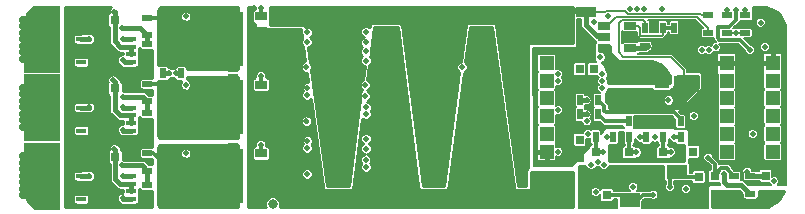
<source format=gtl>
%TF.GenerationSoftware,KiCad,Pcbnew,(5.0.0-rc2-dev-387-ge7ed41593)*%
%TF.CreationDate,2018-04-19T15:37:23+02:00*%
%TF.ProjectId,MINI VESC,4D494E4920564553432E6B696361645F,rev?*%
%TF.SameCoordinates,Original*%
%TF.FileFunction,Copper,L1,Top,Signal*%
%TF.FilePolarity,Positive*%
%FSLAX46Y46*%
G04 Gerber Fmt 4.6, Leading zero omitted, Abs format (unit mm)*
G04 Created by KiCad (PCBNEW (5.0.0-rc2-dev-387-ge7ed41593)) date 04/19/18 15:37:23*
%MOMM*%
%LPD*%
G01*
G04 APERTURE LIST*
%ADD10R,0.900000X1.700000*%
%ADD11R,0.900000X0.500000*%
%ADD12R,0.750000X0.800000*%
%ADD13R,0.500000X0.900000*%
%ADD14R,1.800860X1.198880*%
%ADD15R,1.060000X0.650000*%
%ADD16R,1.200000X0.900000*%
%ADD17R,1.700000X0.900000*%
%ADD18R,0.800000X0.750000*%
%ADD19R,0.890000X0.420000*%
%ADD20R,1.200000X1.200000*%
%ADD21R,0.700000X0.700000*%
%ADD22R,0.425000X0.750000*%
%ADD23R,1.000000X0.750000*%
%ADD24R,4.105000X4.560000*%
%ADD25R,0.905000X0.495000*%
%ADD26R,3.400000X1.300000*%
%ADD27C,0.800000*%
%ADD28C,0.460000*%
%ADD29C,0.700000*%
%ADD30C,0.500000*%
%ADD31C,0.127000*%
%ADD32C,0.300000*%
%ADD33C,0.800000*%
%ADD34C,0.460000*%
%ADD35C,0.600000*%
%ADD36C,0.200000*%
%ADD37C,0.030000*%
%ADD38C,0.254000*%
%ADD39C,0.128000*%
G04 APERTURE END LIST*
D10*
X95200000Y-94900000D03*
X98100000Y-94900000D03*
D11*
X129550000Y-98300000D03*
X129550000Y-96800000D03*
D12*
X130850000Y-98300000D03*
X130850000Y-96800000D03*
D11*
X126000000Y-83200000D03*
X126000000Y-84700000D03*
D13*
X79850000Y-88100000D03*
X81350000Y-88100000D03*
D11*
X128150000Y-98300000D03*
X128150000Y-96800000D03*
D12*
X126550000Y-98350000D03*
X126550000Y-96850000D03*
D10*
X103300000Y-91000000D03*
X106200000Y-91000000D03*
X95200000Y-87100000D03*
X98100000Y-87100000D03*
X95200000Y-89050000D03*
X98100000Y-89050000D03*
X102150000Y-87100000D03*
X99250000Y-87100000D03*
X94050000Y-96850000D03*
X91150000Y-96850000D03*
X110250000Y-89050000D03*
X107350000Y-89050000D03*
X110250000Y-96850000D03*
X107350000Y-96850000D03*
X102150000Y-89050000D03*
X99250000Y-89050000D03*
X94050000Y-91000000D03*
X91150000Y-91000000D03*
X95200000Y-91000000D03*
X98100000Y-91000000D03*
X102150000Y-96850000D03*
X99250000Y-96850000D03*
X103300000Y-92950000D03*
X106200000Y-92950000D03*
X95200000Y-96850000D03*
X98100000Y-96850000D03*
X102150000Y-94900000D03*
X99250000Y-94900000D03*
X103300000Y-94900000D03*
X106200000Y-94900000D03*
X103300000Y-87100000D03*
X106200000Y-87100000D03*
X102150000Y-92950000D03*
X99250000Y-92950000D03*
X103300000Y-85150000D03*
X106200000Y-85150000D03*
X103300000Y-96850000D03*
X106200000Y-96850000D03*
X110250000Y-92950000D03*
X107350000Y-92950000D03*
X95200000Y-92950000D03*
X98100000Y-92950000D03*
X95200000Y-85150000D03*
X98100000Y-85150000D03*
X102150000Y-85150000D03*
X99250000Y-85150000D03*
X94050000Y-94900000D03*
X91150000Y-94900000D03*
X110250000Y-91000000D03*
X107350000Y-91000000D03*
X102150000Y-91000000D03*
X99250000Y-91000000D03*
X110250000Y-94900000D03*
X107350000Y-94900000D03*
D14*
X123322290Y-98865974D03*
X119324330Y-98865974D03*
X123322290Y-96468214D03*
X119324330Y-96468214D03*
D12*
X117400000Y-98417094D03*
X117400000Y-96917094D03*
X125200000Y-96917094D03*
X125200000Y-98417094D03*
D13*
X120750000Y-92200000D03*
X119250000Y-92200000D03*
X122150000Y-92200000D03*
X123650000Y-92200000D03*
X116650000Y-90400000D03*
X115150000Y-90400000D03*
X116650000Y-91600000D03*
X115150000Y-91600000D03*
D15*
X119400000Y-86000000D03*
X119400000Y-85050000D03*
X119400000Y-84100000D03*
X117200000Y-84100000D03*
X117200000Y-86000000D03*
X117200000Y-85050000D03*
D13*
X120650000Y-84280000D03*
X122150000Y-84280000D03*
X124600000Y-84260000D03*
X123100000Y-84260000D03*
D16*
X122050000Y-88900000D03*
X122050000Y-85600000D03*
D17*
X123950000Y-85850000D03*
X123950000Y-88750000D03*
X115650000Y-85800000D03*
X115650000Y-82900000D03*
D11*
X120600000Y-87300000D03*
X120600000Y-85800000D03*
D13*
X117950000Y-93500000D03*
X116450000Y-93500000D03*
X120750000Y-93500000D03*
X119250000Y-93500000D03*
X123650000Y-93500000D03*
X122150000Y-93500000D03*
D11*
X78500000Y-87150000D03*
X78500000Y-85650000D03*
X78500000Y-84900000D03*
X78500000Y-83400000D03*
X78500000Y-99100000D03*
X78500000Y-97600000D03*
X78500000Y-96350000D03*
X78500000Y-94850000D03*
X78500000Y-93000000D03*
X78500000Y-91500000D03*
X78500000Y-90500000D03*
X78500000Y-89000000D03*
X129100000Y-83200000D03*
X129100000Y-84700000D03*
X127550000Y-83200000D03*
X127550000Y-84700000D03*
D12*
X124700000Y-94750000D03*
X124700000Y-93250000D03*
X115100000Y-89250000D03*
X115100000Y-87750000D03*
D18*
X117950000Y-94800000D03*
X116450000Y-94800000D03*
X120750000Y-94800000D03*
X119250000Y-94800000D03*
X123650000Y-94800000D03*
X122150000Y-94800000D03*
X74250000Y-83600000D03*
X75750000Y-83600000D03*
X74250000Y-89400000D03*
X75750000Y-89400000D03*
X74300000Y-95200000D03*
X75800000Y-95200000D03*
D19*
X77105000Y-91025000D03*
X77105000Y-91675000D03*
X77105000Y-92325000D03*
X77105000Y-92975000D03*
X72895000Y-92975000D03*
X72895000Y-92325000D03*
X72895000Y-91675000D03*
X72895000Y-91025000D03*
X77105000Y-96825000D03*
X77105000Y-97475000D03*
X77105000Y-98125000D03*
X77105000Y-98775000D03*
X72895000Y-98775000D03*
X72895000Y-98125000D03*
X72895000Y-97475000D03*
X72895000Y-96825000D03*
X77105000Y-85225000D03*
X77105000Y-85875000D03*
X77105000Y-86525000D03*
X77105000Y-87175000D03*
X72895000Y-87175000D03*
X72895000Y-86525000D03*
X72895000Y-85875000D03*
X72895000Y-85225000D03*
D20*
X112300000Y-90250000D03*
X112300000Y-91750000D03*
X112300000Y-88750000D03*
X112300000Y-87250000D03*
X112300000Y-93250000D03*
X112300000Y-94750000D03*
X127575000Y-91750000D03*
X127575000Y-90250000D03*
X127575000Y-93250000D03*
X127575000Y-94750000D03*
X127575000Y-88750000D03*
X127575000Y-87250000D03*
X131450000Y-91750000D03*
X131450000Y-90250000D03*
X131450000Y-93250000D03*
X131450000Y-94750000D03*
X131450000Y-88750000D03*
X131450000Y-87250000D03*
D21*
X68600000Y-92050000D03*
X69300000Y-92050000D03*
X70000000Y-92050000D03*
X70000000Y-91350000D03*
X69300000Y-91350000D03*
X68600000Y-91350000D03*
X68600000Y-90650000D03*
X69300000Y-90650000D03*
X70000000Y-90650000D03*
X70000000Y-89950000D03*
X69300000Y-89950000D03*
X68600000Y-89950000D03*
X70000000Y-95750000D03*
X69300000Y-95750000D03*
X68600000Y-95750000D03*
X68600000Y-96450000D03*
X69300000Y-96450000D03*
X70000000Y-96450000D03*
X70000000Y-97150000D03*
X69300000Y-97150000D03*
X68600000Y-97150000D03*
X68600000Y-97850000D03*
X69300000Y-97850000D03*
X70000000Y-97850000D03*
X68600000Y-86250000D03*
X69300000Y-86250000D03*
X70000000Y-86250000D03*
X70000000Y-85550000D03*
X69300000Y-85550000D03*
X68600000Y-85550000D03*
X68600000Y-84850000D03*
X69300000Y-84850000D03*
X70000000Y-84850000D03*
X70000000Y-84150000D03*
X69300000Y-84150000D03*
X68600000Y-84150000D03*
X81300000Y-90000000D03*
X80600000Y-90000000D03*
X79900000Y-90000000D03*
X79900000Y-90700000D03*
X80600000Y-90700000D03*
X81300000Y-90700000D03*
X81300000Y-91400000D03*
X80600000Y-91400000D03*
X79900000Y-91400000D03*
X79900000Y-92100000D03*
X80600000Y-92100000D03*
X81300000Y-92100000D03*
X79900000Y-97850000D03*
X80600000Y-97850000D03*
X81300000Y-97850000D03*
X81300000Y-97150000D03*
X80600000Y-97150000D03*
X79900000Y-97150000D03*
X79900000Y-96450000D03*
X80600000Y-96450000D03*
X81300000Y-96450000D03*
X81300000Y-95750000D03*
X80600000Y-95750000D03*
X79900000Y-95750000D03*
X79900000Y-86350000D03*
X80600000Y-86350000D03*
X81300000Y-86350000D03*
X81300000Y-85650000D03*
X80600000Y-85650000D03*
X79900000Y-85650000D03*
X79900000Y-84950000D03*
X80600000Y-84950000D03*
X81300000Y-84950000D03*
X81300000Y-84250000D03*
X80600000Y-84250000D03*
X79900000Y-84250000D03*
D10*
X94050000Y-87100000D03*
X91150000Y-87100000D03*
X110250000Y-85150000D03*
X107350000Y-85150000D03*
X94050000Y-92950000D03*
X91150000Y-92950000D03*
X94050000Y-85150000D03*
X91150000Y-85150000D03*
X103300000Y-89050000D03*
X106200000Y-89050000D03*
X110250000Y-87100000D03*
X107350000Y-87100000D03*
X94050000Y-89050000D03*
X91150000Y-89050000D03*
D22*
X82312500Y-89095000D03*
D23*
X88095000Y-89095000D03*
X88095000Y-90365000D03*
X88095000Y-91635000D03*
X88095000Y-92905000D03*
D24*
X84577500Y-91000000D03*
D22*
X82312500Y-92905000D03*
D25*
X85752500Y-93527500D03*
X85752500Y-88472500D03*
D22*
X82317500Y-94895000D03*
D23*
X88100000Y-94895000D03*
X88100000Y-96165000D03*
X88100000Y-97435000D03*
X88100000Y-98705000D03*
D24*
X84582500Y-96800000D03*
D22*
X82317500Y-98705000D03*
D25*
X85757500Y-99327500D03*
X85757500Y-94272500D03*
D22*
X82317500Y-83295000D03*
D23*
X88100000Y-83295000D03*
X88100000Y-84565000D03*
X88100000Y-85835000D03*
X88100000Y-87105000D03*
D24*
X84582500Y-85200000D03*
D22*
X82317500Y-87105000D03*
D25*
X85757500Y-87727500D03*
X85757500Y-82672500D03*
D12*
X115100000Y-95250000D03*
X115100000Y-93750000D03*
X116300000Y-89250000D03*
X116300000Y-87750000D03*
D26*
X119250000Y-88400000D03*
X119250000Y-90500000D03*
D27*
X89550000Y-83200000D03*
X113900000Y-83200000D03*
X113000000Y-83200000D03*
X112100000Y-83200000D03*
X111200000Y-83200000D03*
X110200000Y-83200000D03*
X109300000Y-83200000D03*
X108400000Y-83200000D03*
X107500000Y-83200000D03*
X106600000Y-83200000D03*
X105700000Y-83200000D03*
X104800000Y-83200000D03*
X103900000Y-83200000D03*
X103000000Y-83200000D03*
X102100000Y-83200000D03*
X101200000Y-83200000D03*
X100300000Y-83200000D03*
X99400000Y-83200000D03*
X98500000Y-83200000D03*
X97600000Y-83200000D03*
X96700000Y-83200000D03*
X95800000Y-83200000D03*
X94900000Y-83200000D03*
X94000000Y-83200000D03*
X93100000Y-83200000D03*
X92200000Y-83200000D03*
X91300000Y-83200000D03*
X90400000Y-83200000D03*
D28*
X127550000Y-82750000D03*
D27*
X89113216Y-99199750D03*
D28*
X92010000Y-89950000D03*
X81742998Y-89100000D03*
X97000000Y-91587000D03*
X88100000Y-88362998D03*
X124600000Y-84700000D03*
D27*
X113500000Y-98800000D03*
X112600000Y-98800000D03*
X111700000Y-98800000D03*
X110800000Y-98800000D03*
X109900000Y-98800000D03*
X109000000Y-98800000D03*
X108100000Y-98800000D03*
X107200000Y-98800000D03*
X106300000Y-98800000D03*
X105400000Y-98800000D03*
X104500000Y-98800000D03*
X103600000Y-98800000D03*
X102700000Y-98800000D03*
X101800000Y-98800000D03*
X100900000Y-98800000D03*
X100000000Y-98800000D03*
X99100000Y-98800000D03*
X98200000Y-98800000D03*
X97300000Y-98800000D03*
X96400000Y-98800000D03*
X95500000Y-98800000D03*
X94600000Y-98800000D03*
X93700000Y-98800000D03*
X92800000Y-98800000D03*
X91900000Y-98800000D03*
X91000000Y-98800000D03*
D28*
X121248148Y-83750989D03*
X125500000Y-98370500D03*
X129100000Y-82750000D03*
X124156042Y-84800000D03*
X124156042Y-85200000D03*
X115400000Y-84850000D03*
X115150000Y-84604009D03*
X115150000Y-85100000D03*
X115643958Y-85100000D03*
X128250000Y-99050000D03*
X128700000Y-99050000D03*
X129150000Y-99050000D03*
X129600000Y-99050000D03*
X130050000Y-99050000D03*
X130500000Y-99050000D03*
X130950000Y-99050000D03*
X118600000Y-94000000D03*
X118600000Y-93499999D03*
X124643318Y-93250000D03*
X115100000Y-95250000D03*
D27*
X88847998Y-86207000D03*
D28*
X96992928Y-95463041D03*
X96992998Y-91000000D03*
X74500000Y-94500000D03*
X74400000Y-88700000D03*
X74300000Y-82900000D03*
X87512997Y-94162998D03*
X87512997Y-82562998D03*
X87512997Y-88362998D03*
X96997562Y-86247562D03*
X92020000Y-94450000D03*
X81747998Y-94900000D03*
X92000000Y-85450000D03*
X81747998Y-83300000D03*
X97000000Y-87050000D03*
X88100000Y-82562998D03*
D29*
X68000000Y-92650000D03*
X68000000Y-91550000D03*
X68000000Y-91000000D03*
X68000000Y-90450000D03*
X68000000Y-89900000D03*
X68000000Y-92100000D03*
X68600000Y-92650000D03*
X69300000Y-92650000D03*
X70000000Y-92650000D03*
X68000000Y-89350000D03*
X68600000Y-89350000D03*
X69300000Y-89350000D03*
X70000000Y-89350000D03*
D28*
X73600000Y-91000000D03*
D29*
X68000000Y-95150000D03*
X68600000Y-95150000D03*
X69300000Y-95150000D03*
X70000000Y-95150000D03*
X70000000Y-98450000D03*
X69300000Y-98450000D03*
X68600000Y-98450000D03*
X68000000Y-98450000D03*
X68000000Y-97900000D03*
X68000000Y-97350000D03*
X68000000Y-96800000D03*
X68000000Y-96250000D03*
X68000000Y-95700000D03*
D28*
X73600000Y-96800000D03*
D29*
X68000000Y-86900000D03*
X70000000Y-86900000D03*
X69300000Y-86900000D03*
X68600000Y-86900000D03*
X68000000Y-86350000D03*
X70000000Y-83550000D03*
X69300000Y-83550000D03*
X68600000Y-83550000D03*
X68000000Y-83600000D03*
X68000000Y-85800000D03*
X68000000Y-85250000D03*
X68000000Y-84700000D03*
X68000000Y-84150000D03*
D28*
X73600000Y-85200000D03*
X92057559Y-89364928D03*
X81680260Y-89683640D03*
X76400000Y-91000000D03*
X92054015Y-93853916D03*
X81678063Y-95482821D03*
X76400000Y-96800000D03*
X81691906Y-83884316D03*
X92000000Y-84650000D03*
X76400000Y-85200000D03*
X122800000Y-94800000D03*
X119900000Y-94800000D03*
X117100000Y-94800000D03*
X115100000Y-87750000D03*
X129547339Y-86152661D03*
X124100000Y-97909532D03*
X128343873Y-82766324D03*
X116300000Y-87750000D03*
X124700000Y-94750000D03*
X115100000Y-93750000D03*
X121450000Y-93499999D03*
X128300000Y-84692998D03*
X119646580Y-97757802D03*
X117183076Y-95862800D03*
X76400000Y-90100000D03*
X116640000Y-95640000D03*
X76387000Y-95916215D03*
X116099224Y-95868327D03*
X76337000Y-84300000D03*
X123100000Y-93500000D03*
X76400000Y-92900000D03*
X120200000Y-93500000D03*
X76400000Y-98700000D03*
X117400000Y-93500000D03*
X76400000Y-87000000D03*
X116312998Y-83778520D03*
X96950000Y-90050000D03*
X119375994Y-82650000D03*
X96950000Y-89100000D03*
X116849428Y-86732515D03*
X97000000Y-94500000D03*
X119962997Y-82650000D03*
X97000000Y-93650000D03*
X117500000Y-83270500D03*
X97000000Y-85500000D03*
X120550000Y-82650000D03*
X97000000Y-84600000D03*
X130810000Y-85870000D03*
X122050000Y-82642998D03*
X126037003Y-86150000D03*
X129750000Y-93250000D03*
X115700000Y-91600000D03*
X115700000Y-90400000D03*
X117026244Y-88213862D03*
X117028603Y-88800859D03*
X117032302Y-89387850D03*
X126627957Y-85920500D03*
X125450000Y-86150000D03*
X122747504Y-97757802D03*
X121342998Y-98400001D03*
X124750000Y-91750000D03*
X129307002Y-96434001D03*
X113257002Y-91243000D03*
X113277380Y-88178525D03*
X113257002Y-88765173D03*
X126000000Y-95256042D03*
X105150000Y-87600000D03*
X113257002Y-94750000D03*
X80900000Y-88100000D03*
X97000000Y-96050000D03*
X88100000Y-94162998D03*
X131573501Y-97277444D03*
X130422339Y-83827661D03*
X123950000Y-88750000D03*
X92017271Y-96663041D03*
X91957002Y-92174000D03*
X91957001Y-87584001D03*
X116450000Y-98150000D03*
D30*
X127300000Y-96667242D03*
D28*
X80312997Y-88100000D03*
X75700000Y-94500000D03*
X75600000Y-88700000D03*
X75700000Y-82900000D03*
X115724742Y-92198302D03*
X122610000Y-90390000D03*
X115816513Y-93245989D03*
D31*
X115650000Y-82900000D02*
X117248158Y-82900000D01*
X117248158Y-82900000D02*
X117298159Y-82849999D01*
X125423000Y-83200000D02*
X126000000Y-83200000D01*
X117298159Y-82849999D02*
X118953651Y-82849999D01*
X118953651Y-82849999D02*
X119174153Y-83070501D01*
X119174153Y-83070501D02*
X122690501Y-83070501D01*
X122690501Y-83070501D02*
X122696479Y-83076479D01*
X122696479Y-83076479D02*
X125299479Y-83076479D01*
X125299479Y-83076479D02*
X125423000Y-83200000D01*
D32*
X115650000Y-82900000D02*
X114200000Y-82900000D01*
X114200000Y-82900000D02*
X113900000Y-83200000D01*
D33*
X113900000Y-83200000D02*
X113900000Y-84944510D01*
X112100000Y-83200000D02*
X113000000Y-83200000D01*
X109300000Y-83200000D02*
X110200000Y-83200000D01*
X107500000Y-83200000D02*
X108400000Y-83200000D01*
X105700000Y-83200000D02*
X106600000Y-83200000D01*
X103900000Y-83200000D02*
X104800000Y-83200000D01*
X102100000Y-83200000D02*
X103000000Y-83200000D01*
X100300000Y-83200000D02*
X101200000Y-83200000D01*
X98500000Y-83200000D02*
X99400000Y-83200000D01*
X96700000Y-83200000D02*
X97600000Y-83200000D01*
X94900000Y-83200000D02*
X95800000Y-83200000D01*
X93100000Y-83200000D02*
X94000000Y-83200000D01*
X91300000Y-83200000D02*
X92200000Y-83200000D01*
X89550000Y-83200000D02*
X90400000Y-83200000D01*
D31*
X127550000Y-83200000D02*
X127550000Y-82750000D01*
D34*
X115650000Y-84047602D02*
X116552398Y-84950000D01*
X116552398Y-84950000D02*
X117100000Y-84950000D01*
X117100000Y-84950000D02*
X117200000Y-85050000D01*
X115650000Y-82900000D02*
X115650000Y-84047602D01*
D32*
X111000000Y-85150000D02*
X110250000Y-85150000D01*
X88095000Y-89095000D02*
X88095000Y-88367998D01*
X88095000Y-88367998D02*
X88100000Y-88362998D01*
D31*
X123650000Y-94800000D02*
X123422342Y-94800000D01*
D34*
X127575000Y-87250000D02*
X131450000Y-87250000D01*
X112300000Y-94750000D02*
X111450000Y-94750000D01*
X112300000Y-94750000D02*
X112300000Y-95750000D01*
X131450000Y-87250000D02*
X131450000Y-85850000D01*
X123950000Y-85850000D02*
X123950000Y-86760000D01*
X126515000Y-87250000D02*
X127575000Y-87250000D01*
X123950000Y-86760000D02*
X124440000Y-87250000D01*
X124440000Y-87250000D02*
X126515000Y-87250000D01*
D33*
X112600000Y-98800000D02*
X113500000Y-98800000D01*
X110800000Y-98800000D02*
X111700000Y-98800000D01*
X109000000Y-98800000D02*
X109900000Y-98800000D01*
X107200000Y-98800000D02*
X108100000Y-98800000D01*
X105400000Y-98800000D02*
X106300000Y-98800000D01*
X103600000Y-98800000D02*
X104500000Y-98800000D01*
X101800000Y-98800000D02*
X102700000Y-98800000D01*
X100000000Y-98800000D02*
X100900000Y-98800000D01*
X98200000Y-98800000D02*
X99100000Y-98800000D01*
X96400000Y-98800000D02*
X97300000Y-98800000D01*
X94600000Y-98800000D02*
X95500000Y-98800000D01*
X92800000Y-98800000D02*
X93700000Y-98800000D01*
X88100000Y-97435000D02*
X89635000Y-97435000D01*
X89635000Y-97435000D02*
X91000000Y-98800000D01*
X88100000Y-97435000D02*
X89935000Y-97435000D01*
D32*
X87975000Y-84565000D02*
X87300000Y-83890000D01*
D31*
X124600000Y-84260000D02*
X124223000Y-84260000D01*
X124223000Y-84260000D02*
X123582499Y-83619499D01*
X123582499Y-83619499D02*
X121379638Y-83619499D01*
X121379638Y-83619499D02*
X121248148Y-83750989D01*
D33*
X88100000Y-97435000D02*
X89655560Y-97435000D01*
X89655560Y-97435000D02*
X90610280Y-98389720D01*
D31*
X88847998Y-86207000D02*
X88847998Y-85187998D01*
X88847998Y-85187998D02*
X88225000Y-84565000D01*
X88225000Y-84565000D02*
X88100000Y-84565000D01*
X124643318Y-93250000D02*
X124233819Y-92840501D01*
X124233819Y-92840501D02*
X123167501Y-92840501D01*
X123167501Y-92840501D02*
X122527000Y-92200000D01*
X122527000Y-92200000D02*
X122150000Y-92200000D01*
X129100000Y-83200000D02*
X129100000Y-82750000D01*
D34*
X128150000Y-98300000D02*
X128150000Y-98950000D01*
X128150000Y-98950000D02*
X128250000Y-99050000D01*
X126550000Y-98350000D02*
X128100000Y-98350000D01*
X128100000Y-98350000D02*
X128150000Y-98300000D01*
X115643958Y-85100000D02*
X115643958Y-85793958D01*
X115643958Y-85793958D02*
X115650000Y-85800000D01*
X115150000Y-85100000D02*
X115150000Y-85300000D01*
X115150000Y-85300000D02*
X115650000Y-85800000D01*
X115150000Y-84604009D02*
X115150000Y-85100000D01*
X115150000Y-85100000D02*
X115643958Y-85100000D01*
X115150000Y-84604009D02*
X115150000Y-84606042D01*
X115150000Y-84606042D02*
X115643958Y-85100000D01*
X124600000Y-84100000D02*
X124600000Y-84700000D01*
X124600000Y-84700000D02*
X124600000Y-85450000D01*
X124156042Y-84800000D02*
X124500000Y-84800000D01*
X124500000Y-84800000D02*
X124600000Y-84700000D01*
X124156042Y-84800000D02*
X124156042Y-85643958D01*
X124156042Y-85643958D02*
X123950000Y-85850000D01*
X124156042Y-84800000D02*
X124156042Y-85200000D01*
D31*
X123950000Y-85850000D02*
X123950000Y-85406042D01*
X123950000Y-85406042D02*
X124156042Y-85200000D01*
D34*
X124600000Y-85450000D02*
X124200000Y-85850000D01*
X124200000Y-85850000D02*
X122550000Y-85850000D01*
X122550000Y-85850000D02*
X122300000Y-85600000D01*
X130850000Y-98300000D02*
X130850000Y-98950000D01*
X130850000Y-98950000D02*
X130950000Y-99050000D01*
X128250000Y-99050000D02*
X130950000Y-99050000D01*
D31*
X129150000Y-99050000D02*
X128700000Y-99050000D01*
X130050000Y-99050000D02*
X129600000Y-99050000D01*
X130950000Y-99050000D02*
X130500000Y-99050000D01*
D32*
X119625320Y-96468214D02*
X119324330Y-96468214D01*
D31*
X117950000Y-94650000D02*
X118600000Y-94000000D01*
X117950000Y-94800000D02*
X117950000Y-94650000D01*
X122856841Y-95365501D02*
X120700000Y-95365501D01*
X120700000Y-95365501D02*
X118540501Y-95365501D01*
X120750000Y-94800000D02*
X120750000Y-95315501D01*
X120750000Y-95315501D02*
X120700000Y-95365501D01*
X123422342Y-94800000D02*
X122856841Y-95365501D01*
X118540501Y-95365501D02*
X117975000Y-94800000D01*
X117975000Y-94800000D02*
X117950000Y-94800000D01*
X118600000Y-93499999D02*
X118600000Y-94000000D01*
X120750000Y-92200000D02*
X121127000Y-92200000D01*
X121127000Y-92200000D02*
X122150000Y-92200000D01*
D32*
X117400000Y-96917094D02*
X118875450Y-96917094D01*
X118875450Y-96917094D02*
X119324330Y-96468214D01*
X125200000Y-98417094D02*
X123771170Y-98417094D01*
X123771170Y-98417094D02*
X123322290Y-98865974D01*
X124700000Y-93250000D02*
X124643318Y-93250000D01*
D34*
X88100000Y-84565000D02*
X88726752Y-84565000D01*
X88726752Y-84565000D02*
X88759071Y-84532681D01*
D32*
X96992928Y-95463041D02*
X97050000Y-95520113D01*
D34*
X74300000Y-95200000D02*
X74300000Y-94700000D01*
X74300000Y-94700000D02*
X74500000Y-94500000D01*
X74250000Y-89400000D02*
X74250000Y-88850000D01*
X74250000Y-88850000D02*
X74400000Y-88700000D01*
X74250000Y-83600000D02*
X74250000Y-82950000D01*
X74250000Y-82950000D02*
X74300000Y-82900000D01*
X74250000Y-83600000D02*
X74250000Y-85425000D01*
X74250000Y-85425000D02*
X73800000Y-85875000D01*
X73800000Y-85875000D02*
X72895000Y-85875000D01*
X72895000Y-86525000D02*
X72895000Y-85875000D01*
X74250000Y-89400000D02*
X74250000Y-91225000D01*
X74250000Y-91225000D02*
X73800000Y-91675000D01*
X73800000Y-91675000D02*
X72895000Y-91675000D01*
X72895000Y-92325000D02*
X72895000Y-91675000D01*
X72895000Y-97475000D02*
X73755157Y-97475000D01*
X73755157Y-97475000D02*
X74300000Y-96930157D01*
X74300000Y-96930157D02*
X74300000Y-96035000D01*
X74300000Y-96035000D02*
X74300000Y-95200000D01*
X72895000Y-97475000D02*
X72895000Y-98125000D01*
D32*
X88100000Y-96165000D02*
X87975000Y-96165000D01*
X87975000Y-96165000D02*
X87300000Y-95490000D01*
X87300000Y-95490000D02*
X87300000Y-94375995D01*
X87300000Y-94375995D02*
X87512997Y-94162998D01*
X88100000Y-84565000D02*
X87975000Y-84565000D01*
X87300000Y-83890000D02*
X87300000Y-82775995D01*
X87300000Y-82775995D02*
X87512997Y-82562998D01*
X88095000Y-90365000D02*
X87970000Y-90365000D01*
X87970000Y-90365000D02*
X87295000Y-89690000D01*
X87295000Y-89690000D02*
X87295000Y-88417636D01*
X87295000Y-88417636D02*
X87349638Y-88362998D01*
X87349638Y-88362998D02*
X87512997Y-88362998D01*
X88100000Y-83295000D02*
X88100000Y-82562998D01*
X68000000Y-91150000D02*
X68000000Y-91750000D01*
X68000000Y-89950000D02*
X68000000Y-90550000D01*
X68600000Y-92650000D02*
X68000000Y-92650000D01*
X70000000Y-92650000D02*
X69300000Y-92650000D01*
X68800000Y-89350000D02*
X68000000Y-89350000D01*
X70200000Y-89350000D02*
X69500000Y-89350000D01*
D34*
X72895000Y-91025000D02*
X73575000Y-91025000D01*
X73575000Y-91025000D02*
X73600000Y-91000000D01*
D35*
X68000000Y-98450000D02*
X68000000Y-95150000D01*
D32*
X69300000Y-95150000D02*
X68600000Y-95150000D01*
X70000000Y-95750000D02*
X70000000Y-95150000D01*
X68600000Y-98450000D02*
X69300000Y-98450000D01*
X68000000Y-97950000D02*
X68000000Y-98500000D01*
X68000000Y-96850000D02*
X68000000Y-97400000D01*
X68000000Y-95750000D02*
X68000000Y-96300000D01*
D34*
X72895000Y-96825000D02*
X73575000Y-96825000D01*
X73575000Y-96825000D02*
X73600000Y-96800000D01*
D32*
X68000000Y-86200000D02*
X68000000Y-86750000D01*
X69400000Y-86950000D02*
X70150000Y-86950000D01*
X68000000Y-86950000D02*
X68700000Y-86950000D01*
X69450000Y-83450000D02*
X70100000Y-83450000D01*
X70100000Y-83450000D02*
X70150000Y-83500000D01*
X68000000Y-83450000D02*
X68750000Y-83450000D01*
X68000000Y-84850000D02*
X68000000Y-85550000D01*
X68750000Y-84150000D02*
X68050000Y-84150000D01*
D34*
X72895000Y-85225000D02*
X73575000Y-85225000D01*
X73575000Y-85225000D02*
X73600000Y-85200000D01*
D32*
X78500000Y-89000000D02*
X79800000Y-89000000D01*
X79800000Y-89000000D02*
X80250000Y-89450000D01*
X81300000Y-92100000D02*
X81300000Y-92300000D01*
X81300000Y-92300000D02*
X80950000Y-92650000D01*
X80250000Y-89450000D02*
X80250000Y-89650000D01*
X80250000Y-89650000D02*
X79900000Y-90000000D01*
X81300000Y-90000000D02*
X81300000Y-89800000D01*
X81300000Y-89800000D02*
X80950000Y-89450000D01*
D34*
X77105000Y-91025000D02*
X76425000Y-91025000D01*
X76425000Y-91025000D02*
X76400000Y-91000000D01*
D32*
X78500000Y-94850000D02*
X79000000Y-94850000D01*
X79000000Y-94850000D02*
X79900000Y-95750000D01*
X81300000Y-97850000D02*
X81300000Y-98100000D01*
X81300000Y-98100000D02*
X80950000Y-98450000D01*
X81300000Y-95750000D02*
X81300000Y-95525000D01*
X81300000Y-95525000D02*
X80950000Y-95175000D01*
D34*
X77105000Y-96825000D02*
X76425000Y-96825000D01*
X76425000Y-96825000D02*
X76400000Y-96800000D01*
D32*
X78500000Y-83400000D02*
X79950000Y-83400000D01*
X79950000Y-83400000D02*
X80250000Y-83700000D01*
X80950000Y-83700000D02*
X80950000Y-83900000D01*
X80950000Y-83900000D02*
X81300000Y-84250000D01*
X80950000Y-86900000D02*
X80950000Y-86700000D01*
X80950000Y-86700000D02*
X80600000Y-86350000D01*
X82235000Y-87105000D02*
X82055000Y-87105000D01*
X82055000Y-87105000D02*
X81300000Y-86350000D01*
X82235000Y-85835000D02*
X81485000Y-85835000D01*
X81485000Y-85835000D02*
X81300000Y-85650000D01*
X82235000Y-84565000D02*
X81615000Y-84565000D01*
X81615000Y-84565000D02*
X81300000Y-84250000D01*
D34*
X77105000Y-85225000D02*
X76425000Y-85225000D01*
X76425000Y-85225000D02*
X76400000Y-85200000D01*
D32*
X122800000Y-94800000D02*
X122150000Y-94800000D01*
X122150000Y-93500000D02*
X122150000Y-94800000D01*
X119900000Y-94800000D02*
X119250000Y-94800000D01*
X119250000Y-93500000D02*
X119250000Y-94800000D01*
X117100000Y-94800000D02*
X116450000Y-94800000D01*
X116450000Y-93500000D02*
X116450000Y-94800000D01*
X126911398Y-85260000D02*
X128654678Y-85260000D01*
X128654678Y-85260000D02*
X129547339Y-86152661D01*
X128343873Y-82766324D02*
X128343873Y-83604729D01*
X128343873Y-83604729D02*
X127775603Y-84172999D01*
X127775603Y-84172999D02*
X126878399Y-84172999D01*
X126878399Y-84172999D02*
X126822999Y-84228399D01*
X126822999Y-85171601D02*
X126911398Y-85260000D01*
X126822999Y-84228399D02*
X126822999Y-85171601D01*
D31*
X128300000Y-84692998D02*
X129100000Y-84700000D01*
X127550000Y-84700000D02*
X128292998Y-84700000D01*
X128292998Y-84700000D02*
X128300000Y-84692998D01*
D34*
X78500000Y-90500000D02*
X78100000Y-90100000D01*
X78100000Y-90100000D02*
X76400000Y-90100000D01*
X78500000Y-91500000D02*
X78500000Y-90500000D01*
X78500000Y-96350000D02*
X78066215Y-95916215D01*
X78066215Y-95916215D02*
X76387000Y-95916215D01*
X78500000Y-97600000D02*
X78500000Y-96350000D01*
X78500000Y-84900000D02*
X77900000Y-84300000D01*
X77900000Y-84300000D02*
X76337000Y-84300000D01*
X78500000Y-85650000D02*
X78500000Y-84900000D01*
D32*
X123100000Y-93500000D02*
X123650000Y-93500000D01*
D34*
X77105000Y-92975000D02*
X76475000Y-92975000D01*
X76475000Y-92975000D02*
X76400000Y-92900000D01*
D32*
X120750000Y-93500000D02*
X120200000Y-93500000D01*
D34*
X77105000Y-98775000D02*
X76475000Y-98775000D01*
X76475000Y-98775000D02*
X76400000Y-98700000D01*
D36*
X117950000Y-93500000D02*
X117400000Y-93500000D01*
D34*
X77105000Y-87175000D02*
X76575000Y-87175000D01*
X76575000Y-87175000D02*
X76400000Y-87000000D01*
D31*
X119962997Y-82650000D02*
X120129499Y-82650000D01*
D34*
X119400000Y-86000000D02*
X120650000Y-86000000D01*
X120650000Y-86000000D02*
X120850000Y-85800000D01*
D31*
X126037003Y-86150000D02*
X126037003Y-86185339D01*
D32*
X119250000Y-92200000D02*
X117250000Y-92200000D01*
X117250000Y-92200000D02*
X116650000Y-91600000D01*
X123650000Y-92200000D02*
X123650000Y-92000000D01*
X123650000Y-92000000D02*
X123077001Y-91427001D01*
X123077001Y-91427001D02*
X117328399Y-91427001D01*
X117328399Y-91427001D02*
X117177001Y-91275603D01*
X117177001Y-90927001D02*
X116650000Y-90400000D01*
X117177001Y-91275603D02*
X117177001Y-90927001D01*
D36*
X116650000Y-90400000D02*
X116650000Y-90450000D01*
D34*
X115150000Y-91600000D02*
X115700000Y-91600000D01*
X115150000Y-90400000D02*
X115700000Y-90400000D01*
D31*
X117028603Y-88800859D02*
X117028603Y-88678603D01*
X117028603Y-88678603D02*
X116984363Y-88634363D01*
X117032302Y-89387850D02*
X117032302Y-89232302D01*
D32*
X127600000Y-93250000D02*
X127575000Y-93275000D01*
X122747504Y-97757802D02*
X122747504Y-97043000D01*
X122747504Y-97043000D02*
X123322290Y-96468214D01*
X123322290Y-96468214D02*
X122931460Y-96468214D01*
X122798214Y-96468214D02*
X123322290Y-96468214D01*
X125200000Y-96917094D02*
X123771170Y-96917094D01*
X123771170Y-96917094D02*
X123322290Y-96468214D01*
X121342998Y-98400001D02*
X120507002Y-98400000D01*
X120507002Y-98400000D02*
X120041028Y-98865974D01*
X120041028Y-98865974D02*
X119324330Y-98865974D01*
X119750304Y-98440000D02*
X119324330Y-98865974D01*
X117400000Y-98417094D02*
X118875450Y-98417094D01*
X118875450Y-98417094D02*
X119324330Y-98865974D01*
D31*
X129550000Y-96800000D02*
X129550000Y-96676999D01*
X129550000Y-96676999D02*
X129307002Y-96434001D01*
D34*
X129350000Y-96800000D02*
X130850000Y-96800000D01*
D32*
X113300000Y-88100000D02*
X113300000Y-88155905D01*
X113300000Y-88155905D02*
X113277380Y-88178525D01*
D31*
X117200000Y-84100000D02*
X117405000Y-84100000D01*
X125007489Y-83330489D02*
X126000000Y-84323000D01*
X117405000Y-84100000D02*
X118174511Y-83330489D01*
X118174511Y-83330489D02*
X125007489Y-83330489D01*
X126000000Y-84323000D02*
X126000000Y-84700000D01*
D32*
X128150000Y-96800000D02*
X128149778Y-96800000D01*
X128149778Y-96800000D02*
X127764010Y-96414232D01*
X127764010Y-96414232D02*
X127764010Y-96351290D01*
D31*
X127764010Y-96351290D02*
X127511441Y-96226741D01*
D32*
X126550000Y-96850000D02*
X126550000Y-96637280D01*
X126550000Y-96637280D02*
X127047039Y-96140241D01*
X127047039Y-96140241D02*
X127552961Y-96140241D01*
X127552961Y-96140241D02*
X127764010Y-96351290D01*
X126550000Y-95806042D02*
X126550000Y-96850000D01*
X126000000Y-95256042D02*
X126550000Y-95806042D01*
D31*
X127511441Y-96226741D02*
X127088559Y-96226741D01*
X127088559Y-96226741D02*
X126859499Y-96455801D01*
X126859499Y-96455801D02*
X126859499Y-96590501D01*
X126859499Y-96590501D02*
X126600000Y-96850000D01*
D34*
X81350000Y-88100000D02*
X80900000Y-88100000D01*
D32*
X88100000Y-94895000D02*
X88100000Y-94162998D01*
D31*
X122800000Y-86700000D02*
X123950000Y-87850000D01*
X123950000Y-87850000D02*
X123950000Y-88750000D01*
X118800000Y-86700000D02*
X122800000Y-86700000D01*
X118450000Y-86350000D02*
X118800000Y-86700000D01*
X118450000Y-83852098D02*
X118450000Y-86350000D01*
X120650000Y-83950000D02*
X120650000Y-83750000D01*
X120484499Y-83584499D02*
X118717599Y-83584499D01*
X120650000Y-83750000D02*
X120484499Y-83584499D01*
X118717599Y-83584499D02*
X118450000Y-83852098D01*
D34*
X91957002Y-92174000D02*
X91957001Y-92173999D01*
D32*
X122150000Y-84280000D02*
X123080000Y-84280000D01*
X123080000Y-84280000D02*
X123100000Y-84260000D01*
D31*
X119400000Y-84100000D02*
X120057000Y-84100000D01*
X120247599Y-84920501D02*
X122086499Y-84920501D01*
X120057000Y-84100000D02*
X120209499Y-84252499D01*
X120209499Y-84252499D02*
X120209499Y-84882401D01*
X120209499Y-84882401D02*
X120247599Y-84920501D01*
X122086499Y-84920501D02*
X122150000Y-84857000D01*
X122150000Y-84857000D02*
X122150000Y-84280000D01*
X119400000Y-84100000D02*
X119605000Y-84100000D01*
X123000000Y-84050000D02*
X123100000Y-83950000D01*
X122150000Y-84150000D02*
X122150000Y-83950000D01*
X119400000Y-84100000D02*
X119152098Y-84100000D01*
D34*
X127550000Y-97550000D02*
X127342999Y-97342999D01*
X127342999Y-97342999D02*
X127342999Y-96710241D01*
X127342999Y-96710241D02*
X127300000Y-96667242D01*
X128742602Y-97550000D02*
X127550000Y-97550000D01*
X129550000Y-98300000D02*
X129492602Y-98300000D01*
X129492602Y-98300000D02*
X128742602Y-97550000D01*
X79850000Y-88100000D02*
X80312997Y-88100000D01*
X75800000Y-95200000D02*
X75800000Y-94600000D01*
X75800000Y-94600000D02*
X75700000Y-94500000D01*
X75750000Y-89400000D02*
X75750000Y-88850000D01*
X75750000Y-88850000D02*
X75600000Y-88700000D01*
X75750000Y-83600000D02*
X75750000Y-82950000D01*
X75750000Y-82950000D02*
X75700000Y-82900000D01*
X75750000Y-83600000D02*
X75750000Y-85425000D01*
X75750000Y-85425000D02*
X76200000Y-85875000D01*
X76200000Y-85875000D02*
X77105000Y-85875000D01*
X77105000Y-86525000D02*
X77105000Y-85875000D01*
X75750000Y-89400000D02*
X75750000Y-91225000D01*
X75750000Y-91225000D02*
X76200000Y-91675000D01*
X76200000Y-91675000D02*
X77105000Y-91675000D01*
X77105000Y-92325000D02*
X77105000Y-91675000D01*
X77105000Y-98125000D02*
X77105000Y-97475000D01*
X75800000Y-95200000D02*
X75800000Y-97075000D01*
X75800000Y-97075000D02*
X76200000Y-97475000D01*
X76200000Y-97475000D02*
X77105000Y-97475000D01*
D32*
X127600000Y-94750000D02*
X127575000Y-94775000D01*
D37*
G36*
X70985000Y-87985000D02*
X68045500Y-87985000D01*
X68045500Y-84003238D01*
X68124505Y-83451570D01*
X68353819Y-82947221D01*
X68715464Y-82527511D01*
X68889048Y-82415000D01*
X70985000Y-82415000D01*
X70985000Y-87985000D01*
X70985000Y-87985000D01*
G37*
X70985000Y-87985000D02*
X68045500Y-87985000D01*
X68045500Y-84003238D01*
X68124505Y-83451570D01*
X68353819Y-82947221D01*
X68715464Y-82527511D01*
X68889048Y-82415000D01*
X70985000Y-82415000D01*
X70985000Y-87985000D01*
G36*
X70985000Y-93785000D02*
X68045500Y-93785000D01*
X68045500Y-88215000D01*
X70985000Y-88215000D01*
X70985000Y-93785000D01*
X70985000Y-93785000D01*
G37*
X70985000Y-93785000D02*
X68045500Y-93785000D01*
X68045500Y-88215000D01*
X70985000Y-88215000D01*
X70985000Y-93785000D01*
G36*
X70985000Y-99585000D02*
X68876217Y-99585000D01*
X68527510Y-99284534D01*
X68226170Y-98819623D01*
X68066977Y-98287320D01*
X68045500Y-97998310D01*
X68045500Y-94015000D01*
X70985000Y-94015000D01*
X70985000Y-99585000D01*
X70985000Y-99585000D01*
G37*
X70985000Y-99585000D02*
X68876217Y-99585000D01*
X68527510Y-99284534D01*
X68226170Y-98819623D01*
X68066977Y-98287320D01*
X68045500Y-97998310D01*
X68045500Y-94015000D01*
X70985000Y-94015000D01*
X70985000Y-99585000D01*
D38*
G36*
X86173000Y-87773000D02*
X81859995Y-87773000D01*
X81859995Y-87650000D01*
X81840204Y-87550504D01*
X81783844Y-87466156D01*
X81699496Y-87409796D01*
X81600000Y-87390005D01*
X81100000Y-87390005D01*
X81000504Y-87409796D01*
X80916156Y-87466156D01*
X80859796Y-87550504D01*
X80846967Y-87615000D01*
X80803527Y-87615000D01*
X80758525Y-87633640D01*
X80710763Y-87643141D01*
X80670272Y-87670196D01*
X80625269Y-87688837D01*
X80606499Y-87707608D01*
X80587728Y-87688837D01*
X80542725Y-87670196D01*
X80502234Y-87643141D01*
X80454472Y-87633640D01*
X80409470Y-87615000D01*
X80353033Y-87615000D01*
X80340204Y-87550504D01*
X80283844Y-87466156D01*
X80199496Y-87409796D01*
X80100000Y-87390005D01*
X79600000Y-87390005D01*
X79500504Y-87409796D01*
X79427000Y-87458910D01*
X79427000Y-83203527D01*
X81262998Y-83203527D01*
X81262998Y-83396473D01*
X81336835Y-83574731D01*
X81473267Y-83711163D01*
X81651525Y-83785000D01*
X81844471Y-83785000D01*
X82022729Y-83711163D01*
X82159161Y-83574731D01*
X82232998Y-83396473D01*
X82232998Y-83203527D01*
X82159161Y-83025269D01*
X82022729Y-82888837D01*
X81844471Y-82815000D01*
X81651525Y-82815000D01*
X81473267Y-82888837D01*
X81336835Y-83025269D01*
X81262998Y-83203527D01*
X79427000Y-83203527D01*
X79427000Y-82752606D01*
X79652606Y-82527000D01*
X86173000Y-82527000D01*
X86173000Y-87773000D01*
X86173000Y-87773000D01*
G37*
X86173000Y-87773000D02*
X81859995Y-87773000D01*
X81859995Y-87650000D01*
X81840204Y-87550504D01*
X81783844Y-87466156D01*
X81699496Y-87409796D01*
X81600000Y-87390005D01*
X81100000Y-87390005D01*
X81000504Y-87409796D01*
X80916156Y-87466156D01*
X80859796Y-87550504D01*
X80846967Y-87615000D01*
X80803527Y-87615000D01*
X80758525Y-87633640D01*
X80710763Y-87643141D01*
X80670272Y-87670196D01*
X80625269Y-87688837D01*
X80606499Y-87707608D01*
X80587728Y-87688837D01*
X80542725Y-87670196D01*
X80502234Y-87643141D01*
X80454472Y-87633640D01*
X80409470Y-87615000D01*
X80353033Y-87615000D01*
X80340204Y-87550504D01*
X80283844Y-87466156D01*
X80199496Y-87409796D01*
X80100000Y-87390005D01*
X79600000Y-87390005D01*
X79500504Y-87409796D01*
X79427000Y-87458910D01*
X79427000Y-83203527D01*
X81262998Y-83203527D01*
X81262998Y-83396473D01*
X81336835Y-83574731D01*
X81473267Y-83711163D01*
X81651525Y-83785000D01*
X81844471Y-83785000D01*
X82022729Y-83711163D01*
X82159161Y-83574731D01*
X82232998Y-83396473D01*
X82232998Y-83203527D01*
X82159161Y-83025269D01*
X82022729Y-82888837D01*
X81844471Y-82815000D01*
X81651525Y-82815000D01*
X81473267Y-82888837D01*
X81336835Y-83025269D01*
X81262998Y-83203527D01*
X79427000Y-83203527D01*
X79427000Y-82752606D01*
X79652606Y-82527000D01*
X86173000Y-82527000D01*
X86173000Y-87773000D01*
G36*
X86173000Y-93573000D02*
X79552606Y-93573000D01*
X79427000Y-93447394D01*
X79427000Y-88741090D01*
X79500504Y-88790204D01*
X79600000Y-88809995D01*
X80100000Y-88809995D01*
X80199496Y-88790204D01*
X80283844Y-88733844D01*
X80340204Y-88649496D01*
X80353033Y-88585000D01*
X80409470Y-88585000D01*
X80454472Y-88566360D01*
X80502234Y-88556859D01*
X80542725Y-88529804D01*
X80587728Y-88511163D01*
X80606499Y-88492393D01*
X80625269Y-88511163D01*
X80670272Y-88529804D01*
X80710763Y-88556859D01*
X80758525Y-88566360D01*
X80803527Y-88585000D01*
X80846967Y-88585000D01*
X80859796Y-88649496D01*
X80916156Y-88733844D01*
X81000504Y-88790204D01*
X81100000Y-88809995D01*
X81347109Y-88809995D01*
X81331835Y-88825269D01*
X81257998Y-89003527D01*
X81257998Y-89196473D01*
X81331835Y-89374731D01*
X81468267Y-89511163D01*
X81646525Y-89585000D01*
X81839471Y-89585000D01*
X82017729Y-89511163D01*
X82154161Y-89374731D01*
X82227998Y-89196473D01*
X82227998Y-89003527D01*
X82154161Y-88825269D01*
X82017729Y-88688837D01*
X81846488Y-88617906D01*
X81859995Y-88550000D01*
X81859995Y-88427000D01*
X86173000Y-88427000D01*
X86173000Y-93573000D01*
X86173000Y-93573000D01*
G37*
X86173000Y-93573000D02*
X79552606Y-93573000D01*
X79427000Y-93447394D01*
X79427000Y-88741090D01*
X79500504Y-88790204D01*
X79600000Y-88809995D01*
X80100000Y-88809995D01*
X80199496Y-88790204D01*
X80283844Y-88733844D01*
X80340204Y-88649496D01*
X80353033Y-88585000D01*
X80409470Y-88585000D01*
X80454472Y-88566360D01*
X80502234Y-88556859D01*
X80542725Y-88529804D01*
X80587728Y-88511163D01*
X80606499Y-88492393D01*
X80625269Y-88511163D01*
X80670272Y-88529804D01*
X80710763Y-88556859D01*
X80758525Y-88566360D01*
X80803527Y-88585000D01*
X80846967Y-88585000D01*
X80859796Y-88649496D01*
X80916156Y-88733844D01*
X81000504Y-88790204D01*
X81100000Y-88809995D01*
X81347109Y-88809995D01*
X81331835Y-88825269D01*
X81257998Y-89003527D01*
X81257998Y-89196473D01*
X81331835Y-89374731D01*
X81468267Y-89511163D01*
X81646525Y-89585000D01*
X81839471Y-89585000D01*
X82017729Y-89511163D01*
X82154161Y-89374731D01*
X82227998Y-89196473D01*
X82227998Y-89003527D01*
X82154161Y-88825269D01*
X82017729Y-88688837D01*
X81846488Y-88617906D01*
X81859995Y-88550000D01*
X81859995Y-88427000D01*
X86173000Y-88427000D01*
X86173000Y-93573000D01*
G36*
X86173000Y-99473000D02*
X79567968Y-99473000D01*
X79427000Y-99261548D01*
X79427000Y-94803527D01*
X81262998Y-94803527D01*
X81262998Y-94996473D01*
X81336835Y-95174731D01*
X81473267Y-95311163D01*
X81651525Y-95385000D01*
X81844471Y-95385000D01*
X82022729Y-95311163D01*
X82159161Y-95174731D01*
X82232998Y-94996473D01*
X82232998Y-94803527D01*
X82159161Y-94625269D01*
X82022729Y-94488837D01*
X81844471Y-94415000D01*
X81651525Y-94415000D01*
X81473267Y-94488837D01*
X81336835Y-94625269D01*
X81262998Y-94803527D01*
X79427000Y-94803527D01*
X79427000Y-94352606D01*
X79552606Y-94227000D01*
X86173000Y-94227000D01*
X86173000Y-99473000D01*
X86173000Y-99473000D01*
G37*
X86173000Y-99473000D02*
X79567968Y-99473000D01*
X79427000Y-99261548D01*
X79427000Y-94803527D01*
X81262998Y-94803527D01*
X81262998Y-94996473D01*
X81336835Y-95174731D01*
X81473267Y-95311163D01*
X81651525Y-95385000D01*
X81844471Y-95385000D01*
X82022729Y-95311163D01*
X82159161Y-95174731D01*
X82232998Y-94996473D01*
X82232998Y-94803527D01*
X82159161Y-94625269D01*
X82022729Y-94488837D01*
X81844471Y-94415000D01*
X81651525Y-94415000D01*
X81473267Y-94488837D01*
X81336835Y-94625269D01*
X81262998Y-94803527D01*
X79427000Y-94803527D01*
X79427000Y-94352606D01*
X79552606Y-94227000D01*
X86173000Y-94227000D01*
X86173000Y-99473000D01*
G36*
X87615000Y-82659471D02*
X87615221Y-82660005D01*
X87600000Y-82660005D01*
X87500504Y-82679796D01*
X87416156Y-82736156D01*
X87359796Y-82820504D01*
X87340005Y-82920000D01*
X87340005Y-83670000D01*
X87359796Y-83769496D01*
X87416156Y-83853844D01*
X87500504Y-83910204D01*
X87600000Y-83929995D01*
X87622612Y-83929995D01*
X87622531Y-84249968D01*
X87632186Y-84298571D01*
X87659706Y-84339780D01*
X87700900Y-84367320D01*
X87749531Y-84377000D01*
X91489454Y-84377000D01*
X91515000Y-84560528D01*
X91515000Y-84746473D01*
X91553982Y-84840584D01*
X91599135Y-85164971D01*
X91588837Y-85175269D01*
X91515000Y-85353527D01*
X91515000Y-85546473D01*
X91588837Y-85724731D01*
X91691314Y-85827208D01*
X91868340Y-87099001D01*
X91860528Y-87099001D01*
X91682270Y-87172838D01*
X91545838Y-87309270D01*
X91472001Y-87487528D01*
X91472001Y-87680474D01*
X91545838Y-87858732D01*
X91682270Y-87995164D01*
X91860528Y-88069001D01*
X92003359Y-88069001D01*
X92116235Y-88879928D01*
X91961086Y-88879928D01*
X91782828Y-88953765D01*
X91646396Y-89090197D01*
X91572559Y-89268455D01*
X91572559Y-89461401D01*
X91642896Y-89631210D01*
X91598837Y-89675269D01*
X91525000Y-89853527D01*
X91525000Y-90046473D01*
X91598837Y-90224731D01*
X91735269Y-90361163D01*
X91913527Y-90435000D01*
X92106473Y-90435000D01*
X92284731Y-90361163D01*
X92317810Y-90328084D01*
X93340005Y-97671751D01*
X93340005Y-97700000D01*
X93353102Y-97765843D01*
X93374213Y-97917509D01*
X93390488Y-97964313D01*
X93423436Y-98001326D01*
X93468039Y-98022913D01*
X93500000Y-98027000D01*
X95800000Y-98027000D01*
X95848601Y-98017333D01*
X95889803Y-97989803D01*
X95917333Y-97948601D01*
X95925933Y-97916426D01*
X96256770Y-95380000D01*
X96503000Y-95380000D01*
X96503000Y-95530000D01*
X96511465Y-95575590D01*
X96561465Y-95705590D01*
X96590197Y-95749803D01*
X96602250Y-95761856D01*
X96588837Y-95775269D01*
X96515000Y-95953527D01*
X96515000Y-96146473D01*
X96588837Y-96324731D01*
X96725269Y-96461163D01*
X96903527Y-96535000D01*
X97096473Y-96535000D01*
X97274731Y-96461163D01*
X97411163Y-96324731D01*
X97485000Y-96146473D01*
X97485000Y-95953527D01*
X97411163Y-95775269D01*
X97392087Y-95756193D01*
X97419601Y-95712715D01*
X97469601Y-95572715D01*
X97477000Y-95530000D01*
X97477000Y-95390000D01*
X97469601Y-95347285D01*
X97419601Y-95207285D01*
X97389803Y-95160197D01*
X97289803Y-95060197D01*
X97242715Y-95030399D01*
X97105328Y-94981332D01*
X97274731Y-94911163D01*
X97411163Y-94774731D01*
X97485000Y-94596473D01*
X97485000Y-94403527D01*
X97411163Y-94225269D01*
X97274731Y-94088837D01*
X97241326Y-94075000D01*
X97274731Y-94061163D01*
X97411163Y-93924731D01*
X97485000Y-93746473D01*
X97485000Y-93553527D01*
X97411163Y-93375269D01*
X97274731Y-93238837D01*
X97096473Y-93165000D01*
X96903527Y-93165000D01*
X96725269Y-93238837D01*
X96588837Y-93375269D01*
X96515000Y-93553527D01*
X96515000Y-93746473D01*
X96588837Y-93924731D01*
X96725269Y-94061163D01*
X96758674Y-94075000D01*
X96725269Y-94088837D01*
X96588837Y-94225269D01*
X96515000Y-94403527D01*
X96515000Y-94596473D01*
X96588837Y-94774731D01*
X96725269Y-94911163D01*
X96888622Y-94978826D01*
X96874410Y-94981465D01*
X96744410Y-95031465D01*
X96700197Y-95060197D01*
X96590197Y-95170197D01*
X96562769Y-95211154D01*
X96512769Y-95331154D01*
X96503000Y-95380000D01*
X96256770Y-95380000D01*
X96701040Y-91973934D01*
X96725269Y-91998163D01*
X96903527Y-92072000D01*
X97096473Y-92072000D01*
X97274731Y-91998163D01*
X97411163Y-91861731D01*
X97485000Y-91683473D01*
X97485000Y-91490527D01*
X97411163Y-91312269D01*
X97399250Y-91300356D01*
X97399803Y-91299803D01*
X97429601Y-91252715D01*
X97479601Y-91112715D01*
X97487000Y-91070000D01*
X97487000Y-90930000D01*
X97479601Y-90887285D01*
X97429601Y-90747285D01*
X97399803Y-90700197D01*
X97299803Y-90600197D01*
X97252715Y-90570399D01*
X97112715Y-90520399D01*
X97090862Y-90516614D01*
X97224731Y-90461163D01*
X97361163Y-90324731D01*
X97435000Y-90146473D01*
X97435000Y-89953527D01*
X97361163Y-89775269D01*
X97224731Y-89638837D01*
X97070615Y-89575000D01*
X97224731Y-89511163D01*
X97361163Y-89374731D01*
X97435000Y-89196473D01*
X97435000Y-89003527D01*
X97361163Y-88825269D01*
X97224731Y-88688837D01*
X97134411Y-88651425D01*
X97291902Y-87443992D01*
X97411163Y-87324731D01*
X97485000Y-87146473D01*
X97485000Y-86953527D01*
X97411163Y-86775269D01*
X97382824Y-86746930D01*
X97413399Y-86512515D01*
X97419601Y-86502715D01*
X97469601Y-86362715D01*
X97477000Y-86320000D01*
X97477000Y-86180000D01*
X97469601Y-86137285D01*
X97464284Y-86122398D01*
X97711510Y-84227000D01*
X99688490Y-84227000D01*
X101440005Y-97655284D01*
X101440005Y-97700000D01*
X101456947Y-97785174D01*
X101474067Y-97916426D01*
X101489939Y-97963368D01*
X101522567Y-98000663D01*
X101566983Y-98022633D01*
X101600000Y-98027000D01*
X103823583Y-98027000D01*
X103872184Y-98017333D01*
X103913386Y-97989803D01*
X103940916Y-97948601D01*
X103949425Y-97917111D01*
X103959085Y-97846069D01*
X103990204Y-97799496D01*
X104009995Y-97700000D01*
X104009995Y-97471652D01*
X105288697Y-88067510D01*
X105424731Y-88011163D01*
X105561163Y-87874731D01*
X105635000Y-87696473D01*
X105635000Y-87503527D01*
X105561163Y-87325269D01*
X105424731Y-87188837D01*
X105409055Y-87182344D01*
X105810900Y-84227000D01*
X107689288Y-84227000D01*
X109540005Y-97669053D01*
X109540005Y-97700000D01*
X109553847Y-97769586D01*
X109574187Y-97917322D01*
X109590393Y-97964150D01*
X109623285Y-98001212D01*
X109667857Y-98022865D01*
X109700000Y-98027000D01*
X110850000Y-98027000D01*
X110898601Y-98017333D01*
X110939803Y-97989803D01*
X110967333Y-97948601D01*
X110977000Y-97900000D01*
X110977000Y-96477000D01*
X114523000Y-96477000D01*
X114523000Y-99473000D01*
X89708999Y-99473000D01*
X89768216Y-99330038D01*
X89768216Y-99069462D01*
X89668498Y-98828722D01*
X89484244Y-98644468D01*
X89243504Y-98544750D01*
X88982928Y-98544750D01*
X88742188Y-98644468D01*
X88557934Y-98828722D01*
X88458216Y-99069462D01*
X88458216Y-99330038D01*
X88517433Y-99473000D01*
X87027000Y-99473000D01*
X87027000Y-96566568D01*
X91532271Y-96566568D01*
X91532271Y-96759514D01*
X91606108Y-96937772D01*
X91742540Y-97074204D01*
X91920798Y-97148041D01*
X92113744Y-97148041D01*
X92292002Y-97074204D01*
X92428434Y-96937772D01*
X92502271Y-96759514D01*
X92502271Y-96566568D01*
X92428434Y-96388310D01*
X92292002Y-96251878D01*
X92113744Y-96178041D01*
X91920798Y-96178041D01*
X91742540Y-96251878D01*
X91606108Y-96388310D01*
X91532271Y-96566568D01*
X87027000Y-96566568D01*
X87027000Y-94520000D01*
X87340005Y-94520000D01*
X87340005Y-95270000D01*
X87359796Y-95369496D01*
X87416156Y-95453844D01*
X87500504Y-95510204D01*
X87600000Y-95529995D01*
X88600000Y-95529995D01*
X88699496Y-95510204D01*
X88783844Y-95453844D01*
X88840204Y-95369496D01*
X88859995Y-95270000D01*
X88859995Y-94520000D01*
X88840204Y-94420504D01*
X88795452Y-94353527D01*
X91535000Y-94353527D01*
X91535000Y-94546473D01*
X91608837Y-94724731D01*
X91745269Y-94861163D01*
X91923527Y-94935000D01*
X92116473Y-94935000D01*
X92294731Y-94861163D01*
X92431163Y-94724731D01*
X92505000Y-94546473D01*
X92505000Y-94353527D01*
X92431163Y-94175269D01*
X92424860Y-94168966D01*
X92465178Y-94128647D01*
X92539015Y-93950389D01*
X92539015Y-93757443D01*
X92465178Y-93579185D01*
X92328746Y-93442753D01*
X92150488Y-93368916D01*
X91957542Y-93368916D01*
X91779284Y-93442753D01*
X91642852Y-93579185D01*
X91569015Y-93757443D01*
X91569015Y-93950389D01*
X91642852Y-94128647D01*
X91649156Y-94134951D01*
X91608837Y-94175269D01*
X91535000Y-94353527D01*
X88795452Y-94353527D01*
X88783844Y-94336156D01*
X88699496Y-94279796D01*
X88600000Y-94260005D01*
X88584779Y-94260005D01*
X88585000Y-94259471D01*
X88585000Y-94066525D01*
X88511163Y-93888267D01*
X88374731Y-93751835D01*
X88196473Y-93677998D01*
X88003527Y-93677998D01*
X87825269Y-93751835D01*
X87688837Y-93888267D01*
X87615000Y-94066525D01*
X87615000Y-94259471D01*
X87615221Y-94260005D01*
X87600000Y-94260005D01*
X87500504Y-94279796D01*
X87416156Y-94336156D01*
X87359796Y-94420504D01*
X87340005Y-94520000D01*
X87027000Y-94520000D01*
X87027000Y-92173999D01*
X91462501Y-92173999D01*
X91472002Y-92221763D01*
X91472002Y-92270473D01*
X91490643Y-92315476D01*
X91500143Y-92363236D01*
X91527197Y-92403726D01*
X91545839Y-92448731D01*
X91682271Y-92585163D01*
X91727278Y-92603806D01*
X91767765Y-92630858D01*
X91815523Y-92640358D01*
X91860529Y-92659000D01*
X91909242Y-92659000D01*
X91957001Y-92668500D01*
X92004760Y-92659000D01*
X92053475Y-92659000D01*
X92098482Y-92640358D01*
X92146239Y-92630858D01*
X92186726Y-92603806D01*
X92231733Y-92585163D01*
X92266180Y-92550716D01*
X92306666Y-92523664D01*
X92333718Y-92483178D01*
X92368165Y-92448731D01*
X92386808Y-92403724D01*
X92413860Y-92363237D01*
X92423360Y-92315480D01*
X92442002Y-92270473D01*
X92442002Y-92221758D01*
X92451502Y-92173999D01*
X92442002Y-92126240D01*
X92442002Y-92077527D01*
X92423360Y-92032521D01*
X92413860Y-91984763D01*
X92386808Y-91944276D01*
X92368165Y-91899269D01*
X92231733Y-91762837D01*
X92186728Y-91744195D01*
X92146238Y-91717141D01*
X92098478Y-91707641D01*
X92053475Y-91689000D01*
X92004765Y-91689000D01*
X91957001Y-91679499D01*
X91909237Y-91689000D01*
X91860529Y-91689000D01*
X91815528Y-91707640D01*
X91767764Y-91717141D01*
X91727270Y-91744198D01*
X91682271Y-91762837D01*
X91647833Y-91797275D01*
X91607336Y-91824334D01*
X91580277Y-91864831D01*
X91545839Y-91899269D01*
X91527200Y-91944268D01*
X91500143Y-91984762D01*
X91490642Y-92032526D01*
X91472002Y-92077527D01*
X91472002Y-92126235D01*
X91462501Y-92173999D01*
X87027000Y-92173999D01*
X87027000Y-88720000D01*
X87335005Y-88720000D01*
X87335005Y-89470000D01*
X87354796Y-89569496D01*
X87411156Y-89653844D01*
X87495504Y-89710204D01*
X87595000Y-89729995D01*
X88595000Y-89729995D01*
X88694496Y-89710204D01*
X88778844Y-89653844D01*
X88835204Y-89569496D01*
X88854995Y-89470000D01*
X88854995Y-88720000D01*
X88835204Y-88620504D01*
X88778844Y-88536156D01*
X88694496Y-88479796D01*
X88595000Y-88460005D01*
X88584779Y-88460005D01*
X88585000Y-88459471D01*
X88585000Y-88266525D01*
X88511163Y-88088267D01*
X88374731Y-87951835D01*
X88196473Y-87877998D01*
X88003527Y-87877998D01*
X87825269Y-87951835D01*
X87688837Y-88088267D01*
X87615000Y-88266525D01*
X87615000Y-88459471D01*
X87615221Y-88460005D01*
X87595000Y-88460005D01*
X87495504Y-88479796D01*
X87411156Y-88536156D01*
X87354796Y-88620504D01*
X87335005Y-88720000D01*
X87027000Y-88720000D01*
X87027000Y-82527000D01*
X87615000Y-82527000D01*
X87615000Y-82659471D01*
X87615000Y-82659471D01*
G37*
X87615000Y-82659471D02*
X87615221Y-82660005D01*
X87600000Y-82660005D01*
X87500504Y-82679796D01*
X87416156Y-82736156D01*
X87359796Y-82820504D01*
X87340005Y-82920000D01*
X87340005Y-83670000D01*
X87359796Y-83769496D01*
X87416156Y-83853844D01*
X87500504Y-83910204D01*
X87600000Y-83929995D01*
X87622612Y-83929995D01*
X87622531Y-84249968D01*
X87632186Y-84298571D01*
X87659706Y-84339780D01*
X87700900Y-84367320D01*
X87749531Y-84377000D01*
X91489454Y-84377000D01*
X91515000Y-84560528D01*
X91515000Y-84746473D01*
X91553982Y-84840584D01*
X91599135Y-85164971D01*
X91588837Y-85175269D01*
X91515000Y-85353527D01*
X91515000Y-85546473D01*
X91588837Y-85724731D01*
X91691314Y-85827208D01*
X91868340Y-87099001D01*
X91860528Y-87099001D01*
X91682270Y-87172838D01*
X91545838Y-87309270D01*
X91472001Y-87487528D01*
X91472001Y-87680474D01*
X91545838Y-87858732D01*
X91682270Y-87995164D01*
X91860528Y-88069001D01*
X92003359Y-88069001D01*
X92116235Y-88879928D01*
X91961086Y-88879928D01*
X91782828Y-88953765D01*
X91646396Y-89090197D01*
X91572559Y-89268455D01*
X91572559Y-89461401D01*
X91642896Y-89631210D01*
X91598837Y-89675269D01*
X91525000Y-89853527D01*
X91525000Y-90046473D01*
X91598837Y-90224731D01*
X91735269Y-90361163D01*
X91913527Y-90435000D01*
X92106473Y-90435000D01*
X92284731Y-90361163D01*
X92317810Y-90328084D01*
X93340005Y-97671751D01*
X93340005Y-97700000D01*
X93353102Y-97765843D01*
X93374213Y-97917509D01*
X93390488Y-97964313D01*
X93423436Y-98001326D01*
X93468039Y-98022913D01*
X93500000Y-98027000D01*
X95800000Y-98027000D01*
X95848601Y-98017333D01*
X95889803Y-97989803D01*
X95917333Y-97948601D01*
X95925933Y-97916426D01*
X96256770Y-95380000D01*
X96503000Y-95380000D01*
X96503000Y-95530000D01*
X96511465Y-95575590D01*
X96561465Y-95705590D01*
X96590197Y-95749803D01*
X96602250Y-95761856D01*
X96588837Y-95775269D01*
X96515000Y-95953527D01*
X96515000Y-96146473D01*
X96588837Y-96324731D01*
X96725269Y-96461163D01*
X96903527Y-96535000D01*
X97096473Y-96535000D01*
X97274731Y-96461163D01*
X97411163Y-96324731D01*
X97485000Y-96146473D01*
X97485000Y-95953527D01*
X97411163Y-95775269D01*
X97392087Y-95756193D01*
X97419601Y-95712715D01*
X97469601Y-95572715D01*
X97477000Y-95530000D01*
X97477000Y-95390000D01*
X97469601Y-95347285D01*
X97419601Y-95207285D01*
X97389803Y-95160197D01*
X97289803Y-95060197D01*
X97242715Y-95030399D01*
X97105328Y-94981332D01*
X97274731Y-94911163D01*
X97411163Y-94774731D01*
X97485000Y-94596473D01*
X97485000Y-94403527D01*
X97411163Y-94225269D01*
X97274731Y-94088837D01*
X97241326Y-94075000D01*
X97274731Y-94061163D01*
X97411163Y-93924731D01*
X97485000Y-93746473D01*
X97485000Y-93553527D01*
X97411163Y-93375269D01*
X97274731Y-93238837D01*
X97096473Y-93165000D01*
X96903527Y-93165000D01*
X96725269Y-93238837D01*
X96588837Y-93375269D01*
X96515000Y-93553527D01*
X96515000Y-93746473D01*
X96588837Y-93924731D01*
X96725269Y-94061163D01*
X96758674Y-94075000D01*
X96725269Y-94088837D01*
X96588837Y-94225269D01*
X96515000Y-94403527D01*
X96515000Y-94596473D01*
X96588837Y-94774731D01*
X96725269Y-94911163D01*
X96888622Y-94978826D01*
X96874410Y-94981465D01*
X96744410Y-95031465D01*
X96700197Y-95060197D01*
X96590197Y-95170197D01*
X96562769Y-95211154D01*
X96512769Y-95331154D01*
X96503000Y-95380000D01*
X96256770Y-95380000D01*
X96701040Y-91973934D01*
X96725269Y-91998163D01*
X96903527Y-92072000D01*
X97096473Y-92072000D01*
X97274731Y-91998163D01*
X97411163Y-91861731D01*
X97485000Y-91683473D01*
X97485000Y-91490527D01*
X97411163Y-91312269D01*
X97399250Y-91300356D01*
X97399803Y-91299803D01*
X97429601Y-91252715D01*
X97479601Y-91112715D01*
X97487000Y-91070000D01*
X97487000Y-90930000D01*
X97479601Y-90887285D01*
X97429601Y-90747285D01*
X97399803Y-90700197D01*
X97299803Y-90600197D01*
X97252715Y-90570399D01*
X97112715Y-90520399D01*
X97090862Y-90516614D01*
X97224731Y-90461163D01*
X97361163Y-90324731D01*
X97435000Y-90146473D01*
X97435000Y-89953527D01*
X97361163Y-89775269D01*
X97224731Y-89638837D01*
X97070615Y-89575000D01*
X97224731Y-89511163D01*
X97361163Y-89374731D01*
X97435000Y-89196473D01*
X97435000Y-89003527D01*
X97361163Y-88825269D01*
X97224731Y-88688837D01*
X97134411Y-88651425D01*
X97291902Y-87443992D01*
X97411163Y-87324731D01*
X97485000Y-87146473D01*
X97485000Y-86953527D01*
X97411163Y-86775269D01*
X97382824Y-86746930D01*
X97413399Y-86512515D01*
X97419601Y-86502715D01*
X97469601Y-86362715D01*
X97477000Y-86320000D01*
X97477000Y-86180000D01*
X97469601Y-86137285D01*
X97464284Y-86122398D01*
X97711510Y-84227000D01*
X99688490Y-84227000D01*
X101440005Y-97655284D01*
X101440005Y-97700000D01*
X101456947Y-97785174D01*
X101474067Y-97916426D01*
X101489939Y-97963368D01*
X101522567Y-98000663D01*
X101566983Y-98022633D01*
X101600000Y-98027000D01*
X103823583Y-98027000D01*
X103872184Y-98017333D01*
X103913386Y-97989803D01*
X103940916Y-97948601D01*
X103949425Y-97917111D01*
X103959085Y-97846069D01*
X103990204Y-97799496D01*
X104009995Y-97700000D01*
X104009995Y-97471652D01*
X105288697Y-88067510D01*
X105424731Y-88011163D01*
X105561163Y-87874731D01*
X105635000Y-87696473D01*
X105635000Y-87503527D01*
X105561163Y-87325269D01*
X105424731Y-87188837D01*
X105409055Y-87182344D01*
X105810900Y-84227000D01*
X107689288Y-84227000D01*
X109540005Y-97669053D01*
X109540005Y-97700000D01*
X109553847Y-97769586D01*
X109574187Y-97917322D01*
X109590393Y-97964150D01*
X109623285Y-98001212D01*
X109667857Y-98022865D01*
X109700000Y-98027000D01*
X110850000Y-98027000D01*
X110898601Y-98017333D01*
X110939803Y-97989803D01*
X110967333Y-97948601D01*
X110977000Y-97900000D01*
X110977000Y-96477000D01*
X114523000Y-96477000D01*
X114523000Y-99473000D01*
X89708999Y-99473000D01*
X89768216Y-99330038D01*
X89768216Y-99069462D01*
X89668498Y-98828722D01*
X89484244Y-98644468D01*
X89243504Y-98544750D01*
X88982928Y-98544750D01*
X88742188Y-98644468D01*
X88557934Y-98828722D01*
X88458216Y-99069462D01*
X88458216Y-99330038D01*
X88517433Y-99473000D01*
X87027000Y-99473000D01*
X87027000Y-96566568D01*
X91532271Y-96566568D01*
X91532271Y-96759514D01*
X91606108Y-96937772D01*
X91742540Y-97074204D01*
X91920798Y-97148041D01*
X92113744Y-97148041D01*
X92292002Y-97074204D01*
X92428434Y-96937772D01*
X92502271Y-96759514D01*
X92502271Y-96566568D01*
X92428434Y-96388310D01*
X92292002Y-96251878D01*
X92113744Y-96178041D01*
X91920798Y-96178041D01*
X91742540Y-96251878D01*
X91606108Y-96388310D01*
X91532271Y-96566568D01*
X87027000Y-96566568D01*
X87027000Y-94520000D01*
X87340005Y-94520000D01*
X87340005Y-95270000D01*
X87359796Y-95369496D01*
X87416156Y-95453844D01*
X87500504Y-95510204D01*
X87600000Y-95529995D01*
X88600000Y-95529995D01*
X88699496Y-95510204D01*
X88783844Y-95453844D01*
X88840204Y-95369496D01*
X88859995Y-95270000D01*
X88859995Y-94520000D01*
X88840204Y-94420504D01*
X88795452Y-94353527D01*
X91535000Y-94353527D01*
X91535000Y-94546473D01*
X91608837Y-94724731D01*
X91745269Y-94861163D01*
X91923527Y-94935000D01*
X92116473Y-94935000D01*
X92294731Y-94861163D01*
X92431163Y-94724731D01*
X92505000Y-94546473D01*
X92505000Y-94353527D01*
X92431163Y-94175269D01*
X92424860Y-94168966D01*
X92465178Y-94128647D01*
X92539015Y-93950389D01*
X92539015Y-93757443D01*
X92465178Y-93579185D01*
X92328746Y-93442753D01*
X92150488Y-93368916D01*
X91957542Y-93368916D01*
X91779284Y-93442753D01*
X91642852Y-93579185D01*
X91569015Y-93757443D01*
X91569015Y-93950389D01*
X91642852Y-94128647D01*
X91649156Y-94134951D01*
X91608837Y-94175269D01*
X91535000Y-94353527D01*
X88795452Y-94353527D01*
X88783844Y-94336156D01*
X88699496Y-94279796D01*
X88600000Y-94260005D01*
X88584779Y-94260005D01*
X88585000Y-94259471D01*
X88585000Y-94066525D01*
X88511163Y-93888267D01*
X88374731Y-93751835D01*
X88196473Y-93677998D01*
X88003527Y-93677998D01*
X87825269Y-93751835D01*
X87688837Y-93888267D01*
X87615000Y-94066525D01*
X87615000Y-94259471D01*
X87615221Y-94260005D01*
X87600000Y-94260005D01*
X87500504Y-94279796D01*
X87416156Y-94336156D01*
X87359796Y-94420504D01*
X87340005Y-94520000D01*
X87027000Y-94520000D01*
X87027000Y-92173999D01*
X91462501Y-92173999D01*
X91472002Y-92221763D01*
X91472002Y-92270473D01*
X91490643Y-92315476D01*
X91500143Y-92363236D01*
X91527197Y-92403726D01*
X91545839Y-92448731D01*
X91682271Y-92585163D01*
X91727278Y-92603806D01*
X91767765Y-92630858D01*
X91815523Y-92640358D01*
X91860529Y-92659000D01*
X91909242Y-92659000D01*
X91957001Y-92668500D01*
X92004760Y-92659000D01*
X92053475Y-92659000D01*
X92098482Y-92640358D01*
X92146239Y-92630858D01*
X92186726Y-92603806D01*
X92231733Y-92585163D01*
X92266180Y-92550716D01*
X92306666Y-92523664D01*
X92333718Y-92483178D01*
X92368165Y-92448731D01*
X92386808Y-92403724D01*
X92413860Y-92363237D01*
X92423360Y-92315480D01*
X92442002Y-92270473D01*
X92442002Y-92221758D01*
X92451502Y-92173999D01*
X92442002Y-92126240D01*
X92442002Y-92077527D01*
X92423360Y-92032521D01*
X92413860Y-91984763D01*
X92386808Y-91944276D01*
X92368165Y-91899269D01*
X92231733Y-91762837D01*
X92186728Y-91744195D01*
X92146238Y-91717141D01*
X92098478Y-91707641D01*
X92053475Y-91689000D01*
X92004765Y-91689000D01*
X91957001Y-91679499D01*
X91909237Y-91689000D01*
X91860529Y-91689000D01*
X91815528Y-91707640D01*
X91767764Y-91717141D01*
X91727270Y-91744198D01*
X91682271Y-91762837D01*
X91647833Y-91797275D01*
X91607336Y-91824334D01*
X91580277Y-91864831D01*
X91545839Y-91899269D01*
X91527200Y-91944268D01*
X91500143Y-91984762D01*
X91490642Y-92032526D01*
X91472002Y-92077527D01*
X91472002Y-92126235D01*
X91462501Y-92173999D01*
X87027000Y-92173999D01*
X87027000Y-88720000D01*
X87335005Y-88720000D01*
X87335005Y-89470000D01*
X87354796Y-89569496D01*
X87411156Y-89653844D01*
X87495504Y-89710204D01*
X87595000Y-89729995D01*
X88595000Y-89729995D01*
X88694496Y-89710204D01*
X88778844Y-89653844D01*
X88835204Y-89569496D01*
X88854995Y-89470000D01*
X88854995Y-88720000D01*
X88835204Y-88620504D01*
X88778844Y-88536156D01*
X88694496Y-88479796D01*
X88595000Y-88460005D01*
X88584779Y-88460005D01*
X88585000Y-88459471D01*
X88585000Y-88266525D01*
X88511163Y-88088267D01*
X88374731Y-87951835D01*
X88196473Y-87877998D01*
X88003527Y-87877998D01*
X87825269Y-87951835D01*
X87688837Y-88088267D01*
X87615000Y-88266525D01*
X87615000Y-88459471D01*
X87615221Y-88460005D01*
X87595000Y-88460005D01*
X87495504Y-88479796D01*
X87411156Y-88536156D01*
X87354796Y-88620504D01*
X87335005Y-88720000D01*
X87027000Y-88720000D01*
X87027000Y-82527000D01*
X87615000Y-82527000D01*
X87615000Y-82659471D01*
G36*
X75350335Y-82550335D02*
X75323281Y-82590825D01*
X75288837Y-82625269D01*
X75270195Y-82670275D01*
X75243142Y-82710763D01*
X75233642Y-82758520D01*
X75215000Y-82803527D01*
X75215000Y-82852241D01*
X75205500Y-82900000D01*
X75215000Y-82947759D01*
X75215000Y-82996473D01*
X75218908Y-83005908D01*
X75166156Y-83041156D01*
X75109796Y-83125504D01*
X75090005Y-83225000D01*
X75090005Y-83975000D01*
X75109796Y-84074496D01*
X75166156Y-84158844D01*
X75250504Y-84215204D01*
X75265000Y-84218088D01*
X75265001Y-85377236D01*
X75255500Y-85425000D01*
X75293142Y-85614237D01*
X75373279Y-85734172D01*
X75373281Y-85734174D01*
X75400336Y-85774665D01*
X75440827Y-85801720D01*
X75823278Y-86184171D01*
X75850335Y-86224665D01*
X76010763Y-86331859D01*
X76152236Y-86360000D01*
X76152240Y-86360000D01*
X76199999Y-86369500D01*
X76247758Y-86360000D01*
X76400005Y-86360000D01*
X76400005Y-86505501D01*
X76400000Y-86505500D01*
X76352241Y-86515000D01*
X76303527Y-86515000D01*
X76258520Y-86533642D01*
X76210763Y-86543142D01*
X76170275Y-86570195D01*
X76125269Y-86588837D01*
X76090825Y-86623281D01*
X76050335Y-86650335D01*
X76023281Y-86690825D01*
X75988837Y-86725269D01*
X75970195Y-86770275D01*
X75943142Y-86810763D01*
X75933642Y-86858520D01*
X75915000Y-86903527D01*
X75915000Y-86952241D01*
X75905500Y-87000000D01*
X75915000Y-87047759D01*
X75915000Y-87096473D01*
X75933642Y-87141480D01*
X75943142Y-87189237D01*
X75970195Y-87229725D01*
X75988837Y-87274731D01*
X76125269Y-87411163D01*
X76125271Y-87411164D01*
X76198276Y-87484169D01*
X76225335Y-87524665D01*
X76385763Y-87631859D01*
X76527236Y-87660000D01*
X76527240Y-87660000D01*
X76574999Y-87669500D01*
X76622758Y-87660000D01*
X77152764Y-87660000D01*
X77228199Y-87644995D01*
X77550000Y-87644995D01*
X77649496Y-87625204D01*
X77733844Y-87568844D01*
X77790204Y-87484496D01*
X77809995Y-87385000D01*
X77809995Y-86965000D01*
X77790204Y-86865504D01*
X77779844Y-86850000D01*
X77790204Y-86834496D01*
X77809995Y-86735000D01*
X77809995Y-86315000D01*
X77790204Y-86215504D01*
X77779844Y-86200000D01*
X77790204Y-86184496D01*
X77809995Y-86085000D01*
X77809995Y-85999794D01*
X77866156Y-86083844D01*
X77950504Y-86140204D01*
X78050000Y-86159995D01*
X78873000Y-86159995D01*
X78873000Y-88490005D01*
X78050000Y-88490005D01*
X77950504Y-88509796D01*
X77866156Y-88566156D01*
X77809796Y-88650504D01*
X77790005Y-88750000D01*
X77790005Y-89250000D01*
X77809796Y-89349496D01*
X77866156Y-89433844D01*
X77950504Y-89490204D01*
X78050000Y-89509995D01*
X78873000Y-89509995D01*
X78873000Y-89990005D01*
X78675898Y-89990005D01*
X78476722Y-89790829D01*
X78449665Y-89750335D01*
X78289237Y-89643141D01*
X78147764Y-89615000D01*
X78147759Y-89615000D01*
X78100000Y-89605500D01*
X78052241Y-89615000D01*
X76409995Y-89615000D01*
X76409995Y-89025000D01*
X76390204Y-88925504D01*
X76333844Y-88841156D01*
X76249496Y-88784796D01*
X76230791Y-88781075D01*
X76206859Y-88660763D01*
X76099665Y-88500335D01*
X76059171Y-88473278D01*
X76011164Y-88425271D01*
X76011163Y-88425269D01*
X75874731Y-88288837D01*
X75829725Y-88270195D01*
X75789237Y-88243142D01*
X75741480Y-88233642D01*
X75696473Y-88215000D01*
X75647759Y-88215000D01*
X75600000Y-88205500D01*
X75552241Y-88215000D01*
X75503527Y-88215000D01*
X75458520Y-88233642D01*
X75410763Y-88243142D01*
X75370275Y-88270195D01*
X75325269Y-88288837D01*
X75290825Y-88323281D01*
X75250335Y-88350335D01*
X75223281Y-88390825D01*
X75188837Y-88425269D01*
X75170195Y-88470275D01*
X75143142Y-88510763D01*
X75133642Y-88558520D01*
X75115000Y-88603527D01*
X75115000Y-88652241D01*
X75105500Y-88700000D01*
X75115000Y-88747759D01*
X75115000Y-88796473D01*
X75133642Y-88841480D01*
X75141051Y-88878727D01*
X75109796Y-88925504D01*
X75090005Y-89025000D01*
X75090005Y-89775000D01*
X75109796Y-89874496D01*
X75166156Y-89958844D01*
X75250504Y-90015204D01*
X75265000Y-90018088D01*
X75265001Y-91177236D01*
X75255500Y-91225000D01*
X75293142Y-91414237D01*
X75373279Y-91534172D01*
X75373281Y-91534174D01*
X75400336Y-91574665D01*
X75440827Y-91601720D01*
X75823278Y-91984171D01*
X75850335Y-92024665D01*
X76010763Y-92131859D01*
X76152236Y-92160000D01*
X76152240Y-92160000D01*
X76199999Y-92169500D01*
X76247758Y-92160000D01*
X76400005Y-92160000D01*
X76400005Y-92405501D01*
X76400000Y-92405500D01*
X76352241Y-92415000D01*
X76303527Y-92415000D01*
X76258520Y-92433642D01*
X76210763Y-92443142D01*
X76170275Y-92470195D01*
X76125269Y-92488837D01*
X76090825Y-92523281D01*
X76050335Y-92550335D01*
X76023281Y-92590825D01*
X75988837Y-92625269D01*
X75970195Y-92670275D01*
X75943142Y-92710763D01*
X75933642Y-92758520D01*
X75915000Y-92803527D01*
X75915000Y-92852241D01*
X75905500Y-92900000D01*
X75915000Y-92947759D01*
X75915000Y-92996473D01*
X75933642Y-93041480D01*
X75943142Y-93089237D01*
X75970195Y-93129725D01*
X75988837Y-93174731D01*
X76098280Y-93284174D01*
X76125335Y-93324665D01*
X76285763Y-93431859D01*
X76427236Y-93460000D01*
X76427240Y-93460000D01*
X76474999Y-93469500D01*
X76522758Y-93460000D01*
X77152764Y-93460000D01*
X77228199Y-93444995D01*
X77550000Y-93444995D01*
X77649496Y-93425204D01*
X77733844Y-93368844D01*
X77790204Y-93284496D01*
X77809995Y-93185000D01*
X77809995Y-92765000D01*
X77790204Y-92665504D01*
X77779844Y-92650000D01*
X77790204Y-92634496D01*
X77809995Y-92535000D01*
X77809995Y-92115000D01*
X77790204Y-92015504D01*
X77779844Y-92000000D01*
X77790204Y-91984496D01*
X77809995Y-91885000D01*
X77809995Y-91849794D01*
X77866156Y-91933844D01*
X77950504Y-91990204D01*
X78050000Y-92009995D01*
X78873000Y-92009995D01*
X78873000Y-94340005D01*
X78050000Y-94340005D01*
X77950504Y-94359796D01*
X77866156Y-94416156D01*
X77809796Y-94500504D01*
X77790005Y-94600000D01*
X77790005Y-95100000D01*
X77809796Y-95199496D01*
X77866156Y-95283844D01*
X77950504Y-95340204D01*
X78050000Y-95359995D01*
X78873000Y-95359995D01*
X78873000Y-95840005D01*
X78675899Y-95840005D01*
X78442937Y-95607044D01*
X78415880Y-95566550D01*
X78255452Y-95459356D01*
X78113979Y-95431215D01*
X78113974Y-95431215D01*
X78066215Y-95421715D01*
X78018456Y-95431215D01*
X76459995Y-95431215D01*
X76459995Y-94825000D01*
X76440204Y-94725504D01*
X76383844Y-94641156D01*
X76299496Y-94584796D01*
X76291145Y-94583135D01*
X76285000Y-94552240D01*
X76285000Y-94552236D01*
X76256859Y-94410763D01*
X76149665Y-94250335D01*
X76109174Y-94223280D01*
X75974731Y-94088837D01*
X75929725Y-94070195D01*
X75889237Y-94043142D01*
X75841480Y-94033642D01*
X75796473Y-94015000D01*
X75747759Y-94015000D01*
X75700000Y-94005500D01*
X75652241Y-94015000D01*
X75603527Y-94015000D01*
X75558520Y-94033642D01*
X75510763Y-94043142D01*
X75470275Y-94070195D01*
X75425269Y-94088837D01*
X75390825Y-94123281D01*
X75350335Y-94150335D01*
X75323281Y-94190825D01*
X75288837Y-94225269D01*
X75270195Y-94270275D01*
X75243142Y-94310763D01*
X75233642Y-94358520D01*
X75215000Y-94403527D01*
X75215000Y-94452241D01*
X75205500Y-94500000D01*
X75215000Y-94547759D01*
X75215000Y-94596473D01*
X75229747Y-94632075D01*
X75216156Y-94641156D01*
X75159796Y-94725504D01*
X75140005Y-94825000D01*
X75140005Y-95575000D01*
X75159796Y-95674496D01*
X75216156Y-95758844D01*
X75300504Y-95815204D01*
X75315000Y-95818088D01*
X75315001Y-97027236D01*
X75305500Y-97075000D01*
X75343142Y-97264237D01*
X75423279Y-97384172D01*
X75423281Y-97384174D01*
X75450336Y-97424665D01*
X75490827Y-97451720D01*
X75823278Y-97784171D01*
X75850335Y-97824665D01*
X76010763Y-97931859D01*
X76152236Y-97960000D01*
X76152240Y-97960000D01*
X76199999Y-97969500D01*
X76247758Y-97960000D01*
X76400005Y-97960000D01*
X76400005Y-98205501D01*
X76400000Y-98205500D01*
X76352241Y-98215000D01*
X76303527Y-98215000D01*
X76258520Y-98233642D01*
X76210763Y-98243142D01*
X76170275Y-98270195D01*
X76125269Y-98288837D01*
X76090825Y-98323281D01*
X76050335Y-98350335D01*
X76023281Y-98390825D01*
X75988837Y-98425269D01*
X75970195Y-98470275D01*
X75943142Y-98510763D01*
X75933642Y-98558520D01*
X75915000Y-98603527D01*
X75915000Y-98652241D01*
X75905500Y-98700000D01*
X75915000Y-98747759D01*
X75915000Y-98796473D01*
X75933642Y-98841480D01*
X75943142Y-98889237D01*
X75970195Y-98929725D01*
X75988837Y-98974731D01*
X76098280Y-99084174D01*
X76125335Y-99124665D01*
X76285763Y-99231859D01*
X76427236Y-99260000D01*
X76427240Y-99260000D01*
X76474999Y-99269500D01*
X76522758Y-99260000D01*
X77152764Y-99260000D01*
X77228199Y-99244995D01*
X77550000Y-99244995D01*
X77649496Y-99225204D01*
X77733844Y-99168844D01*
X77790204Y-99084496D01*
X77809995Y-98985000D01*
X77809995Y-98565000D01*
X77790204Y-98465504D01*
X77779844Y-98450000D01*
X77790204Y-98434496D01*
X77809995Y-98335000D01*
X77809995Y-97949794D01*
X77866156Y-98033844D01*
X77950504Y-98090204D01*
X78050000Y-98109995D01*
X78873000Y-98109995D01*
X78873000Y-99473000D01*
X71527000Y-99473000D01*
X71527000Y-98565000D01*
X72190005Y-98565000D01*
X72190005Y-98985000D01*
X72209796Y-99084496D01*
X72266156Y-99168844D01*
X72350504Y-99225204D01*
X72450000Y-99244995D01*
X73340000Y-99244995D01*
X73439496Y-99225204D01*
X73523844Y-99168844D01*
X73580204Y-99084496D01*
X73599995Y-98985000D01*
X73599995Y-98565000D01*
X73580204Y-98465504D01*
X73523844Y-98381156D01*
X73439496Y-98324796D01*
X73340000Y-98305005D01*
X72450000Y-98305005D01*
X72350504Y-98324796D01*
X72266156Y-98381156D01*
X72209796Y-98465504D01*
X72190005Y-98565000D01*
X71527000Y-98565000D01*
X71527000Y-96615000D01*
X72190005Y-96615000D01*
X72190005Y-97035000D01*
X72209796Y-97134496D01*
X72266156Y-97218844D01*
X72350504Y-97275204D01*
X72450000Y-97294995D01*
X72771801Y-97294995D01*
X72847236Y-97310000D01*
X73527241Y-97310000D01*
X73575000Y-97319500D01*
X73622759Y-97310000D01*
X73622764Y-97310000D01*
X73764237Y-97281859D01*
X73862393Y-97216274D01*
X73874731Y-97211163D01*
X73884174Y-97201720D01*
X73924665Y-97174665D01*
X73951720Y-97134174D01*
X74011163Y-97074731D01*
X74029806Y-97029724D01*
X74056858Y-96989237D01*
X74066358Y-96941479D01*
X74085000Y-96896473D01*
X74085000Y-96847760D01*
X74094500Y-96800001D01*
X74085000Y-96752242D01*
X74085000Y-96703527D01*
X74066358Y-96658520D01*
X74056858Y-96610763D01*
X74029806Y-96570276D01*
X74011163Y-96525269D01*
X73976716Y-96490822D01*
X73949664Y-96450336D01*
X73909178Y-96423284D01*
X73874731Y-96388837D01*
X73829724Y-96370194D01*
X73789237Y-96343142D01*
X73741480Y-96333642D01*
X73696473Y-96315000D01*
X73647758Y-96315000D01*
X73599999Y-96305500D01*
X73552240Y-96315000D01*
X73503527Y-96315000D01*
X73458521Y-96333642D01*
X73426559Y-96340000D01*
X72847236Y-96340000D01*
X72771801Y-96355005D01*
X72450000Y-96355005D01*
X72350504Y-96374796D01*
X72266156Y-96431156D01*
X72209796Y-96515504D01*
X72190005Y-96615000D01*
X71527000Y-96615000D01*
X71527000Y-92765000D01*
X72190005Y-92765000D01*
X72190005Y-93185000D01*
X72209796Y-93284496D01*
X72266156Y-93368844D01*
X72350504Y-93425204D01*
X72450000Y-93444995D01*
X73340000Y-93444995D01*
X73439496Y-93425204D01*
X73523844Y-93368844D01*
X73580204Y-93284496D01*
X73599995Y-93185000D01*
X73599995Y-92765000D01*
X73580204Y-92665504D01*
X73523844Y-92581156D01*
X73439496Y-92524796D01*
X73340000Y-92505005D01*
X72450000Y-92505005D01*
X72350504Y-92524796D01*
X72266156Y-92581156D01*
X72209796Y-92665504D01*
X72190005Y-92765000D01*
X71527000Y-92765000D01*
X71527000Y-90815000D01*
X72190005Y-90815000D01*
X72190005Y-91235000D01*
X72209796Y-91334496D01*
X72266156Y-91418844D01*
X72350504Y-91475204D01*
X72450000Y-91494995D01*
X72771801Y-91494995D01*
X72847236Y-91510000D01*
X73527241Y-91510000D01*
X73575000Y-91519500D01*
X73622759Y-91510000D01*
X73622764Y-91510000D01*
X73764237Y-91481859D01*
X73862393Y-91416274D01*
X73874731Y-91411163D01*
X73884174Y-91401720D01*
X73924665Y-91374665D01*
X73951720Y-91334174D01*
X74011163Y-91274731D01*
X74029806Y-91229724D01*
X74056858Y-91189237D01*
X74066358Y-91141479D01*
X74085000Y-91096473D01*
X74085000Y-91047760D01*
X74094500Y-91000001D01*
X74085000Y-90952242D01*
X74085000Y-90903527D01*
X74066358Y-90858520D01*
X74056858Y-90810763D01*
X74029806Y-90770276D01*
X74011163Y-90725269D01*
X73976716Y-90690822D01*
X73949664Y-90650336D01*
X73909178Y-90623284D01*
X73874731Y-90588837D01*
X73829724Y-90570194D01*
X73789237Y-90543142D01*
X73741480Y-90533642D01*
X73696473Y-90515000D01*
X73647758Y-90515000D01*
X73599999Y-90505500D01*
X73552240Y-90515000D01*
X73503527Y-90515000D01*
X73458521Y-90533642D01*
X73426559Y-90540000D01*
X72847236Y-90540000D01*
X72771801Y-90555005D01*
X72450000Y-90555005D01*
X72350504Y-90574796D01*
X72266156Y-90631156D01*
X72209796Y-90715504D01*
X72190005Y-90815000D01*
X71527000Y-90815000D01*
X71527000Y-86965000D01*
X72190005Y-86965000D01*
X72190005Y-87385000D01*
X72209796Y-87484496D01*
X72266156Y-87568844D01*
X72350504Y-87625204D01*
X72450000Y-87644995D01*
X73340000Y-87644995D01*
X73439496Y-87625204D01*
X73523844Y-87568844D01*
X73580204Y-87484496D01*
X73599995Y-87385000D01*
X73599995Y-86965000D01*
X73580204Y-86865504D01*
X73523844Y-86781156D01*
X73439496Y-86724796D01*
X73340000Y-86705005D01*
X72450000Y-86705005D01*
X72350504Y-86724796D01*
X72266156Y-86781156D01*
X72209796Y-86865504D01*
X72190005Y-86965000D01*
X71527000Y-86965000D01*
X71527000Y-85015000D01*
X72190005Y-85015000D01*
X72190005Y-85435000D01*
X72209796Y-85534496D01*
X72266156Y-85618844D01*
X72350504Y-85675204D01*
X72450000Y-85694995D01*
X72771801Y-85694995D01*
X72847236Y-85710000D01*
X73527241Y-85710000D01*
X73575000Y-85719500D01*
X73622759Y-85710000D01*
X73622764Y-85710000D01*
X73764237Y-85681859D01*
X73862393Y-85616274D01*
X73874731Y-85611163D01*
X73884174Y-85601720D01*
X73924665Y-85574665D01*
X73951720Y-85534174D01*
X74011163Y-85474731D01*
X74029806Y-85429724D01*
X74056858Y-85389237D01*
X74066358Y-85341479D01*
X74085000Y-85296473D01*
X74085000Y-85247760D01*
X74094500Y-85200001D01*
X74085000Y-85152242D01*
X74085000Y-85103527D01*
X74066358Y-85058520D01*
X74056858Y-85010763D01*
X74029806Y-84970276D01*
X74011163Y-84925269D01*
X73976716Y-84890822D01*
X73949664Y-84850336D01*
X73909178Y-84823284D01*
X73874731Y-84788837D01*
X73829724Y-84770194D01*
X73789237Y-84743142D01*
X73741480Y-84733642D01*
X73696473Y-84715000D01*
X73647758Y-84715000D01*
X73599999Y-84705500D01*
X73552240Y-84715000D01*
X73503527Y-84715000D01*
X73458521Y-84733642D01*
X73426559Y-84740000D01*
X72847236Y-84740000D01*
X72771801Y-84755005D01*
X72450000Y-84755005D01*
X72350504Y-84774796D01*
X72266156Y-84831156D01*
X72209796Y-84915504D01*
X72190005Y-85015000D01*
X71527000Y-85015000D01*
X71527000Y-82527000D01*
X75385259Y-82527000D01*
X75350335Y-82550335D01*
X75350335Y-82550335D01*
G37*
X75350335Y-82550335D02*
X75323281Y-82590825D01*
X75288837Y-82625269D01*
X75270195Y-82670275D01*
X75243142Y-82710763D01*
X75233642Y-82758520D01*
X75215000Y-82803527D01*
X75215000Y-82852241D01*
X75205500Y-82900000D01*
X75215000Y-82947759D01*
X75215000Y-82996473D01*
X75218908Y-83005908D01*
X75166156Y-83041156D01*
X75109796Y-83125504D01*
X75090005Y-83225000D01*
X75090005Y-83975000D01*
X75109796Y-84074496D01*
X75166156Y-84158844D01*
X75250504Y-84215204D01*
X75265000Y-84218088D01*
X75265001Y-85377236D01*
X75255500Y-85425000D01*
X75293142Y-85614237D01*
X75373279Y-85734172D01*
X75373281Y-85734174D01*
X75400336Y-85774665D01*
X75440827Y-85801720D01*
X75823278Y-86184171D01*
X75850335Y-86224665D01*
X76010763Y-86331859D01*
X76152236Y-86360000D01*
X76152240Y-86360000D01*
X76199999Y-86369500D01*
X76247758Y-86360000D01*
X76400005Y-86360000D01*
X76400005Y-86505501D01*
X76400000Y-86505500D01*
X76352241Y-86515000D01*
X76303527Y-86515000D01*
X76258520Y-86533642D01*
X76210763Y-86543142D01*
X76170275Y-86570195D01*
X76125269Y-86588837D01*
X76090825Y-86623281D01*
X76050335Y-86650335D01*
X76023281Y-86690825D01*
X75988837Y-86725269D01*
X75970195Y-86770275D01*
X75943142Y-86810763D01*
X75933642Y-86858520D01*
X75915000Y-86903527D01*
X75915000Y-86952241D01*
X75905500Y-87000000D01*
X75915000Y-87047759D01*
X75915000Y-87096473D01*
X75933642Y-87141480D01*
X75943142Y-87189237D01*
X75970195Y-87229725D01*
X75988837Y-87274731D01*
X76125269Y-87411163D01*
X76125271Y-87411164D01*
X76198276Y-87484169D01*
X76225335Y-87524665D01*
X76385763Y-87631859D01*
X76527236Y-87660000D01*
X76527240Y-87660000D01*
X76574999Y-87669500D01*
X76622758Y-87660000D01*
X77152764Y-87660000D01*
X77228199Y-87644995D01*
X77550000Y-87644995D01*
X77649496Y-87625204D01*
X77733844Y-87568844D01*
X77790204Y-87484496D01*
X77809995Y-87385000D01*
X77809995Y-86965000D01*
X77790204Y-86865504D01*
X77779844Y-86850000D01*
X77790204Y-86834496D01*
X77809995Y-86735000D01*
X77809995Y-86315000D01*
X77790204Y-86215504D01*
X77779844Y-86200000D01*
X77790204Y-86184496D01*
X77809995Y-86085000D01*
X77809995Y-85999794D01*
X77866156Y-86083844D01*
X77950504Y-86140204D01*
X78050000Y-86159995D01*
X78873000Y-86159995D01*
X78873000Y-88490005D01*
X78050000Y-88490005D01*
X77950504Y-88509796D01*
X77866156Y-88566156D01*
X77809796Y-88650504D01*
X77790005Y-88750000D01*
X77790005Y-89250000D01*
X77809796Y-89349496D01*
X77866156Y-89433844D01*
X77950504Y-89490204D01*
X78050000Y-89509995D01*
X78873000Y-89509995D01*
X78873000Y-89990005D01*
X78675898Y-89990005D01*
X78476722Y-89790829D01*
X78449665Y-89750335D01*
X78289237Y-89643141D01*
X78147764Y-89615000D01*
X78147759Y-89615000D01*
X78100000Y-89605500D01*
X78052241Y-89615000D01*
X76409995Y-89615000D01*
X76409995Y-89025000D01*
X76390204Y-88925504D01*
X76333844Y-88841156D01*
X76249496Y-88784796D01*
X76230791Y-88781075D01*
X76206859Y-88660763D01*
X76099665Y-88500335D01*
X76059171Y-88473278D01*
X76011164Y-88425271D01*
X76011163Y-88425269D01*
X75874731Y-88288837D01*
X75829725Y-88270195D01*
X75789237Y-88243142D01*
X75741480Y-88233642D01*
X75696473Y-88215000D01*
X75647759Y-88215000D01*
X75600000Y-88205500D01*
X75552241Y-88215000D01*
X75503527Y-88215000D01*
X75458520Y-88233642D01*
X75410763Y-88243142D01*
X75370275Y-88270195D01*
X75325269Y-88288837D01*
X75290825Y-88323281D01*
X75250335Y-88350335D01*
X75223281Y-88390825D01*
X75188837Y-88425269D01*
X75170195Y-88470275D01*
X75143142Y-88510763D01*
X75133642Y-88558520D01*
X75115000Y-88603527D01*
X75115000Y-88652241D01*
X75105500Y-88700000D01*
X75115000Y-88747759D01*
X75115000Y-88796473D01*
X75133642Y-88841480D01*
X75141051Y-88878727D01*
X75109796Y-88925504D01*
X75090005Y-89025000D01*
X75090005Y-89775000D01*
X75109796Y-89874496D01*
X75166156Y-89958844D01*
X75250504Y-90015204D01*
X75265000Y-90018088D01*
X75265001Y-91177236D01*
X75255500Y-91225000D01*
X75293142Y-91414237D01*
X75373279Y-91534172D01*
X75373281Y-91534174D01*
X75400336Y-91574665D01*
X75440827Y-91601720D01*
X75823278Y-91984171D01*
X75850335Y-92024665D01*
X76010763Y-92131859D01*
X76152236Y-92160000D01*
X76152240Y-92160000D01*
X76199999Y-92169500D01*
X76247758Y-92160000D01*
X76400005Y-92160000D01*
X76400005Y-92405501D01*
X76400000Y-92405500D01*
X76352241Y-92415000D01*
X76303527Y-92415000D01*
X76258520Y-92433642D01*
X76210763Y-92443142D01*
X76170275Y-92470195D01*
X76125269Y-92488837D01*
X76090825Y-92523281D01*
X76050335Y-92550335D01*
X76023281Y-92590825D01*
X75988837Y-92625269D01*
X75970195Y-92670275D01*
X75943142Y-92710763D01*
X75933642Y-92758520D01*
X75915000Y-92803527D01*
X75915000Y-92852241D01*
X75905500Y-92900000D01*
X75915000Y-92947759D01*
X75915000Y-92996473D01*
X75933642Y-93041480D01*
X75943142Y-93089237D01*
X75970195Y-93129725D01*
X75988837Y-93174731D01*
X76098280Y-93284174D01*
X76125335Y-93324665D01*
X76285763Y-93431859D01*
X76427236Y-93460000D01*
X76427240Y-93460000D01*
X76474999Y-93469500D01*
X76522758Y-93460000D01*
X77152764Y-93460000D01*
X77228199Y-93444995D01*
X77550000Y-93444995D01*
X77649496Y-93425204D01*
X77733844Y-93368844D01*
X77790204Y-93284496D01*
X77809995Y-93185000D01*
X77809995Y-92765000D01*
X77790204Y-92665504D01*
X77779844Y-92650000D01*
X77790204Y-92634496D01*
X77809995Y-92535000D01*
X77809995Y-92115000D01*
X77790204Y-92015504D01*
X77779844Y-92000000D01*
X77790204Y-91984496D01*
X77809995Y-91885000D01*
X77809995Y-91849794D01*
X77866156Y-91933844D01*
X77950504Y-91990204D01*
X78050000Y-92009995D01*
X78873000Y-92009995D01*
X78873000Y-94340005D01*
X78050000Y-94340005D01*
X77950504Y-94359796D01*
X77866156Y-94416156D01*
X77809796Y-94500504D01*
X77790005Y-94600000D01*
X77790005Y-95100000D01*
X77809796Y-95199496D01*
X77866156Y-95283844D01*
X77950504Y-95340204D01*
X78050000Y-95359995D01*
X78873000Y-95359995D01*
X78873000Y-95840005D01*
X78675899Y-95840005D01*
X78442937Y-95607044D01*
X78415880Y-95566550D01*
X78255452Y-95459356D01*
X78113979Y-95431215D01*
X78113974Y-95431215D01*
X78066215Y-95421715D01*
X78018456Y-95431215D01*
X76459995Y-95431215D01*
X76459995Y-94825000D01*
X76440204Y-94725504D01*
X76383844Y-94641156D01*
X76299496Y-94584796D01*
X76291145Y-94583135D01*
X76285000Y-94552240D01*
X76285000Y-94552236D01*
X76256859Y-94410763D01*
X76149665Y-94250335D01*
X76109174Y-94223280D01*
X75974731Y-94088837D01*
X75929725Y-94070195D01*
X75889237Y-94043142D01*
X75841480Y-94033642D01*
X75796473Y-94015000D01*
X75747759Y-94015000D01*
X75700000Y-94005500D01*
X75652241Y-94015000D01*
X75603527Y-94015000D01*
X75558520Y-94033642D01*
X75510763Y-94043142D01*
X75470275Y-94070195D01*
X75425269Y-94088837D01*
X75390825Y-94123281D01*
X75350335Y-94150335D01*
X75323281Y-94190825D01*
X75288837Y-94225269D01*
X75270195Y-94270275D01*
X75243142Y-94310763D01*
X75233642Y-94358520D01*
X75215000Y-94403527D01*
X75215000Y-94452241D01*
X75205500Y-94500000D01*
X75215000Y-94547759D01*
X75215000Y-94596473D01*
X75229747Y-94632075D01*
X75216156Y-94641156D01*
X75159796Y-94725504D01*
X75140005Y-94825000D01*
X75140005Y-95575000D01*
X75159796Y-95674496D01*
X75216156Y-95758844D01*
X75300504Y-95815204D01*
X75315000Y-95818088D01*
X75315001Y-97027236D01*
X75305500Y-97075000D01*
X75343142Y-97264237D01*
X75423279Y-97384172D01*
X75423281Y-97384174D01*
X75450336Y-97424665D01*
X75490827Y-97451720D01*
X75823278Y-97784171D01*
X75850335Y-97824665D01*
X76010763Y-97931859D01*
X76152236Y-97960000D01*
X76152240Y-97960000D01*
X76199999Y-97969500D01*
X76247758Y-97960000D01*
X76400005Y-97960000D01*
X76400005Y-98205501D01*
X76400000Y-98205500D01*
X76352241Y-98215000D01*
X76303527Y-98215000D01*
X76258520Y-98233642D01*
X76210763Y-98243142D01*
X76170275Y-98270195D01*
X76125269Y-98288837D01*
X76090825Y-98323281D01*
X76050335Y-98350335D01*
X76023281Y-98390825D01*
X75988837Y-98425269D01*
X75970195Y-98470275D01*
X75943142Y-98510763D01*
X75933642Y-98558520D01*
X75915000Y-98603527D01*
X75915000Y-98652241D01*
X75905500Y-98700000D01*
X75915000Y-98747759D01*
X75915000Y-98796473D01*
X75933642Y-98841480D01*
X75943142Y-98889237D01*
X75970195Y-98929725D01*
X75988837Y-98974731D01*
X76098280Y-99084174D01*
X76125335Y-99124665D01*
X76285763Y-99231859D01*
X76427236Y-99260000D01*
X76427240Y-99260000D01*
X76474999Y-99269500D01*
X76522758Y-99260000D01*
X77152764Y-99260000D01*
X77228199Y-99244995D01*
X77550000Y-99244995D01*
X77649496Y-99225204D01*
X77733844Y-99168844D01*
X77790204Y-99084496D01*
X77809995Y-98985000D01*
X77809995Y-98565000D01*
X77790204Y-98465504D01*
X77779844Y-98450000D01*
X77790204Y-98434496D01*
X77809995Y-98335000D01*
X77809995Y-97949794D01*
X77866156Y-98033844D01*
X77950504Y-98090204D01*
X78050000Y-98109995D01*
X78873000Y-98109995D01*
X78873000Y-99473000D01*
X71527000Y-99473000D01*
X71527000Y-98565000D01*
X72190005Y-98565000D01*
X72190005Y-98985000D01*
X72209796Y-99084496D01*
X72266156Y-99168844D01*
X72350504Y-99225204D01*
X72450000Y-99244995D01*
X73340000Y-99244995D01*
X73439496Y-99225204D01*
X73523844Y-99168844D01*
X73580204Y-99084496D01*
X73599995Y-98985000D01*
X73599995Y-98565000D01*
X73580204Y-98465504D01*
X73523844Y-98381156D01*
X73439496Y-98324796D01*
X73340000Y-98305005D01*
X72450000Y-98305005D01*
X72350504Y-98324796D01*
X72266156Y-98381156D01*
X72209796Y-98465504D01*
X72190005Y-98565000D01*
X71527000Y-98565000D01*
X71527000Y-96615000D01*
X72190005Y-96615000D01*
X72190005Y-97035000D01*
X72209796Y-97134496D01*
X72266156Y-97218844D01*
X72350504Y-97275204D01*
X72450000Y-97294995D01*
X72771801Y-97294995D01*
X72847236Y-97310000D01*
X73527241Y-97310000D01*
X73575000Y-97319500D01*
X73622759Y-97310000D01*
X73622764Y-97310000D01*
X73764237Y-97281859D01*
X73862393Y-97216274D01*
X73874731Y-97211163D01*
X73884174Y-97201720D01*
X73924665Y-97174665D01*
X73951720Y-97134174D01*
X74011163Y-97074731D01*
X74029806Y-97029724D01*
X74056858Y-96989237D01*
X74066358Y-96941479D01*
X74085000Y-96896473D01*
X74085000Y-96847760D01*
X74094500Y-96800001D01*
X74085000Y-96752242D01*
X74085000Y-96703527D01*
X74066358Y-96658520D01*
X74056858Y-96610763D01*
X74029806Y-96570276D01*
X74011163Y-96525269D01*
X73976716Y-96490822D01*
X73949664Y-96450336D01*
X73909178Y-96423284D01*
X73874731Y-96388837D01*
X73829724Y-96370194D01*
X73789237Y-96343142D01*
X73741480Y-96333642D01*
X73696473Y-96315000D01*
X73647758Y-96315000D01*
X73599999Y-96305500D01*
X73552240Y-96315000D01*
X73503527Y-96315000D01*
X73458521Y-96333642D01*
X73426559Y-96340000D01*
X72847236Y-96340000D01*
X72771801Y-96355005D01*
X72450000Y-96355005D01*
X72350504Y-96374796D01*
X72266156Y-96431156D01*
X72209796Y-96515504D01*
X72190005Y-96615000D01*
X71527000Y-96615000D01*
X71527000Y-92765000D01*
X72190005Y-92765000D01*
X72190005Y-93185000D01*
X72209796Y-93284496D01*
X72266156Y-93368844D01*
X72350504Y-93425204D01*
X72450000Y-93444995D01*
X73340000Y-93444995D01*
X73439496Y-93425204D01*
X73523844Y-93368844D01*
X73580204Y-93284496D01*
X73599995Y-93185000D01*
X73599995Y-92765000D01*
X73580204Y-92665504D01*
X73523844Y-92581156D01*
X73439496Y-92524796D01*
X73340000Y-92505005D01*
X72450000Y-92505005D01*
X72350504Y-92524796D01*
X72266156Y-92581156D01*
X72209796Y-92665504D01*
X72190005Y-92765000D01*
X71527000Y-92765000D01*
X71527000Y-90815000D01*
X72190005Y-90815000D01*
X72190005Y-91235000D01*
X72209796Y-91334496D01*
X72266156Y-91418844D01*
X72350504Y-91475204D01*
X72450000Y-91494995D01*
X72771801Y-91494995D01*
X72847236Y-91510000D01*
X73527241Y-91510000D01*
X73575000Y-91519500D01*
X73622759Y-91510000D01*
X73622764Y-91510000D01*
X73764237Y-91481859D01*
X73862393Y-91416274D01*
X73874731Y-91411163D01*
X73884174Y-91401720D01*
X73924665Y-91374665D01*
X73951720Y-91334174D01*
X74011163Y-91274731D01*
X74029806Y-91229724D01*
X74056858Y-91189237D01*
X74066358Y-91141479D01*
X74085000Y-91096473D01*
X74085000Y-91047760D01*
X74094500Y-91000001D01*
X74085000Y-90952242D01*
X74085000Y-90903527D01*
X74066358Y-90858520D01*
X74056858Y-90810763D01*
X74029806Y-90770276D01*
X74011163Y-90725269D01*
X73976716Y-90690822D01*
X73949664Y-90650336D01*
X73909178Y-90623284D01*
X73874731Y-90588837D01*
X73829724Y-90570194D01*
X73789237Y-90543142D01*
X73741480Y-90533642D01*
X73696473Y-90515000D01*
X73647758Y-90515000D01*
X73599999Y-90505500D01*
X73552240Y-90515000D01*
X73503527Y-90515000D01*
X73458521Y-90533642D01*
X73426559Y-90540000D01*
X72847236Y-90540000D01*
X72771801Y-90555005D01*
X72450000Y-90555005D01*
X72350504Y-90574796D01*
X72266156Y-90631156D01*
X72209796Y-90715504D01*
X72190005Y-90815000D01*
X71527000Y-90815000D01*
X71527000Y-86965000D01*
X72190005Y-86965000D01*
X72190005Y-87385000D01*
X72209796Y-87484496D01*
X72266156Y-87568844D01*
X72350504Y-87625204D01*
X72450000Y-87644995D01*
X73340000Y-87644995D01*
X73439496Y-87625204D01*
X73523844Y-87568844D01*
X73580204Y-87484496D01*
X73599995Y-87385000D01*
X73599995Y-86965000D01*
X73580204Y-86865504D01*
X73523844Y-86781156D01*
X73439496Y-86724796D01*
X73340000Y-86705005D01*
X72450000Y-86705005D01*
X72350504Y-86724796D01*
X72266156Y-86781156D01*
X72209796Y-86865504D01*
X72190005Y-86965000D01*
X71527000Y-86965000D01*
X71527000Y-85015000D01*
X72190005Y-85015000D01*
X72190005Y-85435000D01*
X72209796Y-85534496D01*
X72266156Y-85618844D01*
X72350504Y-85675204D01*
X72450000Y-85694995D01*
X72771801Y-85694995D01*
X72847236Y-85710000D01*
X73527241Y-85710000D01*
X73575000Y-85719500D01*
X73622759Y-85710000D01*
X73622764Y-85710000D01*
X73764237Y-85681859D01*
X73862393Y-85616274D01*
X73874731Y-85611163D01*
X73884174Y-85601720D01*
X73924665Y-85574665D01*
X73951720Y-85534174D01*
X74011163Y-85474731D01*
X74029806Y-85429724D01*
X74056858Y-85389237D01*
X74066358Y-85341479D01*
X74085000Y-85296473D01*
X74085000Y-85247760D01*
X74094500Y-85200001D01*
X74085000Y-85152242D01*
X74085000Y-85103527D01*
X74066358Y-85058520D01*
X74056858Y-85010763D01*
X74029806Y-84970276D01*
X74011163Y-84925269D01*
X73976716Y-84890822D01*
X73949664Y-84850336D01*
X73909178Y-84823284D01*
X73874731Y-84788837D01*
X73829724Y-84770194D01*
X73789237Y-84743142D01*
X73741480Y-84733642D01*
X73696473Y-84715000D01*
X73647758Y-84715000D01*
X73599999Y-84705500D01*
X73552240Y-84715000D01*
X73503527Y-84715000D01*
X73458521Y-84733642D01*
X73426559Y-84740000D01*
X72847236Y-84740000D01*
X72771801Y-84755005D01*
X72450000Y-84755005D01*
X72350504Y-84774796D01*
X72266156Y-84831156D01*
X72209796Y-84915504D01*
X72190005Y-85015000D01*
X71527000Y-85015000D01*
X71527000Y-82527000D01*
X75385259Y-82527000D01*
X75350335Y-82550335D01*
G36*
X114523000Y-82550000D02*
X114532667Y-82598601D01*
X114560197Y-82639803D01*
X114601399Y-82667333D01*
X114650000Y-82677000D01*
X114823000Y-82677000D01*
X114823000Y-82723000D01*
X114650000Y-82723000D01*
X114601399Y-82732667D01*
X114560197Y-82760197D01*
X114532667Y-82801399D01*
X114523000Y-82850000D01*
X114523000Y-85523000D01*
X110850000Y-85523000D01*
X110801399Y-85532667D01*
X110760197Y-85560197D01*
X110732667Y-85601399D01*
X110723000Y-85650000D01*
X110723000Y-96134066D01*
X110669688Y-96169688D01*
X110614411Y-96252416D01*
X110595000Y-96350000D01*
X110595000Y-97645000D01*
X109922297Y-97645000D01*
X108052617Y-84065219D01*
X108035589Y-84002416D01*
X107980312Y-83919688D01*
X107897584Y-83864411D01*
X107800000Y-83845000D01*
X105700000Y-83845000D01*
X105635047Y-83853411D01*
X105545626Y-83897038D01*
X105479707Y-83971564D01*
X105447325Y-84065643D01*
X105031454Y-87124143D01*
X104875269Y-87188837D01*
X104738837Y-87325269D01*
X104665000Y-87503527D01*
X104665000Y-87696473D01*
X104738837Y-87874731D01*
X104875269Y-88011163D01*
X104908947Y-88025113D01*
X103600909Y-97645000D01*
X101823899Y-97645000D01*
X100052858Y-84067019D01*
X100035589Y-84002416D01*
X99980312Y-83919688D01*
X99897584Y-83864411D01*
X99800000Y-83845000D01*
X97600000Y-83845000D01*
X97533706Y-83853768D01*
X97444524Y-83897881D01*
X97379011Y-83972764D01*
X97347142Y-84067019D01*
X97324731Y-84238837D01*
X97274731Y-84188837D01*
X97096473Y-84115000D01*
X96903527Y-84115000D01*
X96725269Y-84188837D01*
X96588837Y-84325269D01*
X96515000Y-84503527D01*
X96515000Y-84696473D01*
X96588837Y-84874731D01*
X96725269Y-85011163D01*
X96819030Y-85050000D01*
X96725269Y-85088837D01*
X96588837Y-85225269D01*
X96515000Y-85403527D01*
X96515000Y-85596473D01*
X96588837Y-85774731D01*
X96682250Y-85868144D01*
X96590197Y-85960197D01*
X96562769Y-86001154D01*
X96512769Y-86121154D01*
X96503000Y-86170000D01*
X96503000Y-86320000D01*
X96511465Y-86365590D01*
X96561465Y-86495590D01*
X96590197Y-86539803D01*
X96700197Y-86649803D01*
X96708747Y-86655359D01*
X96588837Y-86775269D01*
X96515000Y-86953527D01*
X96515000Y-87146473D01*
X96588837Y-87324731D01*
X96725269Y-87461163D01*
X96895244Y-87531569D01*
X96748239Y-88658612D01*
X96675269Y-88688837D01*
X96538837Y-88825269D01*
X96465000Y-89003527D01*
X96465000Y-89196473D01*
X96538837Y-89374731D01*
X96641448Y-89477342D01*
X96612150Y-89701956D01*
X96538837Y-89775269D01*
X96465000Y-89953527D01*
X96465000Y-90146473D01*
X96532815Y-90310193D01*
X95576101Y-97645000D01*
X93721964Y-97645000D01*
X92360798Y-87866098D01*
X92368164Y-87858732D01*
X92442001Y-87680474D01*
X92442001Y-87487528D01*
X92368164Y-87309270D01*
X92269567Y-87210673D01*
X92092001Y-85935000D01*
X92096473Y-85935000D01*
X92274731Y-85861163D01*
X92411163Y-85724731D01*
X92485000Y-85546473D01*
X92485000Y-85353527D01*
X92411163Y-85175269D01*
X92285894Y-85050000D01*
X92411163Y-84924731D01*
X92485000Y-84746473D01*
X92485000Y-84553527D01*
X92411163Y-84375269D01*
X92274731Y-84238837D01*
X92096473Y-84165000D01*
X91903527Y-84165000D01*
X91845542Y-84189018D01*
X91835589Y-84152416D01*
X91780312Y-84069688D01*
X91697584Y-84014411D01*
X91600000Y-83995000D01*
X88877000Y-83995000D01*
X88877000Y-82527000D01*
X114523000Y-82527000D01*
X114523000Y-82550000D01*
X114523000Y-82550000D01*
G37*
X114523000Y-82550000D02*
X114532667Y-82598601D01*
X114560197Y-82639803D01*
X114601399Y-82667333D01*
X114650000Y-82677000D01*
X114823000Y-82677000D01*
X114823000Y-82723000D01*
X114650000Y-82723000D01*
X114601399Y-82732667D01*
X114560197Y-82760197D01*
X114532667Y-82801399D01*
X114523000Y-82850000D01*
X114523000Y-85523000D01*
X110850000Y-85523000D01*
X110801399Y-85532667D01*
X110760197Y-85560197D01*
X110732667Y-85601399D01*
X110723000Y-85650000D01*
X110723000Y-96134066D01*
X110669688Y-96169688D01*
X110614411Y-96252416D01*
X110595000Y-96350000D01*
X110595000Y-97645000D01*
X109922297Y-97645000D01*
X108052617Y-84065219D01*
X108035589Y-84002416D01*
X107980312Y-83919688D01*
X107897584Y-83864411D01*
X107800000Y-83845000D01*
X105700000Y-83845000D01*
X105635047Y-83853411D01*
X105545626Y-83897038D01*
X105479707Y-83971564D01*
X105447325Y-84065643D01*
X105031454Y-87124143D01*
X104875269Y-87188837D01*
X104738837Y-87325269D01*
X104665000Y-87503527D01*
X104665000Y-87696473D01*
X104738837Y-87874731D01*
X104875269Y-88011163D01*
X104908947Y-88025113D01*
X103600909Y-97645000D01*
X101823899Y-97645000D01*
X100052858Y-84067019D01*
X100035589Y-84002416D01*
X99980312Y-83919688D01*
X99897584Y-83864411D01*
X99800000Y-83845000D01*
X97600000Y-83845000D01*
X97533706Y-83853768D01*
X97444524Y-83897881D01*
X97379011Y-83972764D01*
X97347142Y-84067019D01*
X97324731Y-84238837D01*
X97274731Y-84188837D01*
X97096473Y-84115000D01*
X96903527Y-84115000D01*
X96725269Y-84188837D01*
X96588837Y-84325269D01*
X96515000Y-84503527D01*
X96515000Y-84696473D01*
X96588837Y-84874731D01*
X96725269Y-85011163D01*
X96819030Y-85050000D01*
X96725269Y-85088837D01*
X96588837Y-85225269D01*
X96515000Y-85403527D01*
X96515000Y-85596473D01*
X96588837Y-85774731D01*
X96682250Y-85868144D01*
X96590197Y-85960197D01*
X96562769Y-86001154D01*
X96512769Y-86121154D01*
X96503000Y-86170000D01*
X96503000Y-86320000D01*
X96511465Y-86365590D01*
X96561465Y-86495590D01*
X96590197Y-86539803D01*
X96700197Y-86649803D01*
X96708747Y-86655359D01*
X96588837Y-86775269D01*
X96515000Y-86953527D01*
X96515000Y-87146473D01*
X96588837Y-87324731D01*
X96725269Y-87461163D01*
X96895244Y-87531569D01*
X96748239Y-88658612D01*
X96675269Y-88688837D01*
X96538837Y-88825269D01*
X96465000Y-89003527D01*
X96465000Y-89196473D01*
X96538837Y-89374731D01*
X96641448Y-89477342D01*
X96612150Y-89701956D01*
X96538837Y-89775269D01*
X96465000Y-89953527D01*
X96465000Y-90146473D01*
X96532815Y-90310193D01*
X95576101Y-97645000D01*
X93721964Y-97645000D01*
X92360798Y-87866098D01*
X92368164Y-87858732D01*
X92442001Y-87680474D01*
X92442001Y-87487528D01*
X92368164Y-87309270D01*
X92269567Y-87210673D01*
X92092001Y-85935000D01*
X92096473Y-85935000D01*
X92274731Y-85861163D01*
X92411163Y-85724731D01*
X92485000Y-85546473D01*
X92485000Y-85353527D01*
X92411163Y-85175269D01*
X92285894Y-85050000D01*
X92411163Y-84924731D01*
X92485000Y-84746473D01*
X92485000Y-84553527D01*
X92411163Y-84375269D01*
X92274731Y-84238837D01*
X92096473Y-84165000D01*
X91903527Y-84165000D01*
X91845542Y-84189018D01*
X91835589Y-84152416D01*
X91780312Y-84069688D01*
X91697584Y-84014411D01*
X91600000Y-83995000D01*
X88877000Y-83995000D01*
X88877000Y-82527000D01*
X114523000Y-82527000D01*
X114523000Y-82550000D01*
G36*
X125123000Y-89346288D02*
X123344324Y-91073000D01*
X123276180Y-91073000D01*
X123235024Y-91045500D01*
X123116888Y-91022001D01*
X123116884Y-91022001D01*
X123077001Y-91014068D01*
X123037118Y-91022001D01*
X117582001Y-91022001D01*
X117582001Y-90966884D01*
X117589934Y-90927001D01*
X117582001Y-90887118D01*
X117582001Y-90887114D01*
X117558502Y-90768978D01*
X117468989Y-90635013D01*
X117435175Y-90612419D01*
X117324363Y-90501608D01*
X117324819Y-90293527D01*
X122125000Y-90293527D01*
X122125000Y-90486473D01*
X122198837Y-90664731D01*
X122335269Y-90801163D01*
X122513527Y-90875000D01*
X122706473Y-90875000D01*
X122884731Y-90801163D01*
X123021163Y-90664731D01*
X123095000Y-90486473D01*
X123095000Y-90293527D01*
X123021163Y-90115269D01*
X122884731Y-89978837D01*
X122706473Y-89905000D01*
X122513527Y-89905000D01*
X122335269Y-89978837D01*
X122198837Y-90115269D01*
X122125000Y-90293527D01*
X117324819Y-90293527D01*
X117325947Y-89780099D01*
X117443465Y-89662581D01*
X117517302Y-89484323D01*
X117517302Y-89427000D01*
X121205321Y-89427000D01*
X121209796Y-89449496D01*
X121266156Y-89533844D01*
X121350504Y-89590204D01*
X121450000Y-89609995D01*
X122650000Y-89609995D01*
X122749496Y-89590204D01*
X122833844Y-89533844D01*
X122890204Y-89449496D01*
X122894679Y-89427000D01*
X123000000Y-89427000D01*
X123048601Y-89417333D01*
X123089803Y-89389803D01*
X123123842Y-89328146D01*
X123351375Y-88327000D01*
X125123000Y-88327000D01*
X125123000Y-89346288D01*
X125123000Y-89346288D01*
G37*
X125123000Y-89346288D02*
X123344324Y-91073000D01*
X123276180Y-91073000D01*
X123235024Y-91045500D01*
X123116888Y-91022001D01*
X123116884Y-91022001D01*
X123077001Y-91014068D01*
X123037118Y-91022001D01*
X117582001Y-91022001D01*
X117582001Y-90966884D01*
X117589934Y-90927001D01*
X117582001Y-90887118D01*
X117582001Y-90887114D01*
X117558502Y-90768978D01*
X117468989Y-90635013D01*
X117435175Y-90612419D01*
X117324363Y-90501608D01*
X117324819Y-90293527D01*
X122125000Y-90293527D01*
X122125000Y-90486473D01*
X122198837Y-90664731D01*
X122335269Y-90801163D01*
X122513527Y-90875000D01*
X122706473Y-90875000D01*
X122884731Y-90801163D01*
X123021163Y-90664731D01*
X123095000Y-90486473D01*
X123095000Y-90293527D01*
X123021163Y-90115269D01*
X122884731Y-89978837D01*
X122706473Y-89905000D01*
X122513527Y-89905000D01*
X122335269Y-89978837D01*
X122198837Y-90115269D01*
X122125000Y-90293527D01*
X117324819Y-90293527D01*
X117325947Y-89780099D01*
X117443465Y-89662581D01*
X117517302Y-89484323D01*
X117517302Y-89427000D01*
X121205321Y-89427000D01*
X121209796Y-89449496D01*
X121266156Y-89533844D01*
X121350504Y-89590204D01*
X121450000Y-89609995D01*
X122650000Y-89609995D01*
X122749496Y-89590204D01*
X122833844Y-89533844D01*
X122890204Y-89449496D01*
X122894679Y-89427000D01*
X123000000Y-89427000D01*
X123048601Y-89417333D01*
X123089803Y-89389803D01*
X123123842Y-89328146D01*
X123351375Y-88327000D01*
X125123000Y-88327000D01*
X125123000Y-89346288D01*
G36*
X118740005Y-93950000D02*
X118759796Y-94049496D01*
X118816156Y-94133844D01*
X118845001Y-94153117D01*
X118845001Y-94165999D01*
X118750504Y-94184796D01*
X118666156Y-94241156D01*
X118609796Y-94325504D01*
X118590005Y-94425000D01*
X118590005Y-95175000D01*
X118609796Y-95274496D01*
X118666156Y-95358844D01*
X118750504Y-95415204D01*
X118850000Y-95434995D01*
X119650000Y-95434995D01*
X119749496Y-95415204D01*
X119833844Y-95358844D01*
X119883185Y-95285000D01*
X119996473Y-95285000D01*
X120174731Y-95211163D01*
X120311163Y-95074731D01*
X120385000Y-94896473D01*
X120385000Y-94703527D01*
X120311163Y-94525269D01*
X120174731Y-94388837D01*
X119996473Y-94315000D01*
X119883185Y-94315000D01*
X119833844Y-94241156D01*
X119749496Y-94184796D01*
X119655000Y-94166000D01*
X119655000Y-94153117D01*
X119683844Y-94133844D01*
X119740204Y-94049496D01*
X119759995Y-93950000D01*
X119759995Y-93705100D01*
X119788837Y-93774731D01*
X119925269Y-93911163D01*
X120103527Y-93985000D01*
X120246967Y-93985000D01*
X120259796Y-94049496D01*
X120316156Y-94133844D01*
X120400504Y-94190204D01*
X120500000Y-94209995D01*
X121000000Y-94209995D01*
X121099496Y-94190204D01*
X121183844Y-94133844D01*
X121240204Y-94049496D01*
X121259995Y-93950000D01*
X121259995Y-93946257D01*
X121353527Y-93984999D01*
X121546473Y-93984999D01*
X121640005Y-93946257D01*
X121640005Y-93950000D01*
X121659796Y-94049496D01*
X121716156Y-94133844D01*
X121745001Y-94153117D01*
X121745001Y-94165999D01*
X121650504Y-94184796D01*
X121566156Y-94241156D01*
X121509796Y-94325504D01*
X121490005Y-94425000D01*
X121490005Y-95175000D01*
X121509796Y-95274496D01*
X121566156Y-95358844D01*
X121650504Y-95415204D01*
X121750000Y-95434995D01*
X122550000Y-95434995D01*
X122649496Y-95415204D01*
X122733844Y-95358844D01*
X122783185Y-95285000D01*
X122896473Y-95285000D01*
X123074731Y-95211163D01*
X123211163Y-95074731D01*
X123285000Y-94896473D01*
X123285000Y-94703527D01*
X123211163Y-94525269D01*
X123074731Y-94388837D01*
X122896473Y-94315000D01*
X122783185Y-94315000D01*
X122733844Y-94241156D01*
X122649496Y-94184796D01*
X122555000Y-94166000D01*
X122555000Y-94153117D01*
X122583844Y-94133844D01*
X122640204Y-94049496D01*
X122659995Y-93950000D01*
X122659995Y-93705100D01*
X122688837Y-93774731D01*
X122825269Y-93911163D01*
X123003527Y-93985000D01*
X123146967Y-93985000D01*
X123159796Y-94049496D01*
X123216156Y-94133844D01*
X123300504Y-94190204D01*
X123400000Y-94209995D01*
X123900000Y-94209995D01*
X123973000Y-94195474D01*
X123973000Y-95573000D01*
X117627000Y-95573000D01*
X117627000Y-94195474D01*
X117700000Y-94209995D01*
X118200000Y-94209995D01*
X118299496Y-94190204D01*
X118383844Y-94133844D01*
X118440204Y-94049496D01*
X118459995Y-93950000D01*
X118459995Y-93127000D01*
X118740005Y-93127000D01*
X118740005Y-93950000D01*
X118740005Y-93950000D01*
G37*
X118740005Y-93950000D02*
X118759796Y-94049496D01*
X118816156Y-94133844D01*
X118845001Y-94153117D01*
X118845001Y-94165999D01*
X118750504Y-94184796D01*
X118666156Y-94241156D01*
X118609796Y-94325504D01*
X118590005Y-94425000D01*
X118590005Y-95175000D01*
X118609796Y-95274496D01*
X118666156Y-95358844D01*
X118750504Y-95415204D01*
X118850000Y-95434995D01*
X119650000Y-95434995D01*
X119749496Y-95415204D01*
X119833844Y-95358844D01*
X119883185Y-95285000D01*
X119996473Y-95285000D01*
X120174731Y-95211163D01*
X120311163Y-95074731D01*
X120385000Y-94896473D01*
X120385000Y-94703527D01*
X120311163Y-94525269D01*
X120174731Y-94388837D01*
X119996473Y-94315000D01*
X119883185Y-94315000D01*
X119833844Y-94241156D01*
X119749496Y-94184796D01*
X119655000Y-94166000D01*
X119655000Y-94153117D01*
X119683844Y-94133844D01*
X119740204Y-94049496D01*
X119759995Y-93950000D01*
X119759995Y-93705100D01*
X119788837Y-93774731D01*
X119925269Y-93911163D01*
X120103527Y-93985000D01*
X120246967Y-93985000D01*
X120259796Y-94049496D01*
X120316156Y-94133844D01*
X120400504Y-94190204D01*
X120500000Y-94209995D01*
X121000000Y-94209995D01*
X121099496Y-94190204D01*
X121183844Y-94133844D01*
X121240204Y-94049496D01*
X121259995Y-93950000D01*
X121259995Y-93946257D01*
X121353527Y-93984999D01*
X121546473Y-93984999D01*
X121640005Y-93946257D01*
X121640005Y-93950000D01*
X121659796Y-94049496D01*
X121716156Y-94133844D01*
X121745001Y-94153117D01*
X121745001Y-94165999D01*
X121650504Y-94184796D01*
X121566156Y-94241156D01*
X121509796Y-94325504D01*
X121490005Y-94425000D01*
X121490005Y-95175000D01*
X121509796Y-95274496D01*
X121566156Y-95358844D01*
X121650504Y-95415204D01*
X121750000Y-95434995D01*
X122550000Y-95434995D01*
X122649496Y-95415204D01*
X122733844Y-95358844D01*
X122783185Y-95285000D01*
X122896473Y-95285000D01*
X123074731Y-95211163D01*
X123211163Y-95074731D01*
X123285000Y-94896473D01*
X123285000Y-94703527D01*
X123211163Y-94525269D01*
X123074731Y-94388837D01*
X122896473Y-94315000D01*
X122783185Y-94315000D01*
X122733844Y-94241156D01*
X122649496Y-94184796D01*
X122555000Y-94166000D01*
X122555000Y-94153117D01*
X122583844Y-94133844D01*
X122640204Y-94049496D01*
X122659995Y-93950000D01*
X122659995Y-93705100D01*
X122688837Y-93774731D01*
X122825269Y-93911163D01*
X123003527Y-93985000D01*
X123146967Y-93985000D01*
X123159796Y-94049496D01*
X123216156Y-94133844D01*
X123300504Y-94190204D01*
X123400000Y-94209995D01*
X123900000Y-94209995D01*
X123973000Y-94195474D01*
X123973000Y-95573000D01*
X117627000Y-95573000D01*
X117627000Y-94195474D01*
X117700000Y-94209995D01*
X118200000Y-94209995D01*
X118299496Y-94190204D01*
X118383844Y-94133844D01*
X118440204Y-94049496D01*
X118459995Y-93950000D01*
X118459995Y-93127000D01*
X118740005Y-93127000D01*
X118740005Y-93950000D01*
D39*
G36*
X132051733Y-83046574D02*
X132536000Y-84015108D01*
X132536000Y-97586000D01*
X131861743Y-97586000D01*
X131931255Y-97516488D01*
X131995501Y-97361385D01*
X131995501Y-97193503D01*
X131931255Y-97038400D01*
X131812545Y-96919690D01*
X131657442Y-96855444D01*
X131489560Y-96855444D01*
X131420761Y-96883942D01*
X131420761Y-96400000D01*
X131405860Y-96325086D01*
X131363424Y-96261576D01*
X131299914Y-96219140D01*
X131225000Y-96204239D01*
X130475000Y-96204239D01*
X130400086Y-96219140D01*
X130336576Y-96261576D01*
X130294140Y-96325086D01*
X130283615Y-96378000D01*
X130088174Y-96378000D01*
X130074914Y-96369140D01*
X130000000Y-96354239D01*
X129729002Y-96354239D01*
X129729002Y-96350060D01*
X129664756Y-96194957D01*
X129546046Y-96076247D01*
X129390943Y-96012001D01*
X129223061Y-96012001D01*
X129067958Y-96076247D01*
X128949248Y-96194957D01*
X128885002Y-96350060D01*
X128885002Y-96517942D01*
X128904239Y-96564384D01*
X128904239Y-97050000D01*
X128919140Y-97124914D01*
X128961576Y-97188424D01*
X129025086Y-97230860D01*
X129100000Y-97245761D01*
X130000000Y-97245761D01*
X130074914Y-97230860D01*
X130088174Y-97222000D01*
X130283615Y-97222000D01*
X130294140Y-97274914D01*
X130336576Y-97338424D01*
X130400086Y-97380860D01*
X130475000Y-97395761D01*
X131165740Y-97395761D01*
X131215747Y-97516488D01*
X131285259Y-97586000D01*
X129375400Y-97586000D01*
X129070392Y-97280993D01*
X129046847Y-97245755D01*
X128907258Y-97152485D01*
X128784163Y-97128000D01*
X128784162Y-97128000D01*
X128779427Y-97127058D01*
X128780860Y-97124914D01*
X128795761Y-97050000D01*
X128795761Y-96550000D01*
X128780860Y-96475086D01*
X128738424Y-96411576D01*
X128674914Y-96369140D01*
X128600000Y-96354239D01*
X128187677Y-96354239D01*
X128094828Y-96261389D01*
X128086167Y-96217849D01*
X128010578Y-96104722D01*
X127982020Y-96085640D01*
X127818611Y-95922231D01*
X127799529Y-95893673D01*
X127686403Y-95818084D01*
X127586645Y-95798241D01*
X127586640Y-95798241D01*
X127552961Y-95791542D01*
X127519282Y-95798241D01*
X127080716Y-95798241D01*
X127047038Y-95791542D01*
X127013360Y-95798241D01*
X127013355Y-95798241D01*
X126913597Y-95818084D01*
X126893653Y-95831410D01*
X126898699Y-95806041D01*
X126892000Y-95772363D01*
X126892000Y-95772358D01*
X126872157Y-95672600D01*
X126832865Y-95613796D01*
X126815648Y-95588029D01*
X126815646Y-95588027D01*
X126796567Y-95559474D01*
X126768015Y-95540396D01*
X126422000Y-95194382D01*
X126422000Y-95172101D01*
X126357754Y-95016998D01*
X126239044Y-94898288D01*
X126083941Y-94834042D01*
X125916059Y-94834042D01*
X125760956Y-94898288D01*
X125642246Y-95016998D01*
X125578000Y-95172101D01*
X125578000Y-95339983D01*
X125642246Y-95495086D01*
X125760956Y-95613796D01*
X125916059Y-95678042D01*
X125938340Y-95678042D01*
X126208000Y-95947703D01*
X126208000Y-96254239D01*
X126175000Y-96254239D01*
X126100086Y-96269140D01*
X126036576Y-96311576D01*
X125994140Y-96375086D01*
X125979239Y-96450000D01*
X125979239Y-97250000D01*
X125994140Y-97324914D01*
X126036576Y-97388424D01*
X126100086Y-97430860D01*
X126175000Y-97445761D01*
X126925000Y-97445761D01*
X126932862Y-97444197D01*
X126945484Y-97507654D01*
X126997833Y-97586000D01*
X126150000Y-97586000D01*
X126125508Y-97590872D01*
X126104745Y-97604745D01*
X125954745Y-97754745D01*
X125940872Y-97775508D01*
X125936000Y-97799756D01*
X125929394Y-99536000D01*
X120406481Y-99536000D01*
X120420521Y-99465414D01*
X120420521Y-98970141D01*
X120648663Y-98741999D01*
X121088199Y-98742000D01*
X121103954Y-98757755D01*
X121259057Y-98822001D01*
X121426939Y-98822001D01*
X121582042Y-98757755D01*
X121700752Y-98639045D01*
X121764998Y-98483942D01*
X121764998Y-98316060D01*
X121700752Y-98160957D01*
X121582042Y-98042247D01*
X121426939Y-97978001D01*
X121259057Y-97978001D01*
X121103954Y-98042247D01*
X121088200Y-98058001D01*
X120540682Y-98058000D01*
X120507002Y-98051301D01*
X120473322Y-98058000D01*
X120473319Y-98058000D01*
X120397040Y-98073173D01*
X120373560Y-98077843D01*
X120330757Y-98106443D01*
X120299674Y-98085674D01*
X120224760Y-98070773D01*
X119930407Y-98070773D01*
X120004334Y-97996846D01*
X120068580Y-97841743D01*
X120068580Y-97673861D01*
X120004334Y-97518758D01*
X119885624Y-97400048D01*
X119730521Y-97335802D01*
X119562639Y-97335802D01*
X119407536Y-97400048D01*
X119288826Y-97518758D01*
X119224580Y-97673861D01*
X119224580Y-97841743D01*
X119288826Y-97996846D01*
X119362753Y-98070773D01*
X118887405Y-98070773D01*
X118875450Y-98068395D01*
X118863495Y-98070773D01*
X118423900Y-98070773D01*
X118402176Y-98075094D01*
X117970761Y-98075094D01*
X117970761Y-98017094D01*
X117955860Y-97942180D01*
X117913424Y-97878670D01*
X117849914Y-97836234D01*
X117775000Y-97821333D01*
X117025000Y-97821333D01*
X116950086Y-97836234D01*
X116886576Y-97878670D01*
X116844140Y-97942180D01*
X116836532Y-97980431D01*
X116807754Y-97910956D01*
X116689044Y-97792246D01*
X116533941Y-97728000D01*
X116366059Y-97728000D01*
X116210956Y-97792246D01*
X116092246Y-97910956D01*
X116028000Y-98066059D01*
X116028000Y-98233941D01*
X116092246Y-98389044D01*
X116210956Y-98507754D01*
X116366059Y-98572000D01*
X116533941Y-98572000D01*
X116689044Y-98507754D01*
X116807754Y-98389044D01*
X116829239Y-98337175D01*
X116829239Y-98817094D01*
X116844140Y-98892008D01*
X116886576Y-98955518D01*
X116950086Y-98997954D01*
X117025000Y-99012855D01*
X117775000Y-99012855D01*
X117849914Y-98997954D01*
X117913424Y-98955518D01*
X117955860Y-98892008D01*
X117970761Y-98817094D01*
X117970761Y-98759094D01*
X118228139Y-98759094D01*
X118228139Y-99465414D01*
X118242179Y-99536000D01*
X115064000Y-99536000D01*
X115064000Y-95964000D01*
X115682084Y-95964000D01*
X115741470Y-96107371D01*
X115860180Y-96226081D01*
X116015283Y-96290327D01*
X116183165Y-96290327D01*
X116338268Y-96226081D01*
X116456978Y-96107371D01*
X116487529Y-96033614D01*
X116556059Y-96062000D01*
X116723941Y-96062000D01*
X116796388Y-96031991D01*
X116825322Y-96101844D01*
X116944032Y-96220554D01*
X117099135Y-96284800D01*
X117267017Y-96284800D01*
X117422120Y-96220554D01*
X117540830Y-96101844D01*
X117597927Y-95964000D01*
X122226099Y-95964000D01*
X122226099Y-97067654D01*
X122241000Y-97142568D01*
X122283436Y-97206078D01*
X122346946Y-97248514D01*
X122405505Y-97260162D01*
X122405504Y-97503004D01*
X122389750Y-97518758D01*
X122325504Y-97673861D01*
X122325504Y-97841743D01*
X122389750Y-97996846D01*
X122508460Y-98115556D01*
X122663563Y-98179802D01*
X122831445Y-98179802D01*
X122986548Y-98115556D01*
X123105258Y-97996846D01*
X123169504Y-97841743D01*
X123169504Y-97825591D01*
X123678000Y-97825591D01*
X123678000Y-97993473D01*
X123742246Y-98148576D01*
X123860956Y-98267286D01*
X124016059Y-98331532D01*
X124183941Y-98331532D01*
X124339044Y-98267286D01*
X124457754Y-98148576D01*
X124522000Y-97993473D01*
X124522000Y-97825591D01*
X124457754Y-97670488D01*
X124339044Y-97551778D01*
X124183941Y-97487532D01*
X124016059Y-97487532D01*
X123860956Y-97551778D01*
X123742246Y-97670488D01*
X123678000Y-97825591D01*
X123169504Y-97825591D01*
X123169504Y-97673861D01*
X123105258Y-97518758D01*
X123089504Y-97503004D01*
X123089504Y-97263415D01*
X123759214Y-97263415D01*
X123771169Y-97265793D01*
X123783125Y-97263415D01*
X124222720Y-97263415D01*
X124244444Y-97259094D01*
X124629239Y-97259094D01*
X124629239Y-97317094D01*
X124644140Y-97392008D01*
X124686576Y-97455518D01*
X124750086Y-97497954D01*
X124825000Y-97512855D01*
X125575000Y-97512855D01*
X125649914Y-97497954D01*
X125713424Y-97455518D01*
X125755860Y-97392008D01*
X125770761Y-97317094D01*
X125770761Y-96517094D01*
X125755860Y-96442180D01*
X125713424Y-96378670D01*
X125649914Y-96336234D01*
X125575000Y-96321333D01*
X124825000Y-96321333D01*
X124750086Y-96336234D01*
X124686576Y-96378670D01*
X124644140Y-96442180D01*
X124629239Y-96517094D01*
X124629239Y-96575094D01*
X124418481Y-96575094D01*
X124418481Y-95868774D01*
X124403580Y-95793860D01*
X124364000Y-95734624D01*
X124364000Y-95345761D01*
X125075000Y-95345761D01*
X125149914Y-95330860D01*
X125213424Y-95288424D01*
X125255860Y-95224914D01*
X125270761Y-95150000D01*
X125270761Y-94350000D01*
X125255860Y-94275086D01*
X125213424Y-94211576D01*
X125149914Y-94169140D01*
X125075000Y-94154239D01*
X124364000Y-94154239D01*
X124364000Y-92800000D01*
X124359128Y-92775508D01*
X124345255Y-92754745D01*
X124324492Y-92740872D01*
X124300000Y-92736000D01*
X124073453Y-92736000D01*
X124080860Y-92724914D01*
X124095761Y-92650000D01*
X124095761Y-91750000D01*
X124080860Y-91675086D01*
X124074829Y-91666059D01*
X124328000Y-91666059D01*
X124328000Y-91833941D01*
X124392246Y-91989044D01*
X124510956Y-92107754D01*
X124666059Y-92172000D01*
X124833941Y-92172000D01*
X124989044Y-92107754D01*
X125107754Y-91989044D01*
X125172000Y-91833941D01*
X125172000Y-91666059D01*
X125107754Y-91510956D01*
X124989044Y-91392246D01*
X124833941Y-91328000D01*
X124666059Y-91328000D01*
X124510956Y-91392246D01*
X124392246Y-91510956D01*
X124328000Y-91666059D01*
X124074829Y-91666059D01*
X124038424Y-91611576D01*
X123974914Y-91569140D01*
X123900000Y-91554239D01*
X123687900Y-91554239D01*
X123494262Y-91360602D01*
X123529567Y-91337762D01*
X125383737Y-89537762D01*
X125427385Y-89473475D01*
X125442000Y-89400000D01*
X125442000Y-88200000D01*
X125427385Y-88126525D01*
X125385765Y-88064235D01*
X125323475Y-88022615D01*
X125250000Y-88008000D01*
X124205500Y-88008000D01*
X124205500Y-87875162D01*
X124210505Y-87850000D01*
X124201993Y-87807205D01*
X124190675Y-87750309D01*
X124134205Y-87665795D01*
X124112875Y-87651543D01*
X122998459Y-86537128D01*
X122984205Y-86515795D01*
X122899691Y-86459325D01*
X122825162Y-86444500D01*
X122825161Y-86444500D01*
X122800000Y-86439495D01*
X122774839Y-86444500D01*
X120081069Y-86444500D01*
X120096103Y-86422000D01*
X120608440Y-86422000D01*
X120650000Y-86430267D01*
X120691560Y-86422000D01*
X120691561Y-86422000D01*
X120814656Y-86397515D01*
X120954245Y-86304245D01*
X120977791Y-86269006D01*
X121001036Y-86245761D01*
X121050000Y-86245761D01*
X121124914Y-86230860D01*
X121188424Y-86188424D01*
X121230860Y-86124914D01*
X121245761Y-86050000D01*
X121245761Y-85967281D01*
X121247515Y-85964656D01*
X121280267Y-85800000D01*
X121247515Y-85635344D01*
X121245761Y-85632719D01*
X121245761Y-85550000D01*
X121230860Y-85475086D01*
X121188424Y-85411576D01*
X121124914Y-85369140D01*
X121050000Y-85354239D01*
X120150000Y-85354239D01*
X120075086Y-85369140D01*
X120011576Y-85411576D01*
X119969140Y-85475086D01*
X119966856Y-85486570D01*
X119930000Y-85479239D01*
X118870000Y-85479239D01*
X118795086Y-85494140D01*
X118731576Y-85536576D01*
X118705500Y-85575602D01*
X118705500Y-84524398D01*
X118731576Y-84563424D01*
X118795086Y-84605860D01*
X118870000Y-84620761D01*
X119930000Y-84620761D01*
X119954000Y-84615987D01*
X119954000Y-84857235D01*
X119948994Y-84882401D01*
X119968824Y-84982091D01*
X120011041Y-85045274D01*
X120011043Y-85045276D01*
X120025295Y-85066606D01*
X120046625Y-85080858D01*
X120049140Y-85083373D01*
X120063394Y-85104706D01*
X120147908Y-85161176D01*
X120222437Y-85176001D01*
X120222438Y-85176001D01*
X120247599Y-85181006D01*
X120272761Y-85176001D01*
X122061338Y-85176001D01*
X122086499Y-85181006D01*
X122111660Y-85176001D01*
X122111661Y-85176001D01*
X122186190Y-85161176D01*
X122270704Y-85104706D01*
X122284958Y-85083373D01*
X122312872Y-85055459D01*
X122334205Y-85041205D01*
X122390675Y-84956691D01*
X122396827Y-84925761D01*
X122400000Y-84925761D01*
X122474914Y-84910860D01*
X122538424Y-84868424D01*
X122580860Y-84804914D01*
X122595761Y-84730000D01*
X122595761Y-84622000D01*
X122654239Y-84622000D01*
X122654239Y-84710000D01*
X122669140Y-84784914D01*
X122711576Y-84848424D01*
X122775086Y-84890860D01*
X122850000Y-84905761D01*
X123350000Y-84905761D01*
X123424914Y-84890860D01*
X123488424Y-84848424D01*
X123530860Y-84784914D01*
X123545761Y-84710000D01*
X123545761Y-83810000D01*
X123530860Y-83735086D01*
X123488424Y-83671576D01*
X123424914Y-83629140D01*
X123350000Y-83614239D01*
X122850000Y-83614239D01*
X122775086Y-83629140D01*
X122711576Y-83671576D01*
X122669140Y-83735086D01*
X122654239Y-83810000D01*
X122654239Y-83938000D01*
X122595761Y-83938000D01*
X122595761Y-83830000D01*
X122580860Y-83755086D01*
X122538424Y-83691576D01*
X122474914Y-83649140D01*
X122400000Y-83634239D01*
X121900000Y-83634239D01*
X121825086Y-83649140D01*
X121761576Y-83691576D01*
X121719140Y-83755086D01*
X121704239Y-83830000D01*
X121704239Y-84665001D01*
X121095761Y-84665001D01*
X121095761Y-83830000D01*
X121080860Y-83755086D01*
X121038424Y-83691576D01*
X120974914Y-83649140D01*
X120900000Y-83634239D01*
X120879938Y-83634239D01*
X120848458Y-83587126D01*
X120848457Y-83587125D01*
X120847698Y-83585989D01*
X124901658Y-83585989D01*
X125569907Y-84254239D01*
X125550000Y-84254239D01*
X125475086Y-84269140D01*
X125411576Y-84311576D01*
X125369140Y-84375086D01*
X125354239Y-84450000D01*
X125354239Y-84950000D01*
X125369140Y-85024914D01*
X125411576Y-85088424D01*
X125475086Y-85130860D01*
X125550000Y-85145761D01*
X126450000Y-85145761D01*
X126480652Y-85139664D01*
X126474300Y-85171601D01*
X126500842Y-85305042D01*
X126549449Y-85377786D01*
X126576432Y-85418169D01*
X126604987Y-85437249D01*
X126645748Y-85478010D01*
X126659439Y-85498500D01*
X126544016Y-85498500D01*
X126388913Y-85562746D01*
X126270203Y-85681456D01*
X126231889Y-85773955D01*
X126120944Y-85728000D01*
X125953062Y-85728000D01*
X125797959Y-85792246D01*
X125743502Y-85846704D01*
X125689044Y-85792246D01*
X125533941Y-85728000D01*
X125366059Y-85728000D01*
X125210956Y-85792246D01*
X125092246Y-85910956D01*
X125028000Y-86066059D01*
X125028000Y-86233941D01*
X125092246Y-86389044D01*
X125210956Y-86507754D01*
X125366059Y-86572000D01*
X125533941Y-86572000D01*
X125689044Y-86507754D01*
X125743502Y-86453297D01*
X125797959Y-86507754D01*
X125953062Y-86572000D01*
X126120944Y-86572000D01*
X126276047Y-86507754D01*
X126283801Y-86500000D01*
X126736000Y-86500000D01*
X126736000Y-88100000D01*
X126742632Y-88128371D01*
X126757856Y-88148165D01*
X126779239Y-88160478D01*
X126779239Y-89350000D01*
X126794140Y-89424914D01*
X126836576Y-89488424D01*
X126853901Y-89500000D01*
X126836576Y-89511576D01*
X126794140Y-89575086D01*
X126779239Y-89650000D01*
X126779239Y-90850000D01*
X126794140Y-90924914D01*
X126836576Y-90988424D01*
X126853901Y-91000000D01*
X126836576Y-91011576D01*
X126794140Y-91075086D01*
X126779239Y-91150000D01*
X126779239Y-92350000D01*
X126794140Y-92424914D01*
X126836576Y-92488424D01*
X126853901Y-92500000D01*
X126836576Y-92511576D01*
X126794140Y-92575086D01*
X126779239Y-92650000D01*
X126779239Y-93850000D01*
X126794140Y-93924914D01*
X126836576Y-93988424D01*
X126853901Y-94000000D01*
X126836576Y-94011576D01*
X126794140Y-94075086D01*
X126779239Y-94150000D01*
X126779239Y-95350000D01*
X126794140Y-95424914D01*
X126836576Y-95488424D01*
X126900086Y-95530860D01*
X126975000Y-95545761D01*
X128175000Y-95545761D01*
X128249914Y-95530860D01*
X128313424Y-95488424D01*
X128355860Y-95424914D01*
X128370761Y-95350000D01*
X128370761Y-94150000D01*
X128355860Y-94075086D01*
X128313424Y-94011576D01*
X128296099Y-94000000D01*
X128313424Y-93988424D01*
X128355860Y-93924914D01*
X128370761Y-93850000D01*
X128370761Y-93166059D01*
X129328000Y-93166059D01*
X129328000Y-93333941D01*
X129392246Y-93489044D01*
X129510956Y-93607754D01*
X129666059Y-93672000D01*
X129833941Y-93672000D01*
X129989044Y-93607754D01*
X130107754Y-93489044D01*
X130172000Y-93333941D01*
X130172000Y-93166059D01*
X130107754Y-93010956D01*
X129989044Y-92892246D01*
X129833941Y-92828000D01*
X129666059Y-92828000D01*
X129510956Y-92892246D01*
X129392246Y-93010956D01*
X129328000Y-93166059D01*
X128370761Y-93166059D01*
X128370761Y-92650000D01*
X128355860Y-92575086D01*
X128313424Y-92511576D01*
X128296099Y-92500000D01*
X128313424Y-92488424D01*
X128355860Y-92424914D01*
X128370761Y-92350000D01*
X128370761Y-91150000D01*
X128355860Y-91075086D01*
X128313424Y-91011576D01*
X128296099Y-91000000D01*
X128313424Y-90988424D01*
X128355860Y-90924914D01*
X128370761Y-90850000D01*
X128370761Y-89650000D01*
X128355860Y-89575086D01*
X128313424Y-89511576D01*
X128296099Y-89500000D01*
X128313424Y-89488424D01*
X128355860Y-89424914D01*
X128370761Y-89350000D01*
X128370761Y-88150000D01*
X128355860Y-88075086D01*
X128338807Y-88049564D01*
X128345255Y-88045255D01*
X128359128Y-88024492D01*
X128364000Y-88000000D01*
X128364000Y-86500000D01*
X128359128Y-86475508D01*
X128345255Y-86454745D01*
X128324492Y-86440872D01*
X128300000Y-86436000D01*
X126800000Y-86436000D01*
X126775508Y-86440872D01*
X126754745Y-86454745D01*
X126740872Y-86475508D01*
X126736000Y-86500000D01*
X126283801Y-86500000D01*
X126394757Y-86389044D01*
X126433071Y-86296545D01*
X126544016Y-86342500D01*
X126711898Y-86342500D01*
X126867001Y-86278254D01*
X126985711Y-86159544D01*
X127049957Y-86004441D01*
X127049957Y-85836559D01*
X126985711Y-85681456D01*
X126912696Y-85608441D01*
X126945077Y-85602000D01*
X128513018Y-85602000D01*
X129125339Y-86214322D01*
X129125339Y-86236602D01*
X129189585Y-86391705D01*
X129308295Y-86510415D01*
X129463398Y-86574661D01*
X129631280Y-86574661D01*
X129786383Y-86510415D01*
X129796798Y-86500000D01*
X130636000Y-86500000D01*
X130636000Y-88100000D01*
X130640872Y-88124492D01*
X130654745Y-88145255D01*
X130655131Y-88145513D01*
X130654239Y-88150000D01*
X130654239Y-89350000D01*
X130669140Y-89424914D01*
X130711576Y-89488424D01*
X130728901Y-89500000D01*
X130711576Y-89511576D01*
X130669140Y-89575086D01*
X130654239Y-89650000D01*
X130654239Y-90850000D01*
X130669140Y-90924914D01*
X130711576Y-90988424D01*
X130728901Y-91000000D01*
X130711576Y-91011576D01*
X130669140Y-91075086D01*
X130654239Y-91150000D01*
X130654239Y-92350000D01*
X130669140Y-92424914D01*
X130711576Y-92488424D01*
X130728901Y-92500000D01*
X130711576Y-92511576D01*
X130669140Y-92575086D01*
X130654239Y-92650000D01*
X130654239Y-93850000D01*
X130669140Y-93924914D01*
X130711576Y-93988424D01*
X130728901Y-94000000D01*
X130711576Y-94011576D01*
X130669140Y-94075086D01*
X130654239Y-94150000D01*
X130654239Y-95350000D01*
X130669140Y-95424914D01*
X130711576Y-95488424D01*
X130775086Y-95530860D01*
X130850000Y-95545761D01*
X132050000Y-95545761D01*
X132124914Y-95530860D01*
X132188424Y-95488424D01*
X132230860Y-95424914D01*
X132245761Y-95350000D01*
X132245761Y-94150000D01*
X132230860Y-94075086D01*
X132188424Y-94011576D01*
X132171099Y-94000000D01*
X132188424Y-93988424D01*
X132230860Y-93924914D01*
X132245761Y-93850000D01*
X132245761Y-92650000D01*
X132230860Y-92575086D01*
X132188424Y-92511576D01*
X132171099Y-92500000D01*
X132188424Y-92488424D01*
X132230860Y-92424914D01*
X132245761Y-92350000D01*
X132245761Y-91150000D01*
X132230860Y-91075086D01*
X132188424Y-91011576D01*
X132171099Y-91000000D01*
X132188424Y-90988424D01*
X132230860Y-90924914D01*
X132245761Y-90850000D01*
X132245761Y-89650000D01*
X132230860Y-89575086D01*
X132188424Y-89511576D01*
X132171099Y-89500000D01*
X132188424Y-89488424D01*
X132230860Y-89424914D01*
X132245761Y-89350000D01*
X132245761Y-88150000D01*
X132244869Y-88145513D01*
X132245255Y-88145255D01*
X132259128Y-88124492D01*
X132264000Y-88100000D01*
X132264000Y-86500000D01*
X132259128Y-86475508D01*
X132245255Y-86454745D01*
X132224492Y-86440872D01*
X132200000Y-86436000D01*
X130700000Y-86436000D01*
X130675508Y-86440872D01*
X130654745Y-86454745D01*
X130640872Y-86475508D01*
X130636000Y-86500000D01*
X129796798Y-86500000D01*
X129905093Y-86391705D01*
X129969339Y-86236602D01*
X129969339Y-86068720D01*
X129905093Y-85913617D01*
X129786383Y-85794907D01*
X129765023Y-85786059D01*
X130388000Y-85786059D01*
X130388000Y-85953941D01*
X130452246Y-86109044D01*
X130570956Y-86227754D01*
X130726059Y-86292000D01*
X130893941Y-86292000D01*
X131049044Y-86227754D01*
X131167754Y-86109044D01*
X131232000Y-85953941D01*
X131232000Y-85786059D01*
X131167754Y-85630956D01*
X131049044Y-85512246D01*
X130893941Y-85448000D01*
X130726059Y-85448000D01*
X130570956Y-85512246D01*
X130452246Y-85630956D01*
X130388000Y-85786059D01*
X129765023Y-85786059D01*
X129631280Y-85730661D01*
X129609000Y-85730661D01*
X129024099Y-85145761D01*
X129550000Y-85145761D01*
X129624914Y-85130860D01*
X129688424Y-85088424D01*
X129730860Y-85024914D01*
X129745761Y-84950000D01*
X129745761Y-84450000D01*
X129730860Y-84375086D01*
X129688424Y-84311576D01*
X129624914Y-84269140D01*
X129550000Y-84254239D01*
X128650000Y-84254239D01*
X128575086Y-84269140D01*
X128511576Y-84311576D01*
X128505144Y-84321202D01*
X128383941Y-84270998D01*
X128216059Y-84270998D01*
X128130645Y-84306378D01*
X128127791Y-84304471D01*
X128561886Y-83870377D01*
X128590441Y-83851297D01*
X128662322Y-83743720D01*
X130000339Y-83743720D01*
X130000339Y-83911602D01*
X130064585Y-84066705D01*
X130183295Y-84185415D01*
X130338398Y-84249661D01*
X130506280Y-84249661D01*
X130661383Y-84185415D01*
X130780093Y-84066705D01*
X130844339Y-83911602D01*
X130844339Y-83743720D01*
X130780093Y-83588617D01*
X130661383Y-83469907D01*
X130506280Y-83405661D01*
X130338398Y-83405661D01*
X130183295Y-83469907D01*
X130064585Y-83588617D01*
X130000339Y-83743720D01*
X128662322Y-83743720D01*
X128666030Y-83738171D01*
X128680783Y-83664000D01*
X129700000Y-83664000D01*
X129724492Y-83659128D01*
X129745255Y-83645255D01*
X129759128Y-83624492D01*
X129764000Y-83600000D01*
X129764000Y-82464000D01*
X130983680Y-82464000D01*
X132051733Y-83046574D01*
X132051733Y-83046574D01*
G37*
X132051733Y-83046574D02*
X132536000Y-84015108D01*
X132536000Y-97586000D01*
X131861743Y-97586000D01*
X131931255Y-97516488D01*
X131995501Y-97361385D01*
X131995501Y-97193503D01*
X131931255Y-97038400D01*
X131812545Y-96919690D01*
X131657442Y-96855444D01*
X131489560Y-96855444D01*
X131420761Y-96883942D01*
X131420761Y-96400000D01*
X131405860Y-96325086D01*
X131363424Y-96261576D01*
X131299914Y-96219140D01*
X131225000Y-96204239D01*
X130475000Y-96204239D01*
X130400086Y-96219140D01*
X130336576Y-96261576D01*
X130294140Y-96325086D01*
X130283615Y-96378000D01*
X130088174Y-96378000D01*
X130074914Y-96369140D01*
X130000000Y-96354239D01*
X129729002Y-96354239D01*
X129729002Y-96350060D01*
X129664756Y-96194957D01*
X129546046Y-96076247D01*
X129390943Y-96012001D01*
X129223061Y-96012001D01*
X129067958Y-96076247D01*
X128949248Y-96194957D01*
X128885002Y-96350060D01*
X128885002Y-96517942D01*
X128904239Y-96564384D01*
X128904239Y-97050000D01*
X128919140Y-97124914D01*
X128961576Y-97188424D01*
X129025086Y-97230860D01*
X129100000Y-97245761D01*
X130000000Y-97245761D01*
X130074914Y-97230860D01*
X130088174Y-97222000D01*
X130283615Y-97222000D01*
X130294140Y-97274914D01*
X130336576Y-97338424D01*
X130400086Y-97380860D01*
X130475000Y-97395761D01*
X131165740Y-97395761D01*
X131215747Y-97516488D01*
X131285259Y-97586000D01*
X129375400Y-97586000D01*
X129070392Y-97280993D01*
X129046847Y-97245755D01*
X128907258Y-97152485D01*
X128784163Y-97128000D01*
X128784162Y-97128000D01*
X128779427Y-97127058D01*
X128780860Y-97124914D01*
X128795761Y-97050000D01*
X128795761Y-96550000D01*
X128780860Y-96475086D01*
X128738424Y-96411576D01*
X128674914Y-96369140D01*
X128600000Y-96354239D01*
X128187677Y-96354239D01*
X128094828Y-96261389D01*
X128086167Y-96217849D01*
X128010578Y-96104722D01*
X127982020Y-96085640D01*
X127818611Y-95922231D01*
X127799529Y-95893673D01*
X127686403Y-95818084D01*
X127586645Y-95798241D01*
X127586640Y-95798241D01*
X127552961Y-95791542D01*
X127519282Y-95798241D01*
X127080716Y-95798241D01*
X127047038Y-95791542D01*
X127013360Y-95798241D01*
X127013355Y-95798241D01*
X126913597Y-95818084D01*
X126893653Y-95831410D01*
X126898699Y-95806041D01*
X126892000Y-95772363D01*
X126892000Y-95772358D01*
X126872157Y-95672600D01*
X126832865Y-95613796D01*
X126815648Y-95588029D01*
X126815646Y-95588027D01*
X126796567Y-95559474D01*
X126768015Y-95540396D01*
X126422000Y-95194382D01*
X126422000Y-95172101D01*
X126357754Y-95016998D01*
X126239044Y-94898288D01*
X126083941Y-94834042D01*
X125916059Y-94834042D01*
X125760956Y-94898288D01*
X125642246Y-95016998D01*
X125578000Y-95172101D01*
X125578000Y-95339983D01*
X125642246Y-95495086D01*
X125760956Y-95613796D01*
X125916059Y-95678042D01*
X125938340Y-95678042D01*
X126208000Y-95947703D01*
X126208000Y-96254239D01*
X126175000Y-96254239D01*
X126100086Y-96269140D01*
X126036576Y-96311576D01*
X125994140Y-96375086D01*
X125979239Y-96450000D01*
X125979239Y-97250000D01*
X125994140Y-97324914D01*
X126036576Y-97388424D01*
X126100086Y-97430860D01*
X126175000Y-97445761D01*
X126925000Y-97445761D01*
X126932862Y-97444197D01*
X126945484Y-97507654D01*
X126997833Y-97586000D01*
X126150000Y-97586000D01*
X126125508Y-97590872D01*
X126104745Y-97604745D01*
X125954745Y-97754745D01*
X125940872Y-97775508D01*
X125936000Y-97799756D01*
X125929394Y-99536000D01*
X120406481Y-99536000D01*
X120420521Y-99465414D01*
X120420521Y-98970141D01*
X120648663Y-98741999D01*
X121088199Y-98742000D01*
X121103954Y-98757755D01*
X121259057Y-98822001D01*
X121426939Y-98822001D01*
X121582042Y-98757755D01*
X121700752Y-98639045D01*
X121764998Y-98483942D01*
X121764998Y-98316060D01*
X121700752Y-98160957D01*
X121582042Y-98042247D01*
X121426939Y-97978001D01*
X121259057Y-97978001D01*
X121103954Y-98042247D01*
X121088200Y-98058001D01*
X120540682Y-98058000D01*
X120507002Y-98051301D01*
X120473322Y-98058000D01*
X120473319Y-98058000D01*
X120397040Y-98073173D01*
X120373560Y-98077843D01*
X120330757Y-98106443D01*
X120299674Y-98085674D01*
X120224760Y-98070773D01*
X119930407Y-98070773D01*
X120004334Y-97996846D01*
X120068580Y-97841743D01*
X120068580Y-97673861D01*
X120004334Y-97518758D01*
X119885624Y-97400048D01*
X119730521Y-97335802D01*
X119562639Y-97335802D01*
X119407536Y-97400048D01*
X119288826Y-97518758D01*
X119224580Y-97673861D01*
X119224580Y-97841743D01*
X119288826Y-97996846D01*
X119362753Y-98070773D01*
X118887405Y-98070773D01*
X118875450Y-98068395D01*
X118863495Y-98070773D01*
X118423900Y-98070773D01*
X118402176Y-98075094D01*
X117970761Y-98075094D01*
X117970761Y-98017094D01*
X117955860Y-97942180D01*
X117913424Y-97878670D01*
X117849914Y-97836234D01*
X117775000Y-97821333D01*
X117025000Y-97821333D01*
X116950086Y-97836234D01*
X116886576Y-97878670D01*
X116844140Y-97942180D01*
X116836532Y-97980431D01*
X116807754Y-97910956D01*
X116689044Y-97792246D01*
X116533941Y-97728000D01*
X116366059Y-97728000D01*
X116210956Y-97792246D01*
X116092246Y-97910956D01*
X116028000Y-98066059D01*
X116028000Y-98233941D01*
X116092246Y-98389044D01*
X116210956Y-98507754D01*
X116366059Y-98572000D01*
X116533941Y-98572000D01*
X116689044Y-98507754D01*
X116807754Y-98389044D01*
X116829239Y-98337175D01*
X116829239Y-98817094D01*
X116844140Y-98892008D01*
X116886576Y-98955518D01*
X116950086Y-98997954D01*
X117025000Y-99012855D01*
X117775000Y-99012855D01*
X117849914Y-98997954D01*
X117913424Y-98955518D01*
X117955860Y-98892008D01*
X117970761Y-98817094D01*
X117970761Y-98759094D01*
X118228139Y-98759094D01*
X118228139Y-99465414D01*
X118242179Y-99536000D01*
X115064000Y-99536000D01*
X115064000Y-95964000D01*
X115682084Y-95964000D01*
X115741470Y-96107371D01*
X115860180Y-96226081D01*
X116015283Y-96290327D01*
X116183165Y-96290327D01*
X116338268Y-96226081D01*
X116456978Y-96107371D01*
X116487529Y-96033614D01*
X116556059Y-96062000D01*
X116723941Y-96062000D01*
X116796388Y-96031991D01*
X116825322Y-96101844D01*
X116944032Y-96220554D01*
X117099135Y-96284800D01*
X117267017Y-96284800D01*
X117422120Y-96220554D01*
X117540830Y-96101844D01*
X117597927Y-95964000D01*
X122226099Y-95964000D01*
X122226099Y-97067654D01*
X122241000Y-97142568D01*
X122283436Y-97206078D01*
X122346946Y-97248514D01*
X122405505Y-97260162D01*
X122405504Y-97503004D01*
X122389750Y-97518758D01*
X122325504Y-97673861D01*
X122325504Y-97841743D01*
X122389750Y-97996846D01*
X122508460Y-98115556D01*
X122663563Y-98179802D01*
X122831445Y-98179802D01*
X122986548Y-98115556D01*
X123105258Y-97996846D01*
X123169504Y-97841743D01*
X123169504Y-97825591D01*
X123678000Y-97825591D01*
X123678000Y-97993473D01*
X123742246Y-98148576D01*
X123860956Y-98267286D01*
X124016059Y-98331532D01*
X124183941Y-98331532D01*
X124339044Y-98267286D01*
X124457754Y-98148576D01*
X124522000Y-97993473D01*
X124522000Y-97825591D01*
X124457754Y-97670488D01*
X124339044Y-97551778D01*
X124183941Y-97487532D01*
X124016059Y-97487532D01*
X123860956Y-97551778D01*
X123742246Y-97670488D01*
X123678000Y-97825591D01*
X123169504Y-97825591D01*
X123169504Y-97673861D01*
X123105258Y-97518758D01*
X123089504Y-97503004D01*
X123089504Y-97263415D01*
X123759214Y-97263415D01*
X123771169Y-97265793D01*
X123783125Y-97263415D01*
X124222720Y-97263415D01*
X124244444Y-97259094D01*
X124629239Y-97259094D01*
X124629239Y-97317094D01*
X124644140Y-97392008D01*
X124686576Y-97455518D01*
X124750086Y-97497954D01*
X124825000Y-97512855D01*
X125575000Y-97512855D01*
X125649914Y-97497954D01*
X125713424Y-97455518D01*
X125755860Y-97392008D01*
X125770761Y-97317094D01*
X125770761Y-96517094D01*
X125755860Y-96442180D01*
X125713424Y-96378670D01*
X125649914Y-96336234D01*
X125575000Y-96321333D01*
X124825000Y-96321333D01*
X124750086Y-96336234D01*
X124686576Y-96378670D01*
X124644140Y-96442180D01*
X124629239Y-96517094D01*
X124629239Y-96575094D01*
X124418481Y-96575094D01*
X124418481Y-95868774D01*
X124403580Y-95793860D01*
X124364000Y-95734624D01*
X124364000Y-95345761D01*
X125075000Y-95345761D01*
X125149914Y-95330860D01*
X125213424Y-95288424D01*
X125255860Y-95224914D01*
X125270761Y-95150000D01*
X125270761Y-94350000D01*
X125255860Y-94275086D01*
X125213424Y-94211576D01*
X125149914Y-94169140D01*
X125075000Y-94154239D01*
X124364000Y-94154239D01*
X124364000Y-92800000D01*
X124359128Y-92775508D01*
X124345255Y-92754745D01*
X124324492Y-92740872D01*
X124300000Y-92736000D01*
X124073453Y-92736000D01*
X124080860Y-92724914D01*
X124095761Y-92650000D01*
X124095761Y-91750000D01*
X124080860Y-91675086D01*
X124074829Y-91666059D01*
X124328000Y-91666059D01*
X124328000Y-91833941D01*
X124392246Y-91989044D01*
X124510956Y-92107754D01*
X124666059Y-92172000D01*
X124833941Y-92172000D01*
X124989044Y-92107754D01*
X125107754Y-91989044D01*
X125172000Y-91833941D01*
X125172000Y-91666059D01*
X125107754Y-91510956D01*
X124989044Y-91392246D01*
X124833941Y-91328000D01*
X124666059Y-91328000D01*
X124510956Y-91392246D01*
X124392246Y-91510956D01*
X124328000Y-91666059D01*
X124074829Y-91666059D01*
X124038424Y-91611576D01*
X123974914Y-91569140D01*
X123900000Y-91554239D01*
X123687900Y-91554239D01*
X123494262Y-91360602D01*
X123529567Y-91337762D01*
X125383737Y-89537762D01*
X125427385Y-89473475D01*
X125442000Y-89400000D01*
X125442000Y-88200000D01*
X125427385Y-88126525D01*
X125385765Y-88064235D01*
X125323475Y-88022615D01*
X125250000Y-88008000D01*
X124205500Y-88008000D01*
X124205500Y-87875162D01*
X124210505Y-87850000D01*
X124201993Y-87807205D01*
X124190675Y-87750309D01*
X124134205Y-87665795D01*
X124112875Y-87651543D01*
X122998459Y-86537128D01*
X122984205Y-86515795D01*
X122899691Y-86459325D01*
X122825162Y-86444500D01*
X122825161Y-86444500D01*
X122800000Y-86439495D01*
X122774839Y-86444500D01*
X120081069Y-86444500D01*
X120096103Y-86422000D01*
X120608440Y-86422000D01*
X120650000Y-86430267D01*
X120691560Y-86422000D01*
X120691561Y-86422000D01*
X120814656Y-86397515D01*
X120954245Y-86304245D01*
X120977791Y-86269006D01*
X121001036Y-86245761D01*
X121050000Y-86245761D01*
X121124914Y-86230860D01*
X121188424Y-86188424D01*
X121230860Y-86124914D01*
X121245761Y-86050000D01*
X121245761Y-85967281D01*
X121247515Y-85964656D01*
X121280267Y-85800000D01*
X121247515Y-85635344D01*
X121245761Y-85632719D01*
X121245761Y-85550000D01*
X121230860Y-85475086D01*
X121188424Y-85411576D01*
X121124914Y-85369140D01*
X121050000Y-85354239D01*
X120150000Y-85354239D01*
X120075086Y-85369140D01*
X120011576Y-85411576D01*
X119969140Y-85475086D01*
X119966856Y-85486570D01*
X119930000Y-85479239D01*
X118870000Y-85479239D01*
X118795086Y-85494140D01*
X118731576Y-85536576D01*
X118705500Y-85575602D01*
X118705500Y-84524398D01*
X118731576Y-84563424D01*
X118795086Y-84605860D01*
X118870000Y-84620761D01*
X119930000Y-84620761D01*
X119954000Y-84615987D01*
X119954000Y-84857235D01*
X119948994Y-84882401D01*
X119968824Y-84982091D01*
X120011041Y-85045274D01*
X120011043Y-85045276D01*
X120025295Y-85066606D01*
X120046625Y-85080858D01*
X120049140Y-85083373D01*
X120063394Y-85104706D01*
X120147908Y-85161176D01*
X120222437Y-85176001D01*
X120222438Y-85176001D01*
X120247599Y-85181006D01*
X120272761Y-85176001D01*
X122061338Y-85176001D01*
X122086499Y-85181006D01*
X122111660Y-85176001D01*
X122111661Y-85176001D01*
X122186190Y-85161176D01*
X122270704Y-85104706D01*
X122284958Y-85083373D01*
X122312872Y-85055459D01*
X122334205Y-85041205D01*
X122390675Y-84956691D01*
X122396827Y-84925761D01*
X122400000Y-84925761D01*
X122474914Y-84910860D01*
X122538424Y-84868424D01*
X122580860Y-84804914D01*
X122595761Y-84730000D01*
X122595761Y-84622000D01*
X122654239Y-84622000D01*
X122654239Y-84710000D01*
X122669140Y-84784914D01*
X122711576Y-84848424D01*
X122775086Y-84890860D01*
X122850000Y-84905761D01*
X123350000Y-84905761D01*
X123424914Y-84890860D01*
X123488424Y-84848424D01*
X123530860Y-84784914D01*
X123545761Y-84710000D01*
X123545761Y-83810000D01*
X123530860Y-83735086D01*
X123488424Y-83671576D01*
X123424914Y-83629140D01*
X123350000Y-83614239D01*
X122850000Y-83614239D01*
X122775086Y-83629140D01*
X122711576Y-83671576D01*
X122669140Y-83735086D01*
X122654239Y-83810000D01*
X122654239Y-83938000D01*
X122595761Y-83938000D01*
X122595761Y-83830000D01*
X122580860Y-83755086D01*
X122538424Y-83691576D01*
X122474914Y-83649140D01*
X122400000Y-83634239D01*
X121900000Y-83634239D01*
X121825086Y-83649140D01*
X121761576Y-83691576D01*
X121719140Y-83755086D01*
X121704239Y-83830000D01*
X121704239Y-84665001D01*
X121095761Y-84665001D01*
X121095761Y-83830000D01*
X121080860Y-83755086D01*
X121038424Y-83691576D01*
X120974914Y-83649140D01*
X120900000Y-83634239D01*
X120879938Y-83634239D01*
X120848458Y-83587126D01*
X120848457Y-83587125D01*
X120847698Y-83585989D01*
X124901658Y-83585989D01*
X125569907Y-84254239D01*
X125550000Y-84254239D01*
X125475086Y-84269140D01*
X125411576Y-84311576D01*
X125369140Y-84375086D01*
X125354239Y-84450000D01*
X125354239Y-84950000D01*
X125369140Y-85024914D01*
X125411576Y-85088424D01*
X125475086Y-85130860D01*
X125550000Y-85145761D01*
X126450000Y-85145761D01*
X126480652Y-85139664D01*
X126474300Y-85171601D01*
X126500842Y-85305042D01*
X126549449Y-85377786D01*
X126576432Y-85418169D01*
X126604987Y-85437249D01*
X126645748Y-85478010D01*
X126659439Y-85498500D01*
X126544016Y-85498500D01*
X126388913Y-85562746D01*
X126270203Y-85681456D01*
X126231889Y-85773955D01*
X126120944Y-85728000D01*
X125953062Y-85728000D01*
X125797959Y-85792246D01*
X125743502Y-85846704D01*
X125689044Y-85792246D01*
X125533941Y-85728000D01*
X125366059Y-85728000D01*
X125210956Y-85792246D01*
X125092246Y-85910956D01*
X125028000Y-86066059D01*
X125028000Y-86233941D01*
X125092246Y-86389044D01*
X125210956Y-86507754D01*
X125366059Y-86572000D01*
X125533941Y-86572000D01*
X125689044Y-86507754D01*
X125743502Y-86453297D01*
X125797959Y-86507754D01*
X125953062Y-86572000D01*
X126120944Y-86572000D01*
X126276047Y-86507754D01*
X126283801Y-86500000D01*
X126736000Y-86500000D01*
X126736000Y-88100000D01*
X126742632Y-88128371D01*
X126757856Y-88148165D01*
X126779239Y-88160478D01*
X126779239Y-89350000D01*
X126794140Y-89424914D01*
X126836576Y-89488424D01*
X126853901Y-89500000D01*
X126836576Y-89511576D01*
X126794140Y-89575086D01*
X126779239Y-89650000D01*
X126779239Y-90850000D01*
X126794140Y-90924914D01*
X126836576Y-90988424D01*
X126853901Y-91000000D01*
X126836576Y-91011576D01*
X126794140Y-91075086D01*
X126779239Y-91150000D01*
X126779239Y-92350000D01*
X126794140Y-92424914D01*
X126836576Y-92488424D01*
X126853901Y-92500000D01*
X126836576Y-92511576D01*
X126794140Y-92575086D01*
X126779239Y-92650000D01*
X126779239Y-93850000D01*
X126794140Y-93924914D01*
X126836576Y-93988424D01*
X126853901Y-94000000D01*
X126836576Y-94011576D01*
X126794140Y-94075086D01*
X126779239Y-94150000D01*
X126779239Y-95350000D01*
X126794140Y-95424914D01*
X126836576Y-95488424D01*
X126900086Y-95530860D01*
X126975000Y-95545761D01*
X128175000Y-95545761D01*
X128249914Y-95530860D01*
X128313424Y-95488424D01*
X128355860Y-95424914D01*
X128370761Y-95350000D01*
X128370761Y-94150000D01*
X128355860Y-94075086D01*
X128313424Y-94011576D01*
X128296099Y-94000000D01*
X128313424Y-93988424D01*
X128355860Y-93924914D01*
X128370761Y-93850000D01*
X128370761Y-93166059D01*
X129328000Y-93166059D01*
X129328000Y-93333941D01*
X129392246Y-93489044D01*
X129510956Y-93607754D01*
X129666059Y-93672000D01*
X129833941Y-93672000D01*
X129989044Y-93607754D01*
X130107754Y-93489044D01*
X130172000Y-93333941D01*
X130172000Y-93166059D01*
X130107754Y-93010956D01*
X129989044Y-92892246D01*
X129833941Y-92828000D01*
X129666059Y-92828000D01*
X129510956Y-92892246D01*
X129392246Y-93010956D01*
X129328000Y-93166059D01*
X128370761Y-93166059D01*
X128370761Y-92650000D01*
X128355860Y-92575086D01*
X128313424Y-92511576D01*
X128296099Y-92500000D01*
X128313424Y-92488424D01*
X128355860Y-92424914D01*
X128370761Y-92350000D01*
X128370761Y-91150000D01*
X128355860Y-91075086D01*
X128313424Y-91011576D01*
X128296099Y-91000000D01*
X128313424Y-90988424D01*
X128355860Y-90924914D01*
X128370761Y-90850000D01*
X128370761Y-89650000D01*
X128355860Y-89575086D01*
X128313424Y-89511576D01*
X128296099Y-89500000D01*
X128313424Y-89488424D01*
X128355860Y-89424914D01*
X128370761Y-89350000D01*
X128370761Y-88150000D01*
X128355860Y-88075086D01*
X128338807Y-88049564D01*
X128345255Y-88045255D01*
X128359128Y-88024492D01*
X128364000Y-88000000D01*
X128364000Y-86500000D01*
X128359128Y-86475508D01*
X128345255Y-86454745D01*
X128324492Y-86440872D01*
X128300000Y-86436000D01*
X126800000Y-86436000D01*
X126775508Y-86440872D01*
X126754745Y-86454745D01*
X126740872Y-86475508D01*
X126736000Y-86500000D01*
X126283801Y-86500000D01*
X126394757Y-86389044D01*
X126433071Y-86296545D01*
X126544016Y-86342500D01*
X126711898Y-86342500D01*
X126867001Y-86278254D01*
X126985711Y-86159544D01*
X127049957Y-86004441D01*
X127049957Y-85836559D01*
X126985711Y-85681456D01*
X126912696Y-85608441D01*
X126945077Y-85602000D01*
X128513018Y-85602000D01*
X129125339Y-86214322D01*
X129125339Y-86236602D01*
X129189585Y-86391705D01*
X129308295Y-86510415D01*
X129463398Y-86574661D01*
X129631280Y-86574661D01*
X129786383Y-86510415D01*
X129796798Y-86500000D01*
X130636000Y-86500000D01*
X130636000Y-88100000D01*
X130640872Y-88124492D01*
X130654745Y-88145255D01*
X130655131Y-88145513D01*
X130654239Y-88150000D01*
X130654239Y-89350000D01*
X130669140Y-89424914D01*
X130711576Y-89488424D01*
X130728901Y-89500000D01*
X130711576Y-89511576D01*
X130669140Y-89575086D01*
X130654239Y-89650000D01*
X130654239Y-90850000D01*
X130669140Y-90924914D01*
X130711576Y-90988424D01*
X130728901Y-91000000D01*
X130711576Y-91011576D01*
X130669140Y-91075086D01*
X130654239Y-91150000D01*
X130654239Y-92350000D01*
X130669140Y-92424914D01*
X130711576Y-92488424D01*
X130728901Y-92500000D01*
X130711576Y-92511576D01*
X130669140Y-92575086D01*
X130654239Y-92650000D01*
X130654239Y-93850000D01*
X130669140Y-93924914D01*
X130711576Y-93988424D01*
X130728901Y-94000000D01*
X130711576Y-94011576D01*
X130669140Y-94075086D01*
X130654239Y-94150000D01*
X130654239Y-95350000D01*
X130669140Y-95424914D01*
X130711576Y-95488424D01*
X130775086Y-95530860D01*
X130850000Y-95545761D01*
X132050000Y-95545761D01*
X132124914Y-95530860D01*
X132188424Y-95488424D01*
X132230860Y-95424914D01*
X132245761Y-95350000D01*
X132245761Y-94150000D01*
X132230860Y-94075086D01*
X132188424Y-94011576D01*
X132171099Y-94000000D01*
X132188424Y-93988424D01*
X132230860Y-93924914D01*
X132245761Y-93850000D01*
X132245761Y-92650000D01*
X132230860Y-92575086D01*
X132188424Y-92511576D01*
X132171099Y-92500000D01*
X132188424Y-92488424D01*
X132230860Y-92424914D01*
X132245761Y-92350000D01*
X132245761Y-91150000D01*
X132230860Y-91075086D01*
X132188424Y-91011576D01*
X132171099Y-91000000D01*
X132188424Y-90988424D01*
X132230860Y-90924914D01*
X132245761Y-90850000D01*
X132245761Y-89650000D01*
X132230860Y-89575086D01*
X132188424Y-89511576D01*
X132171099Y-89500000D01*
X132188424Y-89488424D01*
X132230860Y-89424914D01*
X132245761Y-89350000D01*
X132245761Y-88150000D01*
X132244869Y-88145513D01*
X132245255Y-88145255D01*
X132259128Y-88124492D01*
X132264000Y-88100000D01*
X132264000Y-86500000D01*
X132259128Y-86475508D01*
X132245255Y-86454745D01*
X132224492Y-86440872D01*
X132200000Y-86436000D01*
X130700000Y-86436000D01*
X130675508Y-86440872D01*
X130654745Y-86454745D01*
X130640872Y-86475508D01*
X130636000Y-86500000D01*
X129796798Y-86500000D01*
X129905093Y-86391705D01*
X129969339Y-86236602D01*
X129969339Y-86068720D01*
X129905093Y-85913617D01*
X129786383Y-85794907D01*
X129765023Y-85786059D01*
X130388000Y-85786059D01*
X130388000Y-85953941D01*
X130452246Y-86109044D01*
X130570956Y-86227754D01*
X130726059Y-86292000D01*
X130893941Y-86292000D01*
X131049044Y-86227754D01*
X131167754Y-86109044D01*
X131232000Y-85953941D01*
X131232000Y-85786059D01*
X131167754Y-85630956D01*
X131049044Y-85512246D01*
X130893941Y-85448000D01*
X130726059Y-85448000D01*
X130570956Y-85512246D01*
X130452246Y-85630956D01*
X130388000Y-85786059D01*
X129765023Y-85786059D01*
X129631280Y-85730661D01*
X129609000Y-85730661D01*
X129024099Y-85145761D01*
X129550000Y-85145761D01*
X129624914Y-85130860D01*
X129688424Y-85088424D01*
X129730860Y-85024914D01*
X129745761Y-84950000D01*
X129745761Y-84450000D01*
X129730860Y-84375086D01*
X129688424Y-84311576D01*
X129624914Y-84269140D01*
X129550000Y-84254239D01*
X128650000Y-84254239D01*
X128575086Y-84269140D01*
X128511576Y-84311576D01*
X128505144Y-84321202D01*
X128383941Y-84270998D01*
X128216059Y-84270998D01*
X128130645Y-84306378D01*
X128127791Y-84304471D01*
X128561886Y-83870377D01*
X128590441Y-83851297D01*
X128662322Y-83743720D01*
X130000339Y-83743720D01*
X130000339Y-83911602D01*
X130064585Y-84066705D01*
X130183295Y-84185415D01*
X130338398Y-84249661D01*
X130506280Y-84249661D01*
X130661383Y-84185415D01*
X130780093Y-84066705D01*
X130844339Y-83911602D01*
X130844339Y-83743720D01*
X130780093Y-83588617D01*
X130661383Y-83469907D01*
X130506280Y-83405661D01*
X130338398Y-83405661D01*
X130183295Y-83469907D01*
X130064585Y-83588617D01*
X130000339Y-83743720D01*
X128662322Y-83743720D01*
X128666030Y-83738171D01*
X128680783Y-83664000D01*
X129700000Y-83664000D01*
X129724492Y-83659128D01*
X129745255Y-83645255D01*
X129759128Y-83624492D01*
X129764000Y-83600000D01*
X129764000Y-82464000D01*
X130983680Y-82464000D01*
X132051733Y-83046574D01*
G36*
X115228001Y-84006037D02*
X115219733Y-84047602D01*
X115247263Y-84186000D01*
X115252486Y-84212258D01*
X115345756Y-84351847D01*
X115380991Y-84375390D01*
X116224609Y-85219009D01*
X116248153Y-85254245D01*
X116387742Y-85347515D01*
X116474239Y-85364720D01*
X116474239Y-85375000D01*
X116489140Y-85449914D01*
X116511166Y-85482878D01*
X116464235Y-85514235D01*
X116422615Y-85576525D01*
X116408000Y-85650000D01*
X116408000Y-87000000D01*
X116422615Y-87073475D01*
X116464235Y-87135765D01*
X116482709Y-87154239D01*
X115925000Y-87154239D01*
X115850086Y-87169140D01*
X115786576Y-87211576D01*
X115744140Y-87275086D01*
X115729239Y-87350000D01*
X115729239Y-88150000D01*
X115744140Y-88224914D01*
X115786576Y-88288424D01*
X115850086Y-88330860D01*
X115925000Y-88345761D01*
X116624109Y-88345761D01*
X116668490Y-88452906D01*
X116724124Y-88508540D01*
X116670849Y-88561815D01*
X116606603Y-88716918D01*
X116606603Y-88884800D01*
X116670849Y-89039903D01*
X116727150Y-89096204D01*
X116674548Y-89148806D01*
X116610302Y-89303909D01*
X116610302Y-89471791D01*
X116674548Y-89626894D01*
X116793258Y-89745604D01*
X116814105Y-89754239D01*
X116400000Y-89754239D01*
X116325086Y-89769140D01*
X116261576Y-89811576D01*
X116219140Y-89875086D01*
X116204239Y-89950000D01*
X116204239Y-90850000D01*
X116219140Y-90924914D01*
X116261576Y-90988424D01*
X116278901Y-91000000D01*
X116261576Y-91011576D01*
X116219140Y-91075086D01*
X116204239Y-91150000D01*
X116204239Y-92050000D01*
X116219140Y-92124914D01*
X116261576Y-92188424D01*
X116325086Y-92230860D01*
X116400000Y-92245761D01*
X116812100Y-92245761D01*
X116984352Y-92418013D01*
X117003432Y-92446568D01*
X117116558Y-92522157D01*
X117216316Y-92542000D01*
X117216320Y-92542000D01*
X117249999Y-92548699D01*
X117283679Y-92542000D01*
X118804239Y-92542000D01*
X118804239Y-92650000D01*
X118819140Y-92724914D01*
X118826547Y-92736000D01*
X117400000Y-92736000D01*
X117375508Y-92740872D01*
X117352577Y-92757023D01*
X116895761Y-93261096D01*
X116895761Y-93050000D01*
X116880860Y-92975086D01*
X116838424Y-92911576D01*
X116774914Y-92869140D01*
X116700000Y-92854239D01*
X116200000Y-92854239D01*
X116125086Y-92869140D01*
X116071960Y-92904638D01*
X116055557Y-92888235D01*
X115900454Y-92823989D01*
X115732572Y-92823989D01*
X115577469Y-92888235D01*
X115458759Y-93006945D01*
X115397748Y-93154239D01*
X114725000Y-93154239D01*
X114650086Y-93169140D01*
X114586576Y-93211576D01*
X114544140Y-93275086D01*
X114529239Y-93350000D01*
X114529239Y-94150000D01*
X114544140Y-94224914D01*
X114586576Y-94288424D01*
X114650086Y-94330860D01*
X114725000Y-94345761D01*
X115475000Y-94345761D01*
X115549914Y-94330860D01*
X115613424Y-94288424D01*
X115655860Y-94224914D01*
X115670761Y-94150000D01*
X115670761Y-93642386D01*
X115732572Y-93667989D01*
X115900454Y-93667989D01*
X116004239Y-93625000D01*
X116004239Y-93950000D01*
X116019140Y-94024914D01*
X116061576Y-94088424D01*
X116108000Y-94119444D01*
X116108000Y-94130349D01*
X116011428Y-94236911D01*
X115975086Y-94244140D01*
X115911576Y-94286576D01*
X115869140Y-94350086D01*
X115857970Y-94406245D01*
X114471629Y-95936000D01*
X111263370Y-95936000D01*
X111244202Y-94000000D01*
X111486000Y-94000000D01*
X111486000Y-95500000D01*
X111490872Y-95524492D01*
X111504745Y-95545255D01*
X111525508Y-95559128D01*
X111550000Y-95564000D01*
X113050000Y-95564000D01*
X113074492Y-95559128D01*
X113095255Y-95545255D01*
X113109128Y-95524492D01*
X113114000Y-95500000D01*
X113114000Y-95147536D01*
X113173061Y-95172000D01*
X113340943Y-95172000D01*
X113496046Y-95107754D01*
X113614756Y-94989044D01*
X113679002Y-94833941D01*
X113679002Y-94666059D01*
X113614756Y-94510956D01*
X113496046Y-94392246D01*
X113340943Y-94328000D01*
X113173061Y-94328000D01*
X113114000Y-94352464D01*
X113114000Y-94000000D01*
X113109128Y-93975508D01*
X113095255Y-93954745D01*
X113074492Y-93940872D01*
X113070701Y-93940118D01*
X113080860Y-93924914D01*
X113095761Y-93850000D01*
X113095761Y-92650000D01*
X113080860Y-92575086D01*
X113038424Y-92511576D01*
X113021099Y-92500000D01*
X113038424Y-92488424D01*
X113080860Y-92424914D01*
X113095761Y-92350000D01*
X113095761Y-91632981D01*
X113173061Y-91665000D01*
X113340943Y-91665000D01*
X113496046Y-91600754D01*
X113614756Y-91482044D01*
X113679002Y-91326941D01*
X113679002Y-91159059D01*
X113614756Y-91003956D01*
X113496046Y-90885246D01*
X113340943Y-90821000D01*
X113173061Y-90821000D01*
X113095107Y-90853290D01*
X113095761Y-90850000D01*
X113095761Y-89950000D01*
X114704239Y-89950000D01*
X114704239Y-90850000D01*
X114719140Y-90924914D01*
X114761576Y-90988424D01*
X114778901Y-91000000D01*
X114761576Y-91011576D01*
X114719140Y-91075086D01*
X114704239Y-91150000D01*
X114704239Y-92050000D01*
X114719140Y-92124914D01*
X114761576Y-92188424D01*
X114825086Y-92230860D01*
X114900000Y-92245761D01*
X115302742Y-92245761D01*
X115302742Y-92282243D01*
X115366988Y-92437346D01*
X115485698Y-92556056D01*
X115640801Y-92620302D01*
X115808683Y-92620302D01*
X115963786Y-92556056D01*
X116082496Y-92437346D01*
X116146742Y-92282243D01*
X116146742Y-92114361D01*
X116082496Y-91959258D01*
X116013553Y-91890315D01*
X116027789Y-91869009D01*
X116057754Y-91839044D01*
X116073972Y-91799891D01*
X116097515Y-91764656D01*
X116105782Y-91723094D01*
X116122000Y-91683941D01*
X116122000Y-91641561D01*
X116130267Y-91600000D01*
X116122000Y-91558439D01*
X116122000Y-91516059D01*
X116105782Y-91476906D01*
X116097515Y-91435344D01*
X116073972Y-91400109D01*
X116057754Y-91360956D01*
X116027789Y-91330991D01*
X116004245Y-91295755D01*
X115969009Y-91272211D01*
X115939044Y-91242246D01*
X115899891Y-91226028D01*
X115864656Y-91202485D01*
X115823094Y-91194218D01*
X115783941Y-91178000D01*
X115595761Y-91178000D01*
X115595761Y-91150000D01*
X115580860Y-91075086D01*
X115538424Y-91011576D01*
X115521099Y-91000000D01*
X115538424Y-90988424D01*
X115580860Y-90924914D01*
X115595761Y-90850000D01*
X115595761Y-90822000D01*
X115783941Y-90822000D01*
X115823094Y-90805782D01*
X115864656Y-90797515D01*
X115899891Y-90773972D01*
X115939044Y-90757754D01*
X115969009Y-90727789D01*
X116004245Y-90704245D01*
X116027789Y-90669009D01*
X116057754Y-90639044D01*
X116073972Y-90599891D01*
X116097515Y-90564656D01*
X116105782Y-90523094D01*
X116122000Y-90483941D01*
X116122000Y-90441561D01*
X116130267Y-90400000D01*
X116122000Y-90358439D01*
X116122000Y-90316059D01*
X116105782Y-90276906D01*
X116097515Y-90235344D01*
X116073972Y-90200109D01*
X116057754Y-90160956D01*
X116027789Y-90130991D01*
X116004245Y-90095755D01*
X115969009Y-90072211D01*
X115939044Y-90042246D01*
X115899891Y-90026028D01*
X115864656Y-90002485D01*
X115823094Y-89994218D01*
X115783941Y-89978000D01*
X115595761Y-89978000D01*
X115595761Y-89950000D01*
X115580860Y-89875086D01*
X115538424Y-89811576D01*
X115474914Y-89769140D01*
X115400000Y-89754239D01*
X114900000Y-89754239D01*
X114825086Y-89769140D01*
X114761576Y-89811576D01*
X114719140Y-89875086D01*
X114704239Y-89950000D01*
X113095761Y-89950000D01*
X113095761Y-89650000D01*
X113080860Y-89575086D01*
X113038424Y-89511576D01*
X113021099Y-89500000D01*
X113038424Y-89488424D01*
X113080860Y-89424914D01*
X113095761Y-89350000D01*
X113095761Y-89155154D01*
X113173061Y-89187173D01*
X113340943Y-89187173D01*
X113496046Y-89122927D01*
X113614756Y-89004217D01*
X113679002Y-88849114D01*
X113679002Y-88681232D01*
X113614756Y-88526129D01*
X113570665Y-88482038D01*
X113635134Y-88417569D01*
X113699380Y-88262466D01*
X113699380Y-88094584D01*
X113635134Y-87939481D01*
X113516424Y-87820771D01*
X113467127Y-87800351D01*
X113433441Y-87777843D01*
X113393705Y-87769939D01*
X113361321Y-87756525D01*
X113326268Y-87756525D01*
X113300000Y-87751300D01*
X113273732Y-87756525D01*
X113193439Y-87756525D01*
X113095761Y-87796985D01*
X113095761Y-87350000D01*
X114529239Y-87350000D01*
X114529239Y-88150000D01*
X114544140Y-88224914D01*
X114586576Y-88288424D01*
X114650086Y-88330860D01*
X114725000Y-88345761D01*
X115475000Y-88345761D01*
X115549914Y-88330860D01*
X115613424Y-88288424D01*
X115655860Y-88224914D01*
X115670761Y-88150000D01*
X115670761Y-87350000D01*
X115655860Y-87275086D01*
X115613424Y-87211576D01*
X115549914Y-87169140D01*
X115475000Y-87154239D01*
X114725000Y-87154239D01*
X114650086Y-87169140D01*
X114586576Y-87211576D01*
X114544140Y-87275086D01*
X114529239Y-87350000D01*
X113095761Y-87350000D01*
X113095761Y-86650000D01*
X113080860Y-86575086D01*
X113038424Y-86511576D01*
X112974914Y-86469140D01*
X112900000Y-86454239D01*
X111700000Y-86454239D01*
X111625086Y-86469140D01*
X111561576Y-86511576D01*
X111519140Y-86575086D01*
X111504239Y-86650000D01*
X111504239Y-87850000D01*
X111519140Y-87924914D01*
X111561576Y-87988424D01*
X111578901Y-88000000D01*
X111561576Y-88011576D01*
X111519140Y-88075086D01*
X111504239Y-88150000D01*
X111504239Y-89350000D01*
X111519140Y-89424914D01*
X111561576Y-89488424D01*
X111578901Y-89500000D01*
X111561576Y-89511576D01*
X111519140Y-89575086D01*
X111504239Y-89650000D01*
X111504239Y-90850000D01*
X111519140Y-90924914D01*
X111561576Y-90988424D01*
X111578901Y-91000000D01*
X111561576Y-91011576D01*
X111519140Y-91075086D01*
X111504239Y-91150000D01*
X111504239Y-92350000D01*
X111519140Y-92424914D01*
X111561576Y-92488424D01*
X111578901Y-92500000D01*
X111561576Y-92511576D01*
X111519140Y-92575086D01*
X111504239Y-92650000D01*
X111504239Y-93850000D01*
X111519140Y-93924914D01*
X111529299Y-93940118D01*
X111525508Y-93940872D01*
X111504745Y-93954745D01*
X111490872Y-93975508D01*
X111486000Y-94000000D01*
X111244202Y-94000000D01*
X111164637Y-85964000D01*
X114800000Y-85964000D01*
X114824492Y-85959128D01*
X114845255Y-85945255D01*
X114859128Y-85924492D01*
X114864000Y-85900000D01*
X114864000Y-83545761D01*
X115228001Y-83545761D01*
X115228001Y-84006037D01*
X115228001Y-84006037D01*
G37*
X115228001Y-84006037D02*
X115219733Y-84047602D01*
X115247263Y-84186000D01*
X115252486Y-84212258D01*
X115345756Y-84351847D01*
X115380991Y-84375390D01*
X116224609Y-85219009D01*
X116248153Y-85254245D01*
X116387742Y-85347515D01*
X116474239Y-85364720D01*
X116474239Y-85375000D01*
X116489140Y-85449914D01*
X116511166Y-85482878D01*
X116464235Y-85514235D01*
X116422615Y-85576525D01*
X116408000Y-85650000D01*
X116408000Y-87000000D01*
X116422615Y-87073475D01*
X116464235Y-87135765D01*
X116482709Y-87154239D01*
X115925000Y-87154239D01*
X115850086Y-87169140D01*
X115786576Y-87211576D01*
X115744140Y-87275086D01*
X115729239Y-87350000D01*
X115729239Y-88150000D01*
X115744140Y-88224914D01*
X115786576Y-88288424D01*
X115850086Y-88330860D01*
X115925000Y-88345761D01*
X116624109Y-88345761D01*
X116668490Y-88452906D01*
X116724124Y-88508540D01*
X116670849Y-88561815D01*
X116606603Y-88716918D01*
X116606603Y-88884800D01*
X116670849Y-89039903D01*
X116727150Y-89096204D01*
X116674548Y-89148806D01*
X116610302Y-89303909D01*
X116610302Y-89471791D01*
X116674548Y-89626894D01*
X116793258Y-89745604D01*
X116814105Y-89754239D01*
X116400000Y-89754239D01*
X116325086Y-89769140D01*
X116261576Y-89811576D01*
X116219140Y-89875086D01*
X116204239Y-89950000D01*
X116204239Y-90850000D01*
X116219140Y-90924914D01*
X116261576Y-90988424D01*
X116278901Y-91000000D01*
X116261576Y-91011576D01*
X116219140Y-91075086D01*
X116204239Y-91150000D01*
X116204239Y-92050000D01*
X116219140Y-92124914D01*
X116261576Y-92188424D01*
X116325086Y-92230860D01*
X116400000Y-92245761D01*
X116812100Y-92245761D01*
X116984352Y-92418013D01*
X117003432Y-92446568D01*
X117116558Y-92522157D01*
X117216316Y-92542000D01*
X117216320Y-92542000D01*
X117249999Y-92548699D01*
X117283679Y-92542000D01*
X118804239Y-92542000D01*
X118804239Y-92650000D01*
X118819140Y-92724914D01*
X118826547Y-92736000D01*
X117400000Y-92736000D01*
X117375508Y-92740872D01*
X117352577Y-92757023D01*
X116895761Y-93261096D01*
X116895761Y-93050000D01*
X116880860Y-92975086D01*
X116838424Y-92911576D01*
X116774914Y-92869140D01*
X116700000Y-92854239D01*
X116200000Y-92854239D01*
X116125086Y-92869140D01*
X116071960Y-92904638D01*
X116055557Y-92888235D01*
X115900454Y-92823989D01*
X115732572Y-92823989D01*
X115577469Y-92888235D01*
X115458759Y-93006945D01*
X115397748Y-93154239D01*
X114725000Y-93154239D01*
X114650086Y-93169140D01*
X114586576Y-93211576D01*
X114544140Y-93275086D01*
X114529239Y-93350000D01*
X114529239Y-94150000D01*
X114544140Y-94224914D01*
X114586576Y-94288424D01*
X114650086Y-94330860D01*
X114725000Y-94345761D01*
X115475000Y-94345761D01*
X115549914Y-94330860D01*
X115613424Y-94288424D01*
X115655860Y-94224914D01*
X115670761Y-94150000D01*
X115670761Y-93642386D01*
X115732572Y-93667989D01*
X115900454Y-93667989D01*
X116004239Y-93625000D01*
X116004239Y-93950000D01*
X116019140Y-94024914D01*
X116061576Y-94088424D01*
X116108000Y-94119444D01*
X116108000Y-94130349D01*
X116011428Y-94236911D01*
X115975086Y-94244140D01*
X115911576Y-94286576D01*
X115869140Y-94350086D01*
X115857970Y-94406245D01*
X114471629Y-95936000D01*
X111263370Y-95936000D01*
X111244202Y-94000000D01*
X111486000Y-94000000D01*
X111486000Y-95500000D01*
X111490872Y-95524492D01*
X111504745Y-95545255D01*
X111525508Y-95559128D01*
X111550000Y-95564000D01*
X113050000Y-95564000D01*
X113074492Y-95559128D01*
X113095255Y-95545255D01*
X113109128Y-95524492D01*
X113114000Y-95500000D01*
X113114000Y-95147536D01*
X113173061Y-95172000D01*
X113340943Y-95172000D01*
X113496046Y-95107754D01*
X113614756Y-94989044D01*
X113679002Y-94833941D01*
X113679002Y-94666059D01*
X113614756Y-94510956D01*
X113496046Y-94392246D01*
X113340943Y-94328000D01*
X113173061Y-94328000D01*
X113114000Y-94352464D01*
X113114000Y-94000000D01*
X113109128Y-93975508D01*
X113095255Y-93954745D01*
X113074492Y-93940872D01*
X113070701Y-93940118D01*
X113080860Y-93924914D01*
X113095761Y-93850000D01*
X113095761Y-92650000D01*
X113080860Y-92575086D01*
X113038424Y-92511576D01*
X113021099Y-92500000D01*
X113038424Y-92488424D01*
X113080860Y-92424914D01*
X113095761Y-92350000D01*
X113095761Y-91632981D01*
X113173061Y-91665000D01*
X113340943Y-91665000D01*
X113496046Y-91600754D01*
X113614756Y-91482044D01*
X113679002Y-91326941D01*
X113679002Y-91159059D01*
X113614756Y-91003956D01*
X113496046Y-90885246D01*
X113340943Y-90821000D01*
X113173061Y-90821000D01*
X113095107Y-90853290D01*
X113095761Y-90850000D01*
X113095761Y-89950000D01*
X114704239Y-89950000D01*
X114704239Y-90850000D01*
X114719140Y-90924914D01*
X114761576Y-90988424D01*
X114778901Y-91000000D01*
X114761576Y-91011576D01*
X114719140Y-91075086D01*
X114704239Y-91150000D01*
X114704239Y-92050000D01*
X114719140Y-92124914D01*
X114761576Y-92188424D01*
X114825086Y-92230860D01*
X114900000Y-92245761D01*
X115302742Y-92245761D01*
X115302742Y-92282243D01*
X115366988Y-92437346D01*
X115485698Y-92556056D01*
X115640801Y-92620302D01*
X115808683Y-92620302D01*
X115963786Y-92556056D01*
X116082496Y-92437346D01*
X116146742Y-92282243D01*
X116146742Y-92114361D01*
X116082496Y-91959258D01*
X116013553Y-91890315D01*
X116027789Y-91869009D01*
X116057754Y-91839044D01*
X116073972Y-91799891D01*
X116097515Y-91764656D01*
X116105782Y-91723094D01*
X116122000Y-91683941D01*
X116122000Y-91641561D01*
X116130267Y-91600000D01*
X116122000Y-91558439D01*
X116122000Y-91516059D01*
X116105782Y-91476906D01*
X116097515Y-91435344D01*
X116073972Y-91400109D01*
X116057754Y-91360956D01*
X116027789Y-91330991D01*
X116004245Y-91295755D01*
X115969009Y-91272211D01*
X115939044Y-91242246D01*
X115899891Y-91226028D01*
X115864656Y-91202485D01*
X115823094Y-91194218D01*
X115783941Y-91178000D01*
X115595761Y-91178000D01*
X115595761Y-91150000D01*
X115580860Y-91075086D01*
X115538424Y-91011576D01*
X115521099Y-91000000D01*
X115538424Y-90988424D01*
X115580860Y-90924914D01*
X115595761Y-90850000D01*
X115595761Y-90822000D01*
X115783941Y-90822000D01*
X115823094Y-90805782D01*
X115864656Y-90797515D01*
X115899891Y-90773972D01*
X115939044Y-90757754D01*
X115969009Y-90727789D01*
X116004245Y-90704245D01*
X116027789Y-90669009D01*
X116057754Y-90639044D01*
X116073972Y-90599891D01*
X116097515Y-90564656D01*
X116105782Y-90523094D01*
X116122000Y-90483941D01*
X116122000Y-90441561D01*
X116130267Y-90400000D01*
X116122000Y-90358439D01*
X116122000Y-90316059D01*
X116105782Y-90276906D01*
X116097515Y-90235344D01*
X116073972Y-90200109D01*
X116057754Y-90160956D01*
X116027789Y-90130991D01*
X116004245Y-90095755D01*
X115969009Y-90072211D01*
X115939044Y-90042246D01*
X115899891Y-90026028D01*
X115864656Y-90002485D01*
X115823094Y-89994218D01*
X115783941Y-89978000D01*
X115595761Y-89978000D01*
X115595761Y-89950000D01*
X115580860Y-89875086D01*
X115538424Y-89811576D01*
X115474914Y-89769140D01*
X115400000Y-89754239D01*
X114900000Y-89754239D01*
X114825086Y-89769140D01*
X114761576Y-89811576D01*
X114719140Y-89875086D01*
X114704239Y-89950000D01*
X113095761Y-89950000D01*
X113095761Y-89650000D01*
X113080860Y-89575086D01*
X113038424Y-89511576D01*
X113021099Y-89500000D01*
X113038424Y-89488424D01*
X113080860Y-89424914D01*
X113095761Y-89350000D01*
X113095761Y-89155154D01*
X113173061Y-89187173D01*
X113340943Y-89187173D01*
X113496046Y-89122927D01*
X113614756Y-89004217D01*
X113679002Y-88849114D01*
X113679002Y-88681232D01*
X113614756Y-88526129D01*
X113570665Y-88482038D01*
X113635134Y-88417569D01*
X113699380Y-88262466D01*
X113699380Y-88094584D01*
X113635134Y-87939481D01*
X113516424Y-87820771D01*
X113467127Y-87800351D01*
X113433441Y-87777843D01*
X113393705Y-87769939D01*
X113361321Y-87756525D01*
X113326268Y-87756525D01*
X113300000Y-87751300D01*
X113273732Y-87756525D01*
X113193439Y-87756525D01*
X113095761Y-87796985D01*
X113095761Y-87350000D01*
X114529239Y-87350000D01*
X114529239Y-88150000D01*
X114544140Y-88224914D01*
X114586576Y-88288424D01*
X114650086Y-88330860D01*
X114725000Y-88345761D01*
X115475000Y-88345761D01*
X115549914Y-88330860D01*
X115613424Y-88288424D01*
X115655860Y-88224914D01*
X115670761Y-88150000D01*
X115670761Y-87350000D01*
X115655860Y-87275086D01*
X115613424Y-87211576D01*
X115549914Y-87169140D01*
X115475000Y-87154239D01*
X114725000Y-87154239D01*
X114650086Y-87169140D01*
X114586576Y-87211576D01*
X114544140Y-87275086D01*
X114529239Y-87350000D01*
X113095761Y-87350000D01*
X113095761Y-86650000D01*
X113080860Y-86575086D01*
X113038424Y-86511576D01*
X112974914Y-86469140D01*
X112900000Y-86454239D01*
X111700000Y-86454239D01*
X111625086Y-86469140D01*
X111561576Y-86511576D01*
X111519140Y-86575086D01*
X111504239Y-86650000D01*
X111504239Y-87850000D01*
X111519140Y-87924914D01*
X111561576Y-87988424D01*
X111578901Y-88000000D01*
X111561576Y-88011576D01*
X111519140Y-88075086D01*
X111504239Y-88150000D01*
X111504239Y-89350000D01*
X111519140Y-89424914D01*
X111561576Y-89488424D01*
X111578901Y-89500000D01*
X111561576Y-89511576D01*
X111519140Y-89575086D01*
X111504239Y-89650000D01*
X111504239Y-90850000D01*
X111519140Y-90924914D01*
X111561576Y-90988424D01*
X111578901Y-91000000D01*
X111561576Y-91011576D01*
X111519140Y-91075086D01*
X111504239Y-91150000D01*
X111504239Y-92350000D01*
X111519140Y-92424914D01*
X111561576Y-92488424D01*
X111578901Y-92500000D01*
X111561576Y-92511576D01*
X111519140Y-92575086D01*
X111504239Y-92650000D01*
X111504239Y-93850000D01*
X111519140Y-93924914D01*
X111529299Y-93940118D01*
X111525508Y-93940872D01*
X111504745Y-93954745D01*
X111490872Y-93975508D01*
X111486000Y-94000000D01*
X111244202Y-94000000D01*
X111164637Y-85964000D01*
X114800000Y-85964000D01*
X114824492Y-85959128D01*
X114845255Y-85945255D01*
X114859128Y-85924492D01*
X114864000Y-85900000D01*
X114864000Y-83545761D01*
X115228001Y-83545761D01*
X115228001Y-84006037D01*
G36*
X123204239Y-92037900D02*
X123204239Y-92650000D01*
X123219140Y-92724914D01*
X123226547Y-92736000D01*
X119673453Y-92736000D01*
X119680860Y-92724914D01*
X119695761Y-92650000D01*
X119695761Y-91769001D01*
X122935341Y-91769001D01*
X123204239Y-92037900D01*
X123204239Y-92037900D01*
G37*
X123204239Y-92037900D02*
X123204239Y-92650000D01*
X123219140Y-92724914D01*
X123226547Y-92736000D01*
X119673453Y-92736000D01*
X119680860Y-92724914D01*
X119695761Y-92650000D01*
X119695761Y-91769001D01*
X122935341Y-91769001D01*
X123204239Y-92037900D01*
D38*
G36*
X117673000Y-86400000D02*
X117682667Y-86448601D01*
X117724897Y-86502413D01*
X118474897Y-87052413D01*
X118519806Y-87073358D01*
X118550000Y-87077000D01*
X121229390Y-87077000D01*
X121931396Y-87311002D01*
X122448580Y-87828186D01*
X122773000Y-88384335D01*
X122773000Y-88923000D01*
X117502971Y-88923000D01*
X117513603Y-88897332D01*
X117513603Y-88704386D01*
X117439766Y-88526128D01*
X117419819Y-88506181D01*
X117437407Y-88488593D01*
X117511244Y-88310335D01*
X117511244Y-88117389D01*
X117437407Y-87939131D01*
X117327000Y-87828724D01*
X117327000Y-87600000D01*
X117317333Y-87551399D01*
X117289803Y-87510197D01*
X116982119Y-87202513D01*
X117124159Y-87143678D01*
X117260591Y-87007246D01*
X117334428Y-86828988D01*
X117334428Y-86636042D01*
X117260591Y-86457784D01*
X117124159Y-86321352D01*
X116945901Y-86247515D01*
X116759995Y-86247515D01*
X116759995Y-85777000D01*
X117673000Y-85777000D01*
X117673000Y-86400000D01*
X117673000Y-86400000D01*
G37*
X117673000Y-86400000D02*
X117682667Y-86448601D01*
X117724897Y-86502413D01*
X118474897Y-87052413D01*
X118519806Y-87073358D01*
X118550000Y-87077000D01*
X121229390Y-87077000D01*
X121931396Y-87311002D01*
X122448580Y-87828186D01*
X122773000Y-88384335D01*
X122773000Y-88923000D01*
X117502971Y-88923000D01*
X117513603Y-88897332D01*
X117513603Y-88704386D01*
X117439766Y-88526128D01*
X117419819Y-88506181D01*
X117437407Y-88488593D01*
X117511244Y-88310335D01*
X117511244Y-88117389D01*
X117437407Y-87939131D01*
X117327000Y-87828724D01*
X117327000Y-87600000D01*
X117317333Y-87551399D01*
X117289803Y-87510197D01*
X116982119Y-87202513D01*
X117124159Y-87143678D01*
X117260591Y-87007246D01*
X117334428Y-86828988D01*
X117334428Y-86636042D01*
X117260591Y-86457784D01*
X117124159Y-86321352D01*
X116945901Y-86247515D01*
X116759995Y-86247515D01*
X116759995Y-85777000D01*
X117673000Y-85777000D01*
X117673000Y-86400000D01*
G36*
X128602482Y-98095773D02*
X128840005Y-98333296D01*
X128840005Y-98550000D01*
X128859796Y-98649496D01*
X128916156Y-98733844D01*
X129000504Y-98790204D01*
X129100000Y-98809995D01*
X130000000Y-98809995D01*
X130099496Y-98790204D01*
X130183844Y-98733844D01*
X130240204Y-98649496D01*
X130259995Y-98550000D01*
X130259995Y-98108723D01*
X132408241Y-98125506D01*
X132004539Y-98811800D01*
X131059967Y-99473000D01*
X126327000Y-99473000D01*
X126327000Y-98077996D01*
X128602482Y-98095773D01*
X128602482Y-98095773D01*
G37*
X128602482Y-98095773D02*
X128840005Y-98333296D01*
X128840005Y-98550000D01*
X128859796Y-98649496D01*
X128916156Y-98733844D01*
X129000504Y-98790204D01*
X129100000Y-98809995D01*
X130000000Y-98809995D01*
X130099496Y-98790204D01*
X130183844Y-98733844D01*
X130240204Y-98649496D01*
X130259995Y-98550000D01*
X130259995Y-98108723D01*
X132408241Y-98125506D01*
X132004539Y-98811800D01*
X131059967Y-99473000D01*
X126327000Y-99473000D01*
X126327000Y-98077996D01*
X128602482Y-98095773D01*
M02*

</source>
